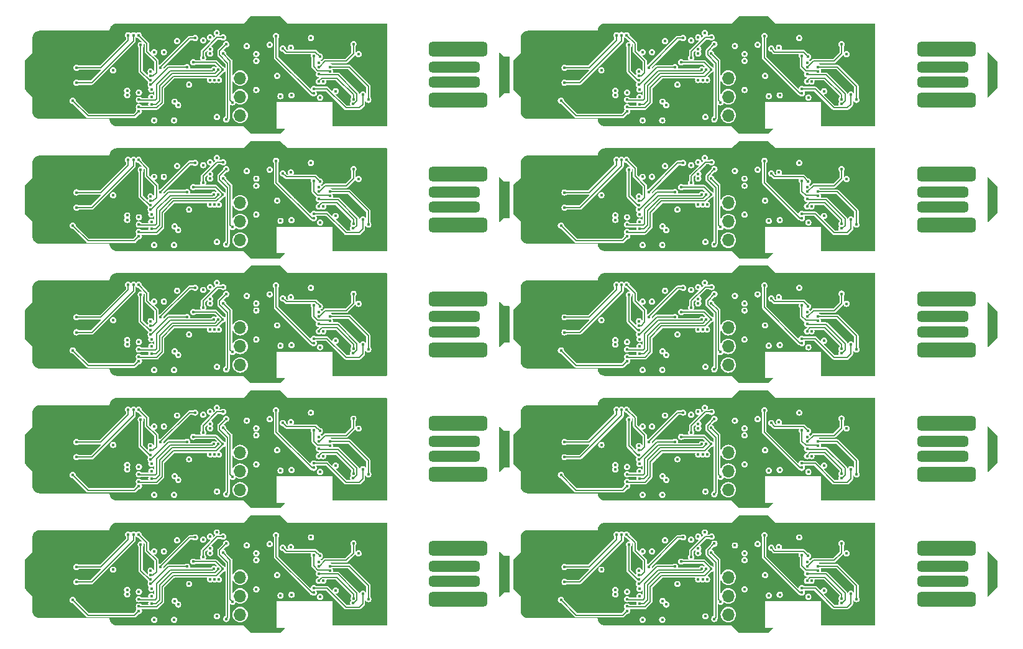
<source format=gbr>
%TF.GenerationSoftware,KiCad,Pcbnew,8.0.4*%
%TF.CreationDate,2024-10-06T23:42:51+02:00*%
%TF.ProjectId,elrs-sim-panel,656c7273-2d73-4696-9d2d-70616e656c2e,rev?*%
%TF.SameCoordinates,Original*%
%TF.FileFunction,Copper,L2,Inr*%
%TF.FilePolarity,Positive*%
%FSLAX46Y46*%
G04 Gerber Fmt 4.6, Leading zero omitted, Abs format (unit mm)*
G04 Created by KiCad (PCBNEW 8.0.4) date 2024-10-06 23:42:51*
%MOMM*%
%LPD*%
G01*
G04 APERTURE LIST*
G04 Aperture macros list*
%AMRoundRect*
0 Rectangle with rounded corners*
0 $1 Rounding radius*
0 $2 $3 $4 $5 $6 $7 $8 $9 X,Y pos of 4 corners*
0 Add a 4 corners polygon primitive as box body*
4,1,4,$2,$3,$4,$5,$6,$7,$8,$9,$2,$3,0*
0 Add four circle primitives for the rounded corners*
1,1,$1+$1,$2,$3*
1,1,$1+$1,$4,$5*
1,1,$1+$1,$6,$7*
1,1,$1+$1,$8,$9*
0 Add four rect primitives between the rounded corners*
20,1,$1+$1,$2,$3,$4,$5,0*
20,1,$1+$1,$4,$5,$6,$7,0*
20,1,$1+$1,$6,$7,$8,$9,0*
20,1,$1+$1,$8,$9,$2,$3,0*%
G04 Aperture macros list end*
%TA.AperFunction,ComponentPad*%
%ADD10RoundRect,0.500000X-3.500000X0.500000X-3.500000X-0.500000X3.500000X-0.500000X3.500000X0.500000X0*%
%TD*%
%TA.AperFunction,ComponentPad*%
%ADD11RoundRect,0.500000X-3.000000X0.250000X-3.000000X-0.250000X3.000000X-0.250000X3.000000X0.250000X0*%
%TD*%
%TA.AperFunction,ComponentPad*%
%ADD12R,1.700000X1.700000*%
%TD*%
%TA.AperFunction,ComponentPad*%
%ADD13O,1.700000X1.700000*%
%TD*%
%TA.AperFunction,ViaPad*%
%ADD14C,0.450000*%
%TD*%
%TA.AperFunction,Conductor*%
%ADD15C,0.200000*%
%TD*%
G04 APERTURE END LIST*
D10*
%TO.N,Board_8-unconnected-(J3-Pin_1-Pad1)*%
%TO.C,J3*%
X66000000Y-79500000D03*
D11*
%TO.N,Board_8-unconnected-(J3-Pin_2-Pad2)*%
X65500000Y-81950000D03*
%TO.N,Board_8-unconnected-(J3-Pin_3-Pad3)*%
X65500000Y-84000000D03*
D10*
%TO.N,Board_8-unconnected-(J3-Pin_4-Pad4)*%
X66000000Y-86450000D03*
%TD*%
%TO.N,Board_0-unconnected-(J3-Pin_1-Pad1)*%
%TO.C,J3*%
X66000000Y-11500000D03*
D11*
%TO.N,Board_0-unconnected-(J3-Pin_2-Pad2)*%
X65500000Y-13950000D03*
%TO.N,Board_0-unconnected-(J3-Pin_3-Pad3)*%
X65500000Y-16000000D03*
D10*
%TO.N,Board_0-unconnected-(J3-Pin_4-Pad4)*%
X66000000Y-18450000D03*
%TD*%
D12*
%TO.N,Board_3-GND*%
%TO.C,J2*%
X102800000Y-29900000D03*
D13*
%TO.N,Board_3-USB_VBUS*%
X102800000Y-32440000D03*
%TO.N,Board_3-Net-(J2-Pin_3)*%
X102800000Y-34980000D03*
%TO.N,Board_3-Net-(J2-Pin_4)*%
X102800000Y-37520000D03*
%TD*%
D12*
%TO.N,Board_5-GND*%
%TO.C,J2*%
X102800000Y-46900000D03*
D13*
%TO.N,Board_5-USB_VBUS*%
X102800000Y-49440000D03*
%TO.N,Board_5-Net-(J2-Pin_3)*%
X102800000Y-51980000D03*
%TO.N,Board_5-Net-(J2-Pin_4)*%
X102800000Y-54520000D03*
%TD*%
D12*
%TO.N,Board_0-GND*%
%TO.C,J2*%
X36300000Y-12900000D03*
D13*
%TO.N,Board_0-USB_VBUS*%
X36300000Y-15440000D03*
%TO.N,Board_0-Net-(J2-Pin_3)*%
X36300000Y-17980000D03*
%TO.N,Board_0-Net-(J2-Pin_4)*%
X36300000Y-20520000D03*
%TD*%
D12*
%TO.N,Board_4-GND*%
%TO.C,J2*%
X36300000Y-46900000D03*
D13*
%TO.N,Board_4-USB_VBUS*%
X36300000Y-49440000D03*
%TO.N,Board_4-Net-(J2-Pin_3)*%
X36300000Y-51980000D03*
%TO.N,Board_4-Net-(J2-Pin_4)*%
X36300000Y-54520000D03*
%TD*%
D10*
%TO.N,Board_2-unconnected-(J3-Pin_1-Pad1)*%
%TO.C,J3*%
X66000000Y-28500000D03*
D11*
%TO.N,Board_2-unconnected-(J3-Pin_2-Pad2)*%
X65500000Y-30950000D03*
%TO.N,Board_2-unconnected-(J3-Pin_3-Pad3)*%
X65500000Y-33000000D03*
D10*
%TO.N,Board_2-unconnected-(J3-Pin_4-Pad4)*%
X66000000Y-35450000D03*
%TD*%
D12*
%TO.N,Board_1-GND*%
%TO.C,J2*%
X102800000Y-12900000D03*
D13*
%TO.N,Board_1-USB_VBUS*%
X102800000Y-15440000D03*
%TO.N,Board_1-Net-(J2-Pin_3)*%
X102800000Y-17980000D03*
%TO.N,Board_1-Net-(J2-Pin_4)*%
X102800000Y-20520000D03*
%TD*%
D10*
%TO.N,Board_9-unconnected-(J3-Pin_1-Pad1)*%
%TO.C,J3*%
X132500000Y-79500000D03*
D11*
%TO.N,Board_9-unconnected-(J3-Pin_2-Pad2)*%
X132000000Y-81950000D03*
%TO.N,Board_9-unconnected-(J3-Pin_3-Pad3)*%
X132000000Y-84000000D03*
D10*
%TO.N,Board_9-unconnected-(J3-Pin_4-Pad4)*%
X132500000Y-86450000D03*
%TD*%
%TO.N,Board_4-unconnected-(J3-Pin_1-Pad1)*%
%TO.C,J3*%
X66000000Y-45500000D03*
D11*
%TO.N,Board_4-unconnected-(J3-Pin_2-Pad2)*%
X65500000Y-47950000D03*
%TO.N,Board_4-unconnected-(J3-Pin_3-Pad3)*%
X65500000Y-50000000D03*
D10*
%TO.N,Board_4-unconnected-(J3-Pin_4-Pad4)*%
X66000000Y-52450000D03*
%TD*%
D12*
%TO.N,Board_9-GND*%
%TO.C,J2*%
X102800000Y-80900000D03*
D13*
%TO.N,Board_9-USB_VBUS*%
X102800000Y-83440000D03*
%TO.N,Board_9-Net-(J2-Pin_3)*%
X102800000Y-85980000D03*
%TO.N,Board_9-Net-(J2-Pin_4)*%
X102800000Y-88520000D03*
%TD*%
D12*
%TO.N,Board_2-GND*%
%TO.C,J2*%
X36300000Y-29900000D03*
D13*
%TO.N,Board_2-USB_VBUS*%
X36300000Y-32440000D03*
%TO.N,Board_2-Net-(J2-Pin_3)*%
X36300000Y-34980000D03*
%TO.N,Board_2-Net-(J2-Pin_4)*%
X36300000Y-37520000D03*
%TD*%
D10*
%TO.N,Board_3-unconnected-(J3-Pin_1-Pad1)*%
%TO.C,J3*%
X132500000Y-28500000D03*
D11*
%TO.N,Board_3-unconnected-(J3-Pin_2-Pad2)*%
X132000000Y-30950000D03*
%TO.N,Board_3-unconnected-(J3-Pin_3-Pad3)*%
X132000000Y-33000000D03*
D10*
%TO.N,Board_3-unconnected-(J3-Pin_4-Pad4)*%
X132500000Y-35450000D03*
%TD*%
%TO.N,Board_1-unconnected-(J3-Pin_1-Pad1)*%
%TO.C,J3*%
X132500000Y-11500000D03*
D11*
%TO.N,Board_1-unconnected-(J3-Pin_2-Pad2)*%
X132000000Y-13950000D03*
%TO.N,Board_1-unconnected-(J3-Pin_3-Pad3)*%
X132000000Y-16000000D03*
D10*
%TO.N,Board_1-unconnected-(J3-Pin_4-Pad4)*%
X132500000Y-18450000D03*
%TD*%
D12*
%TO.N,Board_6-GND*%
%TO.C,J2*%
X36300000Y-63900000D03*
D13*
%TO.N,Board_6-USB_VBUS*%
X36300000Y-66440000D03*
%TO.N,Board_6-Net-(J2-Pin_3)*%
X36300000Y-68980000D03*
%TO.N,Board_6-Net-(J2-Pin_4)*%
X36300000Y-71520000D03*
%TD*%
D12*
%TO.N,Board_8-GND*%
%TO.C,J2*%
X36300000Y-80900000D03*
D13*
%TO.N,Board_8-USB_VBUS*%
X36300000Y-83440000D03*
%TO.N,Board_8-Net-(J2-Pin_3)*%
X36300000Y-85980000D03*
%TO.N,Board_8-Net-(J2-Pin_4)*%
X36300000Y-88520000D03*
%TD*%
D12*
%TO.N,Board_7-GND*%
%TO.C,J2*%
X102800000Y-63900000D03*
D13*
%TO.N,Board_7-USB_VBUS*%
X102800000Y-66440000D03*
%TO.N,Board_7-Net-(J2-Pin_3)*%
X102800000Y-68980000D03*
%TO.N,Board_7-Net-(J2-Pin_4)*%
X102800000Y-71520000D03*
%TD*%
D10*
%TO.N,Board_7-unconnected-(J3-Pin_1-Pad1)*%
%TO.C,J3*%
X132500000Y-62500000D03*
D11*
%TO.N,Board_7-unconnected-(J3-Pin_2-Pad2)*%
X132000000Y-64950000D03*
%TO.N,Board_7-unconnected-(J3-Pin_3-Pad3)*%
X132000000Y-67000000D03*
D10*
%TO.N,Board_7-unconnected-(J3-Pin_4-Pad4)*%
X132500000Y-69450000D03*
%TD*%
%TO.N,Board_6-unconnected-(J3-Pin_1-Pad1)*%
%TO.C,J3*%
X66000000Y-62500000D03*
D11*
%TO.N,Board_6-unconnected-(J3-Pin_2-Pad2)*%
X65500000Y-64950000D03*
%TO.N,Board_6-unconnected-(J3-Pin_3-Pad3)*%
X65500000Y-67000000D03*
D10*
%TO.N,Board_6-unconnected-(J3-Pin_4-Pad4)*%
X66000000Y-69450000D03*
%TD*%
%TO.N,Board_5-unconnected-(J3-Pin_1-Pad1)*%
%TO.C,J3*%
X132500000Y-45500000D03*
D11*
%TO.N,Board_5-unconnected-(J3-Pin_2-Pad2)*%
X132000000Y-47950000D03*
%TO.N,Board_5-unconnected-(J3-Pin_3-Pad3)*%
X132000000Y-50000000D03*
D10*
%TO.N,Board_5-unconnected-(J3-Pin_4-Pad4)*%
X132500000Y-52450000D03*
%TD*%
D14*
%TO.N,Board_0-+3.3V*%
X33150000Y-20750000D03*
X27300000Y-21200000D03*
X20900000Y-17750000D03*
X29350000Y-16350000D03*
X24600000Y-11900000D03*
X24600000Y-21200000D03*
X25900000Y-11900000D03*
X27700000Y-10400000D03*
X37200000Y-11100000D03*
X31250000Y-10300000D03*
%TO.N,Board_0-+3.3V_SW*%
X43300000Y-17800000D03*
X40300000Y-10900000D03*
X41800000Y-17900000D03*
X41325000Y-15125000D03*
X31250000Y-12700000D03*
X34000000Y-9900000D03*
X47625003Y-15925000D03*
X47200000Y-18100000D03*
X45950000Y-10000000D03*
X38500000Y-17050000D03*
%TO.N,Board_0-BUSY*%
X47150000Y-12525000D03*
X42125000Y-11425000D03*
%TO.N,Board_0-DIO_1*%
X48525000Y-14525000D03*
X46325000Y-12425000D03*
%TO.N,Board_0-ESP_BOOT*%
X47025000Y-13325000D03*
X43200000Y-11300000D03*
%TO.N,Board_0-ESP_LED*%
X41200000Y-9700000D03*
X46325000Y-17525000D03*
%TO.N,Board_0-ESP_MISO*%
X47025000Y-15925000D03*
X51725000Y-18325000D03*
%TO.N,Board_0-ESP_MOSI*%
X51698938Y-18924436D03*
X47025000Y-14925000D03*
%TO.N,Board_0-ESP_SCK*%
X46325000Y-16925000D03*
X53000020Y-17695003D03*
%TO.N,Board_0-GND*%
X44605000Y-18225000D03*
X26700000Y-16500000D03*
X46905000Y-11025000D03*
X51325000Y-15325000D03*
X43825000Y-14625000D03*
X31900000Y-13950000D03*
X31450000Y-17750000D03*
%TO.N,Board_0-IRS*%
X52425000Y-12180000D03*
X49325000Y-17225000D03*
%TO.N,Board_0-NRST*%
X47025000Y-13925000D03*
X51725000Y-10825000D03*
%TO.N,Board_0-NSS*%
X48525000Y-13925000D03*
X53750000Y-18400000D03*
%TO.N,Board_0-Net-(U1-USB_DM)*%
X24100000Y-15150000D03*
X22450000Y-9600000D03*
%TO.N,Board_0-Net-(U1-USB_DP)*%
X24100000Y-15750000D03*
X22750000Y-10950000D03*
%TO.N,Board_0-Net-(U1-VREG_VOUT)*%
X20900000Y-17149997D03*
X29050000Y-13975000D03*
X24100000Y-14549997D03*
X19000000Y-14400000D03*
X24100000Y-16350003D03*
%TO.N,Board_0-QSPI_SCLK*%
X32800000Y-15700000D03*
X22499381Y-17400341D03*
%TO.N,Board_0-QSPI_SD0*%
X32200000Y-15700000D03*
X24200000Y-18000000D03*
%TO.N,Board_0-QSPI_SD1*%
X24200000Y-19000000D03*
X33300244Y-14300000D03*
%TO.N,Board_0-QSPI_SD2*%
X22500000Y-18400000D03*
X32700241Y-14300000D03*
%TO.N,Board_0-QSPI_SD3*%
X33400003Y-15700000D03*
X24200000Y-17000000D03*
%TO.N,Board_0-QSPI_SS*%
X33900247Y-14300000D03*
X29900000Y-13300000D03*
X22500000Y-19400000D03*
%TO.N,Board_0-RP2040_LED*%
X25450000Y-14000000D03*
X30150000Y-10000000D03*
%TO.N,Board_0-RP2040_RX*%
X32200000Y-12125003D03*
X27850000Y-19150000D03*
%TO.N,Board_0-RP2040_RX_NC*%
X35250000Y-18750000D03*
X33950000Y-12100000D03*
%TO.N,Board_0-RP2040_RX_NO*%
X38500000Y-13100000D03*
X32200000Y-11525000D03*
%TO.N,Board_0-RP2040_TX*%
X33100000Y-9325000D03*
X27350000Y-18650000D03*
%TO.N,Board_0-RP2040_TX_NC*%
X34400000Y-10850000D03*
X34400000Y-21100000D03*
%TO.N,Board_0-RP2040_TX_NO*%
X32200000Y-9900000D03*
X38500000Y-12150000D03*
%TO.N,Board_0-USB_DN*%
X21750000Y-9600000D03*
X14000000Y-16075000D03*
%TO.N,Board_0-USB_DP*%
X21050000Y-9600000D03*
X14000000Y-14025000D03*
%TO.N,Board_0-USB_VBUS*%
X22500000Y-20000000D03*
X13500000Y-18525000D03*
%TO.N,Board_1-+3.3V*%
X103700000Y-11100000D03*
X99650000Y-20750000D03*
X93800000Y-21200000D03*
X92400000Y-11900000D03*
X87400000Y-17750000D03*
X91100000Y-11900000D03*
X95850000Y-16350000D03*
X91100000Y-21200000D03*
X94200000Y-10400000D03*
X97750000Y-10300000D03*
%TO.N,Board_1-+3.3V_SW*%
X97750000Y-12700000D03*
X106800000Y-10900000D03*
X108300000Y-17900000D03*
X109800000Y-17800000D03*
X107825000Y-15125000D03*
X113700000Y-18100000D03*
X112450000Y-10000000D03*
X100500000Y-9900000D03*
X105000000Y-17050000D03*
X114125003Y-15925000D03*
%TO.N,Board_1-BUSY*%
X108625000Y-11425000D03*
X113650000Y-12525000D03*
%TO.N,Board_1-DIO_1*%
X115025000Y-14525000D03*
X112825000Y-12425000D03*
%TO.N,Board_1-ESP_BOOT*%
X109700000Y-11300000D03*
X113525000Y-13325000D03*
%TO.N,Board_1-ESP_LED*%
X112825000Y-17525000D03*
X107700000Y-9700000D03*
%TO.N,Board_1-ESP_MISO*%
X113525000Y-15925000D03*
X118225000Y-18325000D03*
%TO.N,Board_1-ESP_MOSI*%
X118198938Y-18924436D03*
X113525000Y-14925000D03*
%TO.N,Board_1-ESP_SCK*%
X112825000Y-16925000D03*
X119500020Y-17695003D03*
%TO.N,Board_1-GND*%
X113405000Y-11025000D03*
X110325000Y-14625000D03*
X111105000Y-18225000D03*
X97950000Y-17750000D03*
X93200000Y-16500000D03*
X117825000Y-15325000D03*
X98400000Y-13950000D03*
%TO.N,Board_1-IRS*%
X118925000Y-12180000D03*
X115825000Y-17225000D03*
%TO.N,Board_1-NRST*%
X113525000Y-13925000D03*
X118225000Y-10825000D03*
%TO.N,Board_1-NSS*%
X115025000Y-13925000D03*
X120250000Y-18400000D03*
%TO.N,Board_1-Net-(U1-USB_DM)*%
X88950000Y-9600000D03*
X90600000Y-15150000D03*
%TO.N,Board_1-Net-(U1-USB_DP)*%
X90600000Y-15750000D03*
X89250000Y-10950000D03*
%TO.N,Board_1-Net-(U1-VREG_VOUT)*%
X90600000Y-14549997D03*
X87400000Y-17149997D03*
X85500000Y-14400000D03*
X90600000Y-16350003D03*
X95550000Y-13975000D03*
%TO.N,Board_1-QSPI_SCLK*%
X88999381Y-17400341D03*
X99300000Y-15700000D03*
%TO.N,Board_1-QSPI_SD0*%
X98700000Y-15700000D03*
X90700000Y-18000000D03*
%TO.N,Board_1-QSPI_SD1*%
X90700000Y-19000000D03*
X99800244Y-14300000D03*
%TO.N,Board_1-QSPI_SD2*%
X89000000Y-18400000D03*
X99200241Y-14300000D03*
%TO.N,Board_1-QSPI_SD3*%
X99900003Y-15700000D03*
X90700000Y-17000000D03*
%TO.N,Board_1-QSPI_SS*%
X100400247Y-14300000D03*
X96400000Y-13300000D03*
X89000000Y-19400000D03*
%TO.N,Board_1-RP2040_LED*%
X96650000Y-10000000D03*
X91950000Y-14000000D03*
%TO.N,Board_1-RP2040_RX*%
X98700000Y-12125003D03*
X94350000Y-19150000D03*
%TO.N,Board_1-RP2040_RX_NC*%
X101750000Y-18750000D03*
X100450000Y-12100000D03*
%TO.N,Board_1-RP2040_RX_NO*%
X105000000Y-13100000D03*
X98700000Y-11525000D03*
%TO.N,Board_1-RP2040_TX*%
X93850000Y-18650000D03*
X99600000Y-9325000D03*
%TO.N,Board_1-RP2040_TX_NC*%
X100900000Y-10850000D03*
X100900000Y-21100000D03*
%TO.N,Board_1-RP2040_TX_NO*%
X105000000Y-12150000D03*
X98700000Y-9900000D03*
%TO.N,Board_1-USB_DN*%
X80500000Y-16075000D03*
X88250000Y-9600000D03*
%TO.N,Board_1-USB_DP*%
X80500000Y-14025000D03*
X87550000Y-9600000D03*
%TO.N,Board_1-USB_VBUS*%
X80000000Y-18525000D03*
X89000000Y-20000000D03*
%TO.N,Board_2-+3.3V*%
X27300000Y-38200000D03*
X37200000Y-28100000D03*
X24600000Y-28900000D03*
X27700000Y-27400000D03*
X20900000Y-34750000D03*
X33150000Y-37750000D03*
X25900000Y-28900000D03*
X24600000Y-38200000D03*
X31250000Y-27300000D03*
X29350000Y-33350000D03*
%TO.N,Board_2-+3.3V_SW*%
X43300000Y-34800000D03*
X38500000Y-34050000D03*
X47625003Y-32925000D03*
X34000000Y-26900000D03*
X47200000Y-35100000D03*
X41325000Y-32125000D03*
X31250000Y-29700000D03*
X41800000Y-34900000D03*
X40300000Y-27900000D03*
X45950000Y-27000000D03*
%TO.N,Board_2-BUSY*%
X42125000Y-28425000D03*
X47150000Y-29525000D03*
%TO.N,Board_2-DIO_1*%
X48525000Y-31525000D03*
X46325000Y-29425000D03*
%TO.N,Board_2-ESP_BOOT*%
X47025000Y-30325000D03*
X43200000Y-28300000D03*
%TO.N,Board_2-ESP_LED*%
X46325000Y-34525000D03*
X41200000Y-26700000D03*
%TO.N,Board_2-ESP_MISO*%
X47025000Y-32925000D03*
X51725000Y-35325000D03*
%TO.N,Board_2-ESP_MOSI*%
X47025000Y-31925000D03*
X51698938Y-35924436D03*
%TO.N,Board_2-ESP_SCK*%
X53000020Y-34695003D03*
X46325000Y-33925000D03*
%TO.N,Board_2-GND*%
X31900000Y-30950000D03*
X46905000Y-28025000D03*
X44605000Y-35225000D03*
X26700000Y-33500000D03*
X51325000Y-32325000D03*
X43825000Y-31625000D03*
X31450000Y-34750000D03*
%TO.N,Board_2-IRS*%
X49325000Y-34225000D03*
X52425000Y-29180000D03*
%TO.N,Board_2-NRST*%
X51725000Y-27825000D03*
X47025000Y-30925000D03*
%TO.N,Board_2-NSS*%
X48525000Y-30925000D03*
X53750000Y-35400000D03*
%TO.N,Board_2-Net-(U1-USB_DM)*%
X24100000Y-32150000D03*
X22450000Y-26600000D03*
%TO.N,Board_2-Net-(U1-USB_DP)*%
X24100000Y-32750000D03*
X22750000Y-27950000D03*
%TO.N,Board_2-Net-(U1-VREG_VOUT)*%
X19000000Y-31400000D03*
X20900000Y-34149997D03*
X24100000Y-31549997D03*
X24100000Y-33350003D03*
X29050000Y-30975000D03*
%TO.N,Board_2-QSPI_SCLK*%
X22499381Y-34400341D03*
X32800000Y-32700000D03*
%TO.N,Board_2-QSPI_SD0*%
X24200000Y-35000000D03*
X32200000Y-32700000D03*
%TO.N,Board_2-QSPI_SD1*%
X33300244Y-31300000D03*
X24200000Y-36000000D03*
%TO.N,Board_2-QSPI_SD2*%
X22500000Y-35400000D03*
X32700241Y-31300000D03*
%TO.N,Board_2-QSPI_SD3*%
X24200000Y-34000000D03*
X33400003Y-32700000D03*
%TO.N,Board_2-QSPI_SS*%
X33900247Y-31300000D03*
X29900000Y-30300000D03*
X22500000Y-36400000D03*
%TO.N,Board_2-RP2040_LED*%
X25450000Y-31000000D03*
X30150000Y-27000000D03*
%TO.N,Board_2-RP2040_RX*%
X27850000Y-36150000D03*
X32200000Y-29125003D03*
%TO.N,Board_2-RP2040_RX_NC*%
X35250000Y-35750000D03*
X33950000Y-29100000D03*
%TO.N,Board_2-RP2040_RX_NO*%
X32200000Y-28525000D03*
X38500000Y-30100000D03*
%TO.N,Board_2-RP2040_TX*%
X27350000Y-35650000D03*
X33100000Y-26325000D03*
%TO.N,Board_2-RP2040_TX_NC*%
X34400000Y-38100000D03*
X34400000Y-27850000D03*
%TO.N,Board_2-RP2040_TX_NO*%
X38500000Y-29150000D03*
X32200000Y-26900000D03*
%TO.N,Board_2-USB_DN*%
X14000000Y-33075000D03*
X21750000Y-26600000D03*
%TO.N,Board_2-USB_DP*%
X14000000Y-31025000D03*
X21050000Y-26600000D03*
%TO.N,Board_2-USB_VBUS*%
X13500000Y-35525000D03*
X22500000Y-37000000D03*
%TO.N,Board_3-+3.3V*%
X92400000Y-28900000D03*
X93800000Y-38200000D03*
X91100000Y-38200000D03*
X91100000Y-28900000D03*
X87400000Y-34750000D03*
X94200000Y-27400000D03*
X97750000Y-27300000D03*
X95850000Y-33350000D03*
X103700000Y-28100000D03*
X99650000Y-37750000D03*
%TO.N,Board_3-+3.3V_SW*%
X113700000Y-35100000D03*
X107825000Y-32125000D03*
X108300000Y-34900000D03*
X105000000Y-34050000D03*
X106800000Y-27900000D03*
X114125003Y-32925000D03*
X100500000Y-26900000D03*
X97750000Y-29700000D03*
X109800000Y-34800000D03*
X112450000Y-27000000D03*
%TO.N,Board_3-BUSY*%
X108625000Y-28425000D03*
X113650000Y-29525000D03*
%TO.N,Board_3-DIO_1*%
X115025000Y-31525000D03*
X112825000Y-29425000D03*
%TO.N,Board_3-ESP_BOOT*%
X113525000Y-30325000D03*
X109700000Y-28300000D03*
%TO.N,Board_3-ESP_LED*%
X112825000Y-34525000D03*
X107700000Y-26700000D03*
%TO.N,Board_3-ESP_MISO*%
X118225000Y-35325000D03*
X113525000Y-32925000D03*
%TO.N,Board_3-ESP_MOSI*%
X113525000Y-31925000D03*
X118198938Y-35924436D03*
%TO.N,Board_3-ESP_SCK*%
X112825000Y-33925000D03*
X119500020Y-34695003D03*
%TO.N,Board_3-GND*%
X117825000Y-32325000D03*
X97950000Y-34750000D03*
X113405000Y-28025000D03*
X98400000Y-30950000D03*
X111105000Y-35225000D03*
X110325000Y-31625000D03*
X93200000Y-33500000D03*
%TO.N,Board_3-IRS*%
X115825000Y-34225000D03*
X118925000Y-29180000D03*
%TO.N,Board_3-NRST*%
X113525000Y-30925000D03*
X118225000Y-27825000D03*
%TO.N,Board_3-NSS*%
X115025000Y-30925000D03*
X120250000Y-35400000D03*
%TO.N,Board_3-Net-(U1-USB_DM)*%
X90600000Y-32150000D03*
X88950000Y-26600000D03*
%TO.N,Board_3-Net-(U1-USB_DP)*%
X90600000Y-32750000D03*
X89250000Y-27950000D03*
%TO.N,Board_3-Net-(U1-VREG_VOUT)*%
X95550000Y-30975000D03*
X85500000Y-31400000D03*
X87400000Y-34149997D03*
X90600000Y-33350003D03*
X90600000Y-31549997D03*
%TO.N,Board_3-QSPI_SCLK*%
X99300000Y-32700000D03*
X88999381Y-34400341D03*
%TO.N,Board_3-QSPI_SD0*%
X98700000Y-32700000D03*
X90700000Y-35000000D03*
%TO.N,Board_3-QSPI_SD1*%
X99800244Y-31300000D03*
X90700000Y-36000000D03*
%TO.N,Board_3-QSPI_SD2*%
X89000000Y-35400000D03*
X99200241Y-31300000D03*
%TO.N,Board_3-QSPI_SD3*%
X90700000Y-34000000D03*
X99900003Y-32700000D03*
%TO.N,Board_3-QSPI_SS*%
X96400000Y-30300000D03*
X89000000Y-36400000D03*
X100400247Y-31300000D03*
%TO.N,Board_3-RP2040_LED*%
X96650000Y-27000000D03*
X91950000Y-31000000D03*
%TO.N,Board_3-RP2040_RX*%
X94350000Y-36150000D03*
X98700000Y-29125003D03*
%TO.N,Board_3-RP2040_RX_NC*%
X100450000Y-29100000D03*
X101750000Y-35750000D03*
%TO.N,Board_3-RP2040_RX_NO*%
X105000000Y-30100000D03*
X98700000Y-28525000D03*
%TO.N,Board_3-RP2040_TX*%
X99600000Y-26325000D03*
X93850000Y-35650000D03*
%TO.N,Board_3-RP2040_TX_NC*%
X100900000Y-27850000D03*
X100900000Y-38100000D03*
%TO.N,Board_3-RP2040_TX_NO*%
X105000000Y-29150000D03*
X98700000Y-26900000D03*
%TO.N,Board_3-USB_DN*%
X80500000Y-33075000D03*
X88250000Y-26600000D03*
%TO.N,Board_3-USB_DP*%
X80500000Y-31025000D03*
X87550000Y-26600000D03*
%TO.N,Board_3-USB_VBUS*%
X80000000Y-35525000D03*
X89000000Y-37000000D03*
%TO.N,Board_4-+3.3V*%
X33150000Y-54750000D03*
X27700000Y-44400000D03*
X24600000Y-55200000D03*
X25900000Y-45900000D03*
X27300000Y-55200000D03*
X20900000Y-51750000D03*
X29350000Y-50350000D03*
X24600000Y-45900000D03*
X37200000Y-45100000D03*
X31250000Y-44300000D03*
%TO.N,Board_4-+3.3V_SW*%
X40300000Y-44900000D03*
X41325000Y-49125000D03*
X47625003Y-49925000D03*
X34000000Y-43900000D03*
X41800000Y-51900000D03*
X45950000Y-44000000D03*
X38500000Y-51050000D03*
X31250000Y-46700000D03*
X47200000Y-52100000D03*
X43300000Y-51800000D03*
%TO.N,Board_4-BUSY*%
X47150000Y-46525000D03*
X42125000Y-45425000D03*
%TO.N,Board_4-DIO_1*%
X48525000Y-48525000D03*
X46325000Y-46425000D03*
%TO.N,Board_4-ESP_BOOT*%
X43200000Y-45300000D03*
X47025000Y-47325000D03*
%TO.N,Board_4-ESP_LED*%
X41200000Y-43700000D03*
X46325000Y-51525000D03*
%TO.N,Board_4-ESP_MISO*%
X51725000Y-52325000D03*
X47025000Y-49925000D03*
%TO.N,Board_4-ESP_MOSI*%
X51698938Y-52924436D03*
X47025000Y-48925000D03*
%TO.N,Board_4-ESP_SCK*%
X53000020Y-51695003D03*
X46325000Y-50925000D03*
%TO.N,Board_4-GND*%
X43825000Y-48625000D03*
X31900000Y-47950000D03*
X26700000Y-50500000D03*
X51325000Y-49325000D03*
X44605000Y-52225000D03*
X46905000Y-45025000D03*
X31450000Y-51750000D03*
%TO.N,Board_4-IRS*%
X52425000Y-46180000D03*
X49325000Y-51225000D03*
%TO.N,Board_4-NRST*%
X51725000Y-44825000D03*
X47025000Y-47925000D03*
%TO.N,Board_4-NSS*%
X48525000Y-47925000D03*
X53750000Y-52400000D03*
%TO.N,Board_4-Net-(U1-USB_DM)*%
X24100000Y-49150000D03*
X22450000Y-43600000D03*
%TO.N,Board_4-Net-(U1-USB_DP)*%
X24100000Y-49750000D03*
X22750000Y-44950000D03*
%TO.N,Board_4-Net-(U1-VREG_VOUT)*%
X29050000Y-47975000D03*
X20900000Y-51149997D03*
X24100000Y-48549997D03*
X24100000Y-50350003D03*
X19000000Y-48400000D03*
%TO.N,Board_4-QSPI_SCLK*%
X22499381Y-51400341D03*
X32800000Y-49700000D03*
%TO.N,Board_4-QSPI_SD0*%
X24200000Y-52000000D03*
X32200000Y-49700000D03*
%TO.N,Board_4-QSPI_SD1*%
X33300244Y-48300000D03*
X24200000Y-53000000D03*
%TO.N,Board_4-QSPI_SD2*%
X32700241Y-48300000D03*
X22500000Y-52400000D03*
%TO.N,Board_4-QSPI_SD3*%
X24200000Y-51000000D03*
X33400003Y-49700000D03*
%TO.N,Board_4-QSPI_SS*%
X22500000Y-53400000D03*
X29900000Y-47300000D03*
X33900247Y-48300000D03*
%TO.N,Board_4-RP2040_LED*%
X25450000Y-48000000D03*
X30150000Y-44000000D03*
%TO.N,Board_4-RP2040_RX*%
X27850000Y-53150000D03*
X32200000Y-46125003D03*
%TO.N,Board_4-RP2040_RX_NC*%
X35250000Y-52750000D03*
X33950000Y-46100000D03*
%TO.N,Board_4-RP2040_RX_NO*%
X32200000Y-45525000D03*
X38500000Y-47100000D03*
%TO.N,Board_4-RP2040_TX*%
X33100000Y-43325000D03*
X27350000Y-52650000D03*
%TO.N,Board_4-RP2040_TX_NC*%
X34400000Y-55100000D03*
X34400000Y-44850000D03*
%TO.N,Board_4-RP2040_TX_NO*%
X32200000Y-43900000D03*
X38500000Y-46150000D03*
%TO.N,Board_4-USB_DN*%
X14000000Y-50075000D03*
X21750000Y-43600000D03*
%TO.N,Board_4-USB_DP*%
X14000000Y-48025000D03*
X21050000Y-43600000D03*
%TO.N,Board_4-USB_VBUS*%
X13500000Y-52525000D03*
X22500000Y-54000000D03*
%TO.N,Board_5-+3.3V*%
X95850000Y-50350000D03*
X87400000Y-51750000D03*
X92400000Y-45900000D03*
X99650000Y-54750000D03*
X93800000Y-55200000D03*
X94200000Y-44400000D03*
X91100000Y-45900000D03*
X91100000Y-55200000D03*
X97750000Y-44300000D03*
X103700000Y-45100000D03*
%TO.N,Board_5-+3.3V_SW*%
X105000000Y-51050000D03*
X108300000Y-51900000D03*
X112450000Y-44000000D03*
X97750000Y-46700000D03*
X114125003Y-49925000D03*
X107825000Y-49125000D03*
X106800000Y-44900000D03*
X113700000Y-52100000D03*
X100500000Y-43900000D03*
X109800000Y-51800000D03*
%TO.N,Board_5-BUSY*%
X113650000Y-46525000D03*
X108625000Y-45425000D03*
%TO.N,Board_5-DIO_1*%
X115025000Y-48525000D03*
X112825000Y-46425000D03*
%TO.N,Board_5-ESP_BOOT*%
X109700000Y-45300000D03*
X113525000Y-47325000D03*
%TO.N,Board_5-ESP_LED*%
X112825000Y-51525000D03*
X107700000Y-43700000D03*
%TO.N,Board_5-ESP_MISO*%
X113525000Y-49925000D03*
X118225000Y-52325000D03*
%TO.N,Board_5-ESP_MOSI*%
X113525000Y-48925000D03*
X118198938Y-52924436D03*
%TO.N,Board_5-ESP_SCK*%
X119500020Y-51695003D03*
X112825000Y-50925000D03*
%TO.N,Board_5-GND*%
X113405000Y-45025000D03*
X117825000Y-49325000D03*
X110325000Y-48625000D03*
X111105000Y-52225000D03*
X97950000Y-51750000D03*
X93200000Y-50500000D03*
X98400000Y-47950000D03*
%TO.N,Board_5-IRS*%
X115825000Y-51225000D03*
X118925000Y-46180000D03*
%TO.N,Board_5-NRST*%
X113525000Y-47925000D03*
X118225000Y-44825000D03*
%TO.N,Board_5-NSS*%
X115025000Y-47925000D03*
X120250000Y-52400000D03*
%TO.N,Board_5-Net-(U1-USB_DM)*%
X90600000Y-49150000D03*
X88950000Y-43600000D03*
%TO.N,Board_5-Net-(U1-USB_DP)*%
X90600000Y-49750000D03*
X89250000Y-44950000D03*
%TO.N,Board_5-Net-(U1-VREG_VOUT)*%
X85500000Y-48400000D03*
X95550000Y-47975000D03*
X90600000Y-48549997D03*
X90600000Y-50350003D03*
X87400000Y-51149997D03*
%TO.N,Board_5-QSPI_SCLK*%
X88999381Y-51400341D03*
X99300000Y-49700000D03*
%TO.N,Board_5-QSPI_SD0*%
X98700000Y-49700000D03*
X90700000Y-52000000D03*
%TO.N,Board_5-QSPI_SD1*%
X99800244Y-48300000D03*
X90700000Y-53000000D03*
%TO.N,Board_5-QSPI_SD2*%
X89000000Y-52400000D03*
X99200241Y-48300000D03*
%TO.N,Board_5-QSPI_SD3*%
X99900003Y-49700000D03*
X90700000Y-51000000D03*
%TO.N,Board_5-QSPI_SS*%
X96400000Y-47300000D03*
X89000000Y-53400000D03*
X100400247Y-48300000D03*
%TO.N,Board_5-RP2040_LED*%
X91950000Y-48000000D03*
X96650000Y-44000000D03*
%TO.N,Board_5-RP2040_RX*%
X94350000Y-53150000D03*
X98700000Y-46125003D03*
%TO.N,Board_5-RP2040_RX_NC*%
X101750000Y-52750000D03*
X100450000Y-46100000D03*
%TO.N,Board_5-RP2040_RX_NO*%
X98700000Y-45525000D03*
X105000000Y-47100000D03*
%TO.N,Board_5-RP2040_TX*%
X93850000Y-52650000D03*
X99600000Y-43325000D03*
%TO.N,Board_5-RP2040_TX_NC*%
X100900000Y-44850000D03*
X100900000Y-55100000D03*
%TO.N,Board_5-RP2040_TX_NO*%
X98700000Y-43900000D03*
X105000000Y-46150000D03*
%TO.N,Board_5-USB_DN*%
X80500000Y-50075000D03*
X88250000Y-43600000D03*
%TO.N,Board_5-USB_DP*%
X87550000Y-43600000D03*
X80500000Y-48025000D03*
%TO.N,Board_5-USB_VBUS*%
X80000000Y-52525000D03*
X89000000Y-54000000D03*
%TO.N,Board_6-+3.3V*%
X24600000Y-62900000D03*
X25900000Y-62900000D03*
X33150000Y-71750000D03*
X27300000Y-72200000D03*
X37200000Y-62100000D03*
X24600000Y-72200000D03*
X27700000Y-61400000D03*
X29350000Y-67350000D03*
X31250000Y-61300000D03*
X20900000Y-68750000D03*
%TO.N,Board_6-+3.3V_SW*%
X40300000Y-61900000D03*
X45950000Y-61000000D03*
X31250000Y-63700000D03*
X43300000Y-68800000D03*
X47625003Y-66925000D03*
X34000000Y-60900000D03*
X38500000Y-68050000D03*
X41800000Y-68900000D03*
X41325000Y-66125000D03*
X47200000Y-69100000D03*
%TO.N,Board_6-BUSY*%
X47150000Y-63525000D03*
X42125000Y-62425000D03*
%TO.N,Board_6-DIO_1*%
X48525000Y-65525000D03*
X46325000Y-63425000D03*
%TO.N,Board_6-ESP_BOOT*%
X47025000Y-64325000D03*
X43200000Y-62300000D03*
%TO.N,Board_6-ESP_LED*%
X46325000Y-68525000D03*
X41200000Y-60700000D03*
%TO.N,Board_6-ESP_MISO*%
X51725000Y-69325000D03*
X47025000Y-66925000D03*
%TO.N,Board_6-ESP_MOSI*%
X51698938Y-69924436D03*
X47025000Y-65925000D03*
%TO.N,Board_6-ESP_SCK*%
X46325000Y-67925000D03*
X53000020Y-68695003D03*
%TO.N,Board_6-GND*%
X46905000Y-62025000D03*
X51325000Y-66325000D03*
X43825000Y-65625000D03*
X44605000Y-69225000D03*
X31450000Y-68750000D03*
X31900000Y-64950000D03*
X26700000Y-67500000D03*
%TO.N,Board_6-IRS*%
X49325000Y-68225000D03*
X52425000Y-63180000D03*
%TO.N,Board_6-NRST*%
X47025000Y-64925000D03*
X51725000Y-61825000D03*
%TO.N,Board_6-NSS*%
X48525000Y-64925000D03*
X53750000Y-69400000D03*
%TO.N,Board_6-Net-(U1-USB_DM)*%
X24100000Y-66150000D03*
X22450000Y-60600000D03*
%TO.N,Board_6-Net-(U1-USB_DP)*%
X22750000Y-61950000D03*
X24100000Y-66750000D03*
%TO.N,Board_6-Net-(U1-VREG_VOUT)*%
X24100000Y-67350003D03*
X29050000Y-64975000D03*
X24100000Y-65549997D03*
X19000000Y-65400000D03*
X20900000Y-68149997D03*
%TO.N,Board_6-QSPI_SCLK*%
X22499381Y-68400341D03*
X32800000Y-66700000D03*
%TO.N,Board_6-QSPI_SD0*%
X32200000Y-66700000D03*
X24200000Y-69000000D03*
%TO.N,Board_6-QSPI_SD1*%
X33300244Y-65300000D03*
X24200000Y-70000000D03*
%TO.N,Board_6-QSPI_SD2*%
X22500000Y-69400000D03*
X32700241Y-65300000D03*
%TO.N,Board_6-QSPI_SD3*%
X24200000Y-68000000D03*
X33400003Y-66700000D03*
%TO.N,Board_6-QSPI_SS*%
X22500000Y-70400000D03*
X29900000Y-64300000D03*
X33900247Y-65300000D03*
%TO.N,Board_6-RP2040_LED*%
X30150000Y-61000000D03*
X25450000Y-65000000D03*
%TO.N,Board_6-RP2040_RX*%
X27850000Y-70150000D03*
X32200000Y-63125003D03*
%TO.N,Board_6-RP2040_RX_NC*%
X33950000Y-63100000D03*
X35250000Y-69750000D03*
%TO.N,Board_6-RP2040_RX_NO*%
X32200000Y-62525000D03*
X38500000Y-64100000D03*
%TO.N,Board_6-RP2040_TX*%
X27350000Y-69650000D03*
X33100000Y-60325000D03*
%TO.N,Board_6-RP2040_TX_NC*%
X34400000Y-61850000D03*
X34400000Y-72100000D03*
%TO.N,Board_6-RP2040_TX_NO*%
X38500000Y-63150000D03*
X32200000Y-60900000D03*
%TO.N,Board_6-USB_DN*%
X21750000Y-60600000D03*
X14000000Y-67075000D03*
%TO.N,Board_6-USB_DP*%
X21050000Y-60600000D03*
X14000000Y-65025000D03*
%TO.N,Board_6-USB_VBUS*%
X22500000Y-71000000D03*
X13500000Y-69525000D03*
%TO.N,Board_7-+3.3V*%
X92400000Y-62900000D03*
X91100000Y-72200000D03*
X94200000Y-61400000D03*
X91100000Y-62900000D03*
X95850000Y-67350000D03*
X99650000Y-71750000D03*
X93800000Y-72200000D03*
X103700000Y-62100000D03*
X97750000Y-61300000D03*
X87400000Y-68750000D03*
%TO.N,Board_7-+3.3V_SW*%
X105000000Y-68050000D03*
X114125003Y-66925000D03*
X97750000Y-63700000D03*
X109800000Y-68800000D03*
X108300000Y-68900000D03*
X106800000Y-61900000D03*
X100500000Y-60900000D03*
X112450000Y-61000000D03*
X107825000Y-66125000D03*
X113700000Y-69100000D03*
%TO.N,Board_7-BUSY*%
X113650000Y-63525000D03*
X108625000Y-62425000D03*
%TO.N,Board_7-DIO_1*%
X112825000Y-63425000D03*
X115025000Y-65525000D03*
%TO.N,Board_7-ESP_BOOT*%
X113525000Y-64325000D03*
X109700000Y-62300000D03*
%TO.N,Board_7-ESP_LED*%
X107700000Y-60700000D03*
X112825000Y-68525000D03*
%TO.N,Board_7-ESP_MISO*%
X118225000Y-69325000D03*
X113525000Y-66925000D03*
%TO.N,Board_7-ESP_MOSI*%
X113525000Y-65925000D03*
X118198938Y-69924436D03*
%TO.N,Board_7-ESP_SCK*%
X112825000Y-67925000D03*
X119500020Y-68695003D03*
%TO.N,Board_7-GND*%
X113405000Y-62025000D03*
X111105000Y-69225000D03*
X98400000Y-64950000D03*
X97950000Y-68750000D03*
X117825000Y-66325000D03*
X93200000Y-67500000D03*
X110325000Y-65625000D03*
%TO.N,Board_7-IRS*%
X118925000Y-63180000D03*
X115825000Y-68225000D03*
%TO.N,Board_7-NRST*%
X113525000Y-64925000D03*
X118225000Y-61825000D03*
%TO.N,Board_7-NSS*%
X115025000Y-64925000D03*
X120250000Y-69400000D03*
%TO.N,Board_7-Net-(U1-USB_DM)*%
X88950000Y-60600000D03*
X90600000Y-66150000D03*
%TO.N,Board_7-Net-(U1-USB_DP)*%
X89250000Y-61950000D03*
X90600000Y-66750000D03*
%TO.N,Board_7-Net-(U1-VREG_VOUT)*%
X90600000Y-65549997D03*
X90600000Y-67350003D03*
X85500000Y-65400000D03*
X87400000Y-68149997D03*
X95550000Y-64975000D03*
%TO.N,Board_7-QSPI_SCLK*%
X99300000Y-66700000D03*
X88999381Y-68400341D03*
%TO.N,Board_7-QSPI_SD0*%
X98700000Y-66700000D03*
X90700000Y-69000000D03*
%TO.N,Board_7-QSPI_SD1*%
X90700000Y-70000000D03*
X99800244Y-65300000D03*
%TO.N,Board_7-QSPI_SD2*%
X99200241Y-65300000D03*
X89000000Y-69400000D03*
%TO.N,Board_7-QSPI_SD3*%
X99900003Y-66700000D03*
X90700000Y-68000000D03*
%TO.N,Board_7-QSPI_SS*%
X100400247Y-65300000D03*
X96400000Y-64300000D03*
X89000000Y-70400000D03*
%TO.N,Board_7-RP2040_LED*%
X91950000Y-65000000D03*
X96650000Y-61000000D03*
%TO.N,Board_7-RP2040_RX*%
X98700000Y-63125003D03*
X94350000Y-70150000D03*
%TO.N,Board_7-RP2040_RX_NC*%
X100450000Y-63100000D03*
X101750000Y-69750000D03*
%TO.N,Board_7-RP2040_RX_NO*%
X98700000Y-62525000D03*
X105000000Y-64100000D03*
%TO.N,Board_7-RP2040_TX*%
X99600000Y-60325000D03*
X93850000Y-69650000D03*
%TO.N,Board_7-RP2040_TX_NC*%
X100900000Y-61850000D03*
X100900000Y-72100000D03*
%TO.N,Board_7-RP2040_TX_NO*%
X98700000Y-60900000D03*
X105000000Y-63150000D03*
%TO.N,Board_7-USB_DN*%
X80500000Y-67075000D03*
X88250000Y-60600000D03*
%TO.N,Board_7-USB_DP*%
X80500000Y-65025000D03*
X87550000Y-60600000D03*
%TO.N,Board_7-USB_VBUS*%
X89000000Y-71000000D03*
X80000000Y-69525000D03*
%TO.N,Board_8-+3.3V*%
X37200000Y-79100000D03*
X31250000Y-78300000D03*
X25900000Y-79900000D03*
X29350000Y-84350000D03*
X20900000Y-85750000D03*
X27300000Y-89200000D03*
X27700000Y-78400000D03*
X33150000Y-88750000D03*
X24600000Y-89200000D03*
X24600000Y-79900000D03*
%TO.N,Board_8-+3.3V_SW*%
X38500000Y-85050000D03*
X41800000Y-85900000D03*
X47625003Y-83925000D03*
X41325000Y-83125000D03*
X43300000Y-85800000D03*
X31250000Y-80700000D03*
X47200000Y-86100000D03*
X34000000Y-77900000D03*
X45950000Y-78000000D03*
X40300000Y-78900000D03*
%TO.N,Board_8-BUSY*%
X42125000Y-79425000D03*
X47150000Y-80525000D03*
%TO.N,Board_8-DIO_1*%
X48525000Y-82525000D03*
X46325000Y-80425000D03*
%TO.N,Board_8-ESP_BOOT*%
X47025000Y-81325000D03*
X43200000Y-79300000D03*
%TO.N,Board_8-ESP_LED*%
X46325000Y-85525000D03*
X41200000Y-77700000D03*
%TO.N,Board_8-ESP_MISO*%
X51725000Y-86325000D03*
X47025000Y-83925000D03*
%TO.N,Board_8-ESP_MOSI*%
X47025000Y-82925000D03*
X51698938Y-86924436D03*
%TO.N,Board_8-ESP_SCK*%
X53000020Y-85695003D03*
X46325000Y-84925000D03*
%TO.N,Board_8-GND*%
X26700000Y-84500000D03*
X31450000Y-85750000D03*
X31900000Y-81950000D03*
X43825000Y-82625000D03*
X44605000Y-86225000D03*
X51325000Y-83325000D03*
X46905000Y-79025000D03*
%TO.N,Board_8-IRS*%
X52425000Y-80180000D03*
X49325000Y-85225000D03*
%TO.N,Board_8-NRST*%
X51725000Y-78825000D03*
X47025000Y-81925000D03*
%TO.N,Board_8-NSS*%
X53750000Y-86400000D03*
X48525000Y-81925000D03*
%TO.N,Board_8-Net-(U1-USB_DM)*%
X24100000Y-83150000D03*
X22450000Y-77600000D03*
%TO.N,Board_8-Net-(U1-USB_DP)*%
X24100000Y-83750000D03*
X22750000Y-78950000D03*
%TO.N,Board_8-Net-(U1-VREG_VOUT)*%
X29050000Y-81975000D03*
X20900000Y-85149997D03*
X19000000Y-82400000D03*
X24100000Y-82549997D03*
X24100000Y-84350003D03*
%TO.N,Board_8-QSPI_SCLK*%
X32800000Y-83700000D03*
X22499381Y-85400341D03*
%TO.N,Board_8-QSPI_SD0*%
X32200000Y-83700000D03*
X24200000Y-86000000D03*
%TO.N,Board_8-QSPI_SD1*%
X24200000Y-87000000D03*
X33300244Y-82300000D03*
%TO.N,Board_8-QSPI_SD2*%
X22500000Y-86400000D03*
X32700241Y-82300000D03*
%TO.N,Board_8-QSPI_SD3*%
X24200000Y-85000000D03*
X33400003Y-83700000D03*
%TO.N,Board_8-QSPI_SS*%
X33900247Y-82300000D03*
X29900000Y-81300000D03*
X22500000Y-87400000D03*
%TO.N,Board_8-RP2040_LED*%
X30150000Y-78000000D03*
X25450000Y-82000000D03*
%TO.N,Board_8-RP2040_RX*%
X32200000Y-80125003D03*
X27850000Y-87150000D03*
%TO.N,Board_8-RP2040_RX_NC*%
X33950000Y-80100000D03*
X35250000Y-86750000D03*
%TO.N,Board_8-RP2040_RX_NO*%
X32200000Y-79525000D03*
X38500000Y-81100000D03*
%TO.N,Board_8-RP2040_TX*%
X33100000Y-77325000D03*
X27350000Y-86650000D03*
%TO.N,Board_8-RP2040_TX_NC*%
X34400000Y-89100000D03*
X34400000Y-78850000D03*
%TO.N,Board_8-RP2040_TX_NO*%
X32200000Y-77900000D03*
X38500000Y-80150000D03*
%TO.N,Board_8-USB_DN*%
X21750000Y-77600000D03*
X14000000Y-84075000D03*
%TO.N,Board_8-USB_DP*%
X21050000Y-77600000D03*
X14000000Y-82025000D03*
%TO.N,Board_8-USB_VBUS*%
X13500000Y-86525000D03*
X22500000Y-88000000D03*
%TO.N,Board_9-+3.3V*%
X91100000Y-79900000D03*
X95850000Y-84350000D03*
X94200000Y-78400000D03*
X99650000Y-88750000D03*
X87400000Y-85750000D03*
X93800000Y-89200000D03*
X97750000Y-78300000D03*
X91100000Y-89200000D03*
X103700000Y-79100000D03*
X92400000Y-79900000D03*
%TO.N,Board_9-+3.3V_SW*%
X108300000Y-85900000D03*
X113700000Y-86100000D03*
X100500000Y-77900000D03*
X114125003Y-83925000D03*
X109800000Y-85800000D03*
X106800000Y-78900000D03*
X105000000Y-85050000D03*
X112450000Y-78000000D03*
X107825000Y-83125000D03*
X97750000Y-80700000D03*
%TO.N,Board_9-BUSY*%
X113650000Y-80525000D03*
X108625000Y-79425000D03*
%TO.N,Board_9-DIO_1*%
X115025000Y-82525000D03*
X112825000Y-80425000D03*
%TO.N,Board_9-ESP_BOOT*%
X109700000Y-79300000D03*
X113525000Y-81325000D03*
%TO.N,Board_9-ESP_LED*%
X107700000Y-77700000D03*
X112825000Y-85525000D03*
%TO.N,Board_9-ESP_MISO*%
X118225000Y-86325000D03*
X113525000Y-83925000D03*
%TO.N,Board_9-ESP_MOSI*%
X118198938Y-86924436D03*
X113525000Y-82925000D03*
%TO.N,Board_9-ESP_SCK*%
X112825000Y-84925000D03*
X119500020Y-85695003D03*
%TO.N,Board_9-GND*%
X113405000Y-79025000D03*
X110325000Y-82625000D03*
X97950000Y-85750000D03*
X93200000Y-84500000D03*
X111105000Y-86225000D03*
X98400000Y-81950000D03*
X117825000Y-83325000D03*
%TO.N,Board_9-IRS*%
X115825000Y-85225000D03*
X118925000Y-80180000D03*
%TO.N,Board_9-NRST*%
X113525000Y-81925000D03*
X118225000Y-78825000D03*
%TO.N,Board_9-NSS*%
X115025000Y-81925000D03*
X120250000Y-86400000D03*
%TO.N,Board_9-Net-(U1-USB_DM)*%
X88950000Y-77600000D03*
X90600000Y-83150000D03*
%TO.N,Board_9-Net-(U1-USB_DP)*%
X89250000Y-78950000D03*
X90600000Y-83750000D03*
%TO.N,Board_9-Net-(U1-VREG_VOUT)*%
X90600000Y-84350003D03*
X90600000Y-82549997D03*
X85500000Y-82400000D03*
X95550000Y-81975000D03*
X87400000Y-85149997D03*
%TO.N,Board_9-QSPI_SCLK*%
X99300000Y-83700000D03*
X88999381Y-85400341D03*
%TO.N,Board_9-QSPI_SD0*%
X90700000Y-86000000D03*
X98700000Y-83700000D03*
%TO.N,Board_9-QSPI_SD1*%
X90700000Y-87000000D03*
X99800244Y-82300000D03*
%TO.N,Board_9-QSPI_SD2*%
X99200241Y-82300000D03*
X89000000Y-86400000D03*
%TO.N,Board_9-QSPI_SD3*%
X99900003Y-83700000D03*
X90700000Y-85000000D03*
%TO.N,Board_9-QSPI_SS*%
X89000000Y-87400000D03*
X96400000Y-81300000D03*
X100400247Y-82300000D03*
%TO.N,Board_9-RP2040_LED*%
X96650000Y-78000000D03*
X91950000Y-82000000D03*
%TO.N,Board_9-RP2040_RX*%
X98700000Y-80125003D03*
X94350000Y-87150000D03*
%TO.N,Board_9-RP2040_RX_NC*%
X100450000Y-80100000D03*
X101750000Y-86750000D03*
%TO.N,Board_9-RP2040_RX_NO*%
X98700000Y-79525000D03*
X105000000Y-81100000D03*
%TO.N,Board_9-RP2040_TX*%
X93850000Y-86650000D03*
X99600000Y-77325000D03*
%TO.N,Board_9-RP2040_TX_NC*%
X100900000Y-78850000D03*
X100900000Y-89100000D03*
%TO.N,Board_9-RP2040_TX_NO*%
X98700000Y-77900000D03*
X105000000Y-80150000D03*
%TO.N,Board_9-USB_DN*%
X88250000Y-77600000D03*
X80500000Y-84075000D03*
%TO.N,Board_9-USB_DP*%
X87550000Y-77600000D03*
X80500000Y-82025000D03*
%TO.N,Board_9-USB_VBUS*%
X80000000Y-86525000D03*
X89000000Y-88000000D03*
%TD*%
D15*
%TO.N,Board_0-+3.3V_SW*%
X33153248Y-9900000D02*
X34000000Y-9900000D01*
X31250000Y-11803248D02*
X33153248Y-9900000D01*
X31250000Y-12700000D02*
X31250000Y-11803248D01*
%TO.N,Board_0-BUSY*%
X42600000Y-11900000D02*
X42125000Y-11425000D01*
X47150000Y-12525000D02*
X47150000Y-12507537D01*
X46542463Y-11900000D02*
X42600000Y-11900000D01*
X47150000Y-12507537D02*
X46542463Y-11900000D01*
%TO.N,Board_0-DIO_1*%
X46325000Y-13896752D02*
X46853248Y-14425000D01*
X46853248Y-14425000D02*
X48425000Y-14425000D01*
X46325000Y-12425000D02*
X46325000Y-13896752D01*
X48425000Y-14425000D02*
X48525000Y-14525000D01*
%TO.N,Board_0-ESP_LED*%
X41200000Y-12671752D02*
X41200000Y-9700000D01*
X46053248Y-17525000D02*
X41200000Y-12671752D01*
X46325000Y-17525000D02*
X46053248Y-17525000D01*
%TO.N,Board_0-ESP_MISO*%
X51725000Y-18325000D02*
X51725000Y-17725000D01*
X47428251Y-15450000D02*
X47025000Y-15853251D01*
X47025000Y-15853251D02*
X47025000Y-15925000D01*
X49450000Y-15450000D02*
X47428251Y-15450000D01*
X51725000Y-17725000D02*
X49450000Y-15450000D01*
%TO.N,Board_0-ESP_MOSI*%
X51797316Y-18924436D02*
X52200000Y-18521752D01*
X52200000Y-18521752D02*
X52200000Y-17600000D01*
X49600000Y-15000000D02*
X47100000Y-15000000D01*
X47100000Y-15000000D02*
X47025000Y-14925000D01*
X51698938Y-18924436D02*
X51797316Y-18924436D01*
X52200000Y-17600000D02*
X49600000Y-15000000D01*
%TO.N,Board_0-ESP_SCK*%
X50700000Y-19500000D02*
X48125000Y-16925000D01*
X48125000Y-16925000D02*
X46325000Y-16925000D01*
X53000020Y-17695003D02*
X53000020Y-18999980D01*
X52500000Y-19500000D02*
X50700000Y-19500000D01*
X53000020Y-18999980D02*
X52500000Y-19500000D01*
%TO.N,Board_0-NRST*%
X51725000Y-10825000D02*
X51725000Y-12125000D01*
X51725000Y-12125000D02*
X50725000Y-13125000D01*
X50725000Y-13125000D02*
X47896752Y-13125000D01*
X47896752Y-13125000D02*
X47096752Y-13925000D01*
X47096752Y-13925000D02*
X47025000Y-13925000D01*
%TO.N,Board_0-NSS*%
X53750000Y-18400000D02*
X53750000Y-16550000D01*
X51125000Y-13925000D02*
X48525000Y-13925000D01*
X53750000Y-16550000D02*
X51125000Y-13925000D01*
%TO.N,Board_0-Net-(U1-USB_DM)*%
X24900000Y-14700000D02*
X24450000Y-15150000D01*
X23600000Y-10750000D02*
X23600000Y-11800000D01*
X23600000Y-11800000D02*
X24900000Y-13100000D01*
X24450000Y-15150000D02*
X24100000Y-15150000D01*
X24900000Y-13100000D02*
X24900000Y-14700000D01*
X22450000Y-9600000D02*
X23600000Y-10750000D01*
%TO.N,Board_0-Net-(U1-USB_DP)*%
X23950000Y-15750000D02*
X24100000Y-15750000D01*
X22750000Y-10950000D02*
X22750000Y-14550000D01*
X22750000Y-14550000D02*
X23950000Y-15750000D01*
%TO.N,Board_0-Net-(U1-VREG_VOUT)*%
X29050000Y-13975000D02*
X26546752Y-13975000D01*
X24171749Y-16350003D02*
X24100000Y-16350003D01*
X26546752Y-13975000D02*
X24171749Y-16350003D01*
%TO.N,Board_0-QSPI_SD1*%
X24800000Y-19000000D02*
X24200000Y-19000000D01*
X32871993Y-14800000D02*
X27000000Y-14800000D01*
X27000000Y-14800000D02*
X25300000Y-16500000D01*
X33300244Y-14371749D02*
X32871993Y-14800000D01*
X25300000Y-18500000D02*
X24800000Y-19000000D01*
X33300244Y-14300000D02*
X33300244Y-14371749D01*
X25300000Y-16500000D02*
X25300000Y-18500000D01*
%TO.N,Board_0-QSPI_SD2*%
X24725000Y-18475000D02*
X24900000Y-18300000D01*
X32550241Y-14450000D02*
X32700241Y-14300000D01*
X22675000Y-18475000D02*
X24725000Y-18475000D01*
X22600000Y-18400000D02*
X22675000Y-18475000D01*
X24900000Y-18300000D02*
X24900000Y-16300000D01*
X26750000Y-14450000D02*
X32550241Y-14450000D01*
X24900000Y-16300000D02*
X26750000Y-14450000D01*
X22500000Y-18400000D02*
X22600000Y-18400000D01*
%TO.N,Board_0-QSPI_SS*%
X22575000Y-19475000D02*
X22500000Y-19400000D01*
X25650000Y-16750000D02*
X25650000Y-18750000D01*
X24925000Y-19475000D02*
X22575000Y-19475000D01*
X32971996Y-13300000D02*
X33900247Y-14228251D01*
X33900247Y-14228251D02*
X33900247Y-14300000D01*
X33071996Y-15200000D02*
X27200000Y-15200000D01*
X33900247Y-14300000D02*
X33900247Y-14371749D01*
X33900247Y-14371749D02*
X33071996Y-15200000D01*
X25650000Y-18750000D02*
X24925000Y-19475000D01*
X29900000Y-13300000D02*
X32971996Y-13300000D01*
X27200000Y-15200000D02*
X25650000Y-16750000D01*
%TO.N,Board_0-RP2040_LED*%
X30150000Y-10000000D02*
X29400000Y-10000000D01*
X29400000Y-10000000D02*
X25450000Y-13950000D01*
X25450000Y-13950000D02*
X25450000Y-14000000D01*
%TO.N,Board_0-RP2040_RX_NC*%
X35250000Y-18750000D02*
X34950000Y-18450000D01*
X34950000Y-13100000D02*
X33950000Y-12100000D01*
X34950000Y-18450000D02*
X34950000Y-13100000D01*
%TO.N,Board_0-RP2040_TX_NC*%
X33475000Y-12296752D02*
X33475000Y-11775000D01*
X34600000Y-20900000D02*
X34600000Y-13421752D01*
X34600000Y-13421752D02*
X33475000Y-12296752D01*
X33475000Y-11775000D02*
X34400000Y-10850000D01*
X34400000Y-21100000D02*
X34600000Y-20900000D01*
%TO.N,Board_0-USB_DN*%
X21750000Y-10400000D02*
X16075000Y-16075000D01*
X16075000Y-16075000D02*
X14000000Y-16075000D01*
X21750000Y-9600000D02*
X21750000Y-10400000D01*
%TO.N,Board_0-USB_DP*%
X21050000Y-9600000D02*
X21050000Y-10300000D01*
X17325000Y-14025000D02*
X14000000Y-14025000D01*
X21050000Y-10300000D02*
X17325000Y-14025000D01*
%TO.N,Board_0-USB_VBUS*%
X15575000Y-20600000D02*
X13500000Y-18525000D01*
X21900000Y-20600000D02*
X15575000Y-20600000D01*
X22500000Y-20000000D02*
X21900000Y-20600000D01*
%TO.N,Board_1-+3.3V_SW*%
X99653248Y-9900000D02*
X100500000Y-9900000D01*
X97750000Y-11803248D02*
X99653248Y-9900000D01*
X97750000Y-12700000D02*
X97750000Y-11803248D01*
%TO.N,Board_1-BUSY*%
X113650000Y-12525000D02*
X113650000Y-12507537D01*
X109100000Y-11900000D02*
X108625000Y-11425000D01*
X113042463Y-11900000D02*
X109100000Y-11900000D01*
X113650000Y-12507537D02*
X113042463Y-11900000D01*
%TO.N,Board_1-DIO_1*%
X113353248Y-14425000D02*
X114925000Y-14425000D01*
X112825000Y-13896752D02*
X113353248Y-14425000D01*
X114925000Y-14425000D02*
X115025000Y-14525000D01*
X112825000Y-12425000D02*
X112825000Y-13896752D01*
%TO.N,Board_1-ESP_LED*%
X112553248Y-17525000D02*
X107700000Y-12671752D01*
X107700000Y-12671752D02*
X107700000Y-9700000D01*
X112825000Y-17525000D02*
X112553248Y-17525000D01*
%TO.N,Board_1-ESP_MISO*%
X113525000Y-15853251D02*
X113525000Y-15925000D01*
X118225000Y-17725000D02*
X115950000Y-15450000D01*
X118225000Y-18325000D02*
X118225000Y-17725000D01*
X115950000Y-15450000D02*
X113928251Y-15450000D01*
X113928251Y-15450000D02*
X113525000Y-15853251D01*
%TO.N,Board_1-ESP_MOSI*%
X118198938Y-18924436D02*
X118297316Y-18924436D01*
X118700000Y-17600000D02*
X116100000Y-15000000D01*
X113600000Y-15000000D02*
X113525000Y-14925000D01*
X118297316Y-18924436D02*
X118700000Y-18521752D01*
X116100000Y-15000000D02*
X113600000Y-15000000D01*
X118700000Y-18521752D02*
X118700000Y-17600000D01*
%TO.N,Board_1-ESP_SCK*%
X119500020Y-18999980D02*
X119000000Y-19500000D01*
X119000000Y-19500000D02*
X117200000Y-19500000D01*
X117200000Y-19500000D02*
X114625000Y-16925000D01*
X119500020Y-17695003D02*
X119500020Y-18999980D01*
X114625000Y-16925000D02*
X112825000Y-16925000D01*
%TO.N,Board_1-NRST*%
X117225000Y-13125000D02*
X114396752Y-13125000D01*
X118225000Y-10825000D02*
X118225000Y-12125000D01*
X114396752Y-13125000D02*
X113596752Y-13925000D01*
X118225000Y-12125000D02*
X117225000Y-13125000D01*
X113596752Y-13925000D02*
X113525000Y-13925000D01*
%TO.N,Board_1-NSS*%
X120250000Y-18400000D02*
X120250000Y-16550000D01*
X117625000Y-13925000D02*
X115025000Y-13925000D01*
X120250000Y-16550000D02*
X117625000Y-13925000D01*
%TO.N,Board_1-Net-(U1-USB_DM)*%
X91400000Y-14700000D02*
X90950000Y-15150000D01*
X90100000Y-10750000D02*
X90100000Y-11800000D01*
X90100000Y-11800000D02*
X91400000Y-13100000D01*
X91400000Y-13100000D02*
X91400000Y-14700000D01*
X90950000Y-15150000D02*
X90600000Y-15150000D01*
X88950000Y-9600000D02*
X90100000Y-10750000D01*
%TO.N,Board_1-Net-(U1-USB_DP)*%
X89250000Y-14550000D02*
X90450000Y-15750000D01*
X90450000Y-15750000D02*
X90600000Y-15750000D01*
X89250000Y-10950000D02*
X89250000Y-14550000D01*
%TO.N,Board_1-Net-(U1-VREG_VOUT)*%
X90671749Y-16350003D02*
X90600000Y-16350003D01*
X95550000Y-13975000D02*
X93046752Y-13975000D01*
X93046752Y-13975000D02*
X90671749Y-16350003D01*
%TO.N,Board_1-QSPI_SD1*%
X99800244Y-14300000D02*
X99800244Y-14371749D01*
X99371993Y-14800000D02*
X93500000Y-14800000D01*
X91800000Y-16500000D02*
X91800000Y-18500000D01*
X91800000Y-18500000D02*
X91300000Y-19000000D01*
X93500000Y-14800000D02*
X91800000Y-16500000D01*
X99800244Y-14371749D02*
X99371993Y-14800000D01*
X91300000Y-19000000D02*
X90700000Y-19000000D01*
%TO.N,Board_1-QSPI_SD2*%
X91400000Y-16300000D02*
X93250000Y-14450000D01*
X93250000Y-14450000D02*
X99050241Y-14450000D01*
X99050241Y-14450000D02*
X99200241Y-14300000D01*
X89000000Y-18400000D02*
X89100000Y-18400000D01*
X91400000Y-18300000D02*
X91400000Y-16300000D01*
X89100000Y-18400000D02*
X89175000Y-18475000D01*
X91225000Y-18475000D02*
X91400000Y-18300000D01*
X89175000Y-18475000D02*
X91225000Y-18475000D01*
%TO.N,Board_1-QSPI_SS*%
X99571996Y-15200000D02*
X93700000Y-15200000D01*
X91425000Y-19475000D02*
X89075000Y-19475000D01*
X100400247Y-14228251D02*
X100400247Y-14300000D01*
X92150000Y-18750000D02*
X91425000Y-19475000D01*
X92150000Y-16750000D02*
X92150000Y-18750000D01*
X100400247Y-14371749D02*
X99571996Y-15200000D01*
X89075000Y-19475000D02*
X89000000Y-19400000D01*
X93700000Y-15200000D02*
X92150000Y-16750000D01*
X100400247Y-14300000D02*
X100400247Y-14371749D01*
X96400000Y-13300000D02*
X99471996Y-13300000D01*
X99471996Y-13300000D02*
X100400247Y-14228251D01*
%TO.N,Board_1-RP2040_LED*%
X96650000Y-10000000D02*
X95900000Y-10000000D01*
X91950000Y-13950000D02*
X91950000Y-14000000D01*
X95900000Y-10000000D02*
X91950000Y-13950000D01*
%TO.N,Board_1-RP2040_RX_NC*%
X101750000Y-18750000D02*
X101450000Y-18450000D01*
X101450000Y-13100000D02*
X100450000Y-12100000D01*
X101450000Y-18450000D02*
X101450000Y-13100000D01*
%TO.N,Board_1-RP2040_TX_NC*%
X99975000Y-12296752D02*
X99975000Y-11775000D01*
X101100000Y-20900000D02*
X101100000Y-13421752D01*
X101100000Y-13421752D02*
X99975000Y-12296752D01*
X100900000Y-21100000D02*
X101100000Y-20900000D01*
X99975000Y-11775000D02*
X100900000Y-10850000D01*
%TO.N,Board_1-USB_DN*%
X82575000Y-16075000D02*
X80500000Y-16075000D01*
X88250000Y-9600000D02*
X88250000Y-10400000D01*
X88250000Y-10400000D02*
X82575000Y-16075000D01*
%TO.N,Board_1-USB_DP*%
X83825000Y-14025000D02*
X80500000Y-14025000D01*
X87550000Y-9600000D02*
X87550000Y-10300000D01*
X87550000Y-10300000D02*
X83825000Y-14025000D01*
%TO.N,Board_1-USB_VBUS*%
X82075000Y-20600000D02*
X80000000Y-18525000D01*
X89000000Y-20000000D02*
X88400000Y-20600000D01*
X88400000Y-20600000D02*
X82075000Y-20600000D01*
%TO.N,Board_2-+3.3V_SW*%
X31250000Y-28803248D02*
X33153248Y-26900000D01*
X33153248Y-26900000D02*
X34000000Y-26900000D01*
X31250000Y-29700000D02*
X31250000Y-28803248D01*
%TO.N,Board_2-BUSY*%
X47150000Y-29525000D02*
X47150000Y-29507537D01*
X47150000Y-29507537D02*
X46542463Y-28900000D01*
X42600000Y-28900000D02*
X42125000Y-28425000D01*
X46542463Y-28900000D02*
X42600000Y-28900000D01*
%TO.N,Board_2-DIO_1*%
X46325000Y-30896752D02*
X46853248Y-31425000D01*
X46853248Y-31425000D02*
X48425000Y-31425000D01*
X48425000Y-31425000D02*
X48525000Y-31525000D01*
X46325000Y-29425000D02*
X46325000Y-30896752D01*
%TO.N,Board_2-ESP_LED*%
X46053248Y-34525000D02*
X41200000Y-29671752D01*
X46325000Y-34525000D02*
X46053248Y-34525000D01*
X41200000Y-29671752D02*
X41200000Y-26700000D01*
%TO.N,Board_2-ESP_MISO*%
X47428251Y-32450000D02*
X47025000Y-32853251D01*
X51725000Y-34725000D02*
X49450000Y-32450000D01*
X47025000Y-32853251D02*
X47025000Y-32925000D01*
X49450000Y-32450000D02*
X47428251Y-32450000D01*
X51725000Y-35325000D02*
X51725000Y-34725000D01*
%TO.N,Board_2-ESP_MOSI*%
X51797316Y-35924436D02*
X52200000Y-35521752D01*
X52200000Y-34600000D02*
X49600000Y-32000000D01*
X47100000Y-32000000D02*
X47025000Y-31925000D01*
X51698938Y-35924436D02*
X51797316Y-35924436D01*
X49600000Y-32000000D02*
X47100000Y-32000000D01*
X52200000Y-35521752D02*
X52200000Y-34600000D01*
%TO.N,Board_2-ESP_SCK*%
X50700000Y-36500000D02*
X48125000Y-33925000D01*
X53000020Y-34695003D02*
X53000020Y-35999980D01*
X48125000Y-33925000D02*
X46325000Y-33925000D01*
X52500000Y-36500000D02*
X50700000Y-36500000D01*
X53000020Y-35999980D02*
X52500000Y-36500000D01*
%TO.N,Board_2-NRST*%
X47096752Y-30925000D02*
X47025000Y-30925000D01*
X47896752Y-30125000D02*
X47096752Y-30925000D01*
X50725000Y-30125000D02*
X47896752Y-30125000D01*
X51725000Y-27825000D02*
X51725000Y-29125000D01*
X51725000Y-29125000D02*
X50725000Y-30125000D01*
%TO.N,Board_2-NSS*%
X51125000Y-30925000D02*
X48525000Y-30925000D01*
X53750000Y-33550000D02*
X51125000Y-30925000D01*
X53750000Y-35400000D02*
X53750000Y-33550000D01*
%TO.N,Board_2-Net-(U1-USB_DM)*%
X24900000Y-31700000D02*
X24450000Y-32150000D01*
X24900000Y-30100000D02*
X24900000Y-31700000D01*
X23600000Y-27750000D02*
X23600000Y-28800000D01*
X22450000Y-26600000D02*
X23600000Y-27750000D01*
X24450000Y-32150000D02*
X24100000Y-32150000D01*
X23600000Y-28800000D02*
X24900000Y-30100000D01*
%TO.N,Board_2-Net-(U1-USB_DP)*%
X22750000Y-27950000D02*
X22750000Y-31550000D01*
X22750000Y-31550000D02*
X23950000Y-32750000D01*
X23950000Y-32750000D02*
X24100000Y-32750000D01*
%TO.N,Board_2-Net-(U1-VREG_VOUT)*%
X26546752Y-30975000D02*
X24171749Y-33350003D01*
X24171749Y-33350003D02*
X24100000Y-33350003D01*
X29050000Y-30975000D02*
X26546752Y-30975000D01*
%TO.N,Board_2-QSPI_SD1*%
X24800000Y-36000000D02*
X24200000Y-36000000D01*
X27000000Y-31800000D02*
X25300000Y-33500000D01*
X33300244Y-31300000D02*
X33300244Y-31371749D01*
X32871993Y-31800000D02*
X27000000Y-31800000D01*
X33300244Y-31371749D02*
X32871993Y-31800000D01*
X25300000Y-35500000D02*
X24800000Y-36000000D01*
X25300000Y-33500000D02*
X25300000Y-35500000D01*
%TO.N,Board_2-QSPI_SD2*%
X22675000Y-35475000D02*
X24725000Y-35475000D01*
X26750000Y-31450000D02*
X32550241Y-31450000D01*
X24900000Y-33300000D02*
X26750000Y-31450000D01*
X32550241Y-31450000D02*
X32700241Y-31300000D01*
X24725000Y-35475000D02*
X24900000Y-35300000D01*
X22600000Y-35400000D02*
X22675000Y-35475000D01*
X22500000Y-35400000D02*
X22600000Y-35400000D01*
X24900000Y-35300000D02*
X24900000Y-33300000D01*
%TO.N,Board_2-QSPI_SS*%
X25650000Y-33750000D02*
X25650000Y-35750000D01*
X22575000Y-36475000D02*
X22500000Y-36400000D01*
X33071996Y-32200000D02*
X27200000Y-32200000D01*
X29900000Y-30300000D02*
X32971996Y-30300000D01*
X24925000Y-36475000D02*
X22575000Y-36475000D01*
X27200000Y-32200000D02*
X25650000Y-33750000D01*
X33900247Y-31300000D02*
X33900247Y-31371749D01*
X33900247Y-31228251D02*
X33900247Y-31300000D01*
X32971996Y-30300000D02*
X33900247Y-31228251D01*
X25650000Y-35750000D02*
X24925000Y-36475000D01*
X33900247Y-31371749D02*
X33071996Y-32200000D01*
%TO.N,Board_2-RP2040_LED*%
X25450000Y-30950000D02*
X25450000Y-31000000D01*
X30150000Y-27000000D02*
X29400000Y-27000000D01*
X29400000Y-27000000D02*
X25450000Y-30950000D01*
%TO.N,Board_2-RP2040_RX_NC*%
X34950000Y-30100000D02*
X33950000Y-29100000D01*
X35250000Y-35750000D02*
X34950000Y-35450000D01*
X34950000Y-35450000D02*
X34950000Y-30100000D01*
%TO.N,Board_2-RP2040_TX_NC*%
X33475000Y-28775000D02*
X34400000Y-27850000D01*
X34600000Y-37900000D02*
X34600000Y-30421752D01*
X34400000Y-38100000D02*
X34600000Y-37900000D01*
X34600000Y-30421752D02*
X33475000Y-29296752D01*
X33475000Y-29296752D02*
X33475000Y-28775000D01*
%TO.N,Board_2-USB_DN*%
X16075000Y-33075000D02*
X14000000Y-33075000D01*
X21750000Y-26600000D02*
X21750000Y-27400000D01*
X21750000Y-27400000D02*
X16075000Y-33075000D01*
%TO.N,Board_2-USB_DP*%
X21050000Y-26600000D02*
X21050000Y-27300000D01*
X17325000Y-31025000D02*
X14000000Y-31025000D01*
X21050000Y-27300000D02*
X17325000Y-31025000D01*
%TO.N,Board_2-USB_VBUS*%
X15575000Y-37600000D02*
X13500000Y-35525000D01*
X21900000Y-37600000D02*
X15575000Y-37600000D01*
X22500000Y-37000000D02*
X21900000Y-37600000D01*
%TO.N,Board_3-+3.3V_SW*%
X99653248Y-26900000D02*
X100500000Y-26900000D01*
X97750000Y-28803248D02*
X99653248Y-26900000D01*
X97750000Y-29700000D02*
X97750000Y-28803248D01*
%TO.N,Board_3-BUSY*%
X113650000Y-29525000D02*
X113650000Y-29507537D01*
X113650000Y-29507537D02*
X113042463Y-28900000D01*
X109100000Y-28900000D02*
X108625000Y-28425000D01*
X113042463Y-28900000D02*
X109100000Y-28900000D01*
%TO.N,Board_3-DIO_1*%
X114925000Y-31425000D02*
X115025000Y-31525000D01*
X112825000Y-30896752D02*
X113353248Y-31425000D01*
X113353248Y-31425000D02*
X114925000Y-31425000D01*
X112825000Y-29425000D02*
X112825000Y-30896752D01*
%TO.N,Board_3-ESP_LED*%
X112825000Y-34525000D02*
X112553248Y-34525000D01*
X107700000Y-29671752D02*
X107700000Y-26700000D01*
X112553248Y-34525000D02*
X107700000Y-29671752D01*
%TO.N,Board_3-ESP_MISO*%
X115950000Y-32450000D02*
X113928251Y-32450000D01*
X113928251Y-32450000D02*
X113525000Y-32853251D01*
X118225000Y-34725000D02*
X115950000Y-32450000D01*
X118225000Y-35325000D02*
X118225000Y-34725000D01*
X113525000Y-32853251D02*
X113525000Y-32925000D01*
%TO.N,Board_3-ESP_MOSI*%
X118700000Y-35521752D02*
X118700000Y-34600000D01*
X113600000Y-32000000D02*
X113525000Y-31925000D01*
X118700000Y-34600000D02*
X116100000Y-32000000D01*
X118198938Y-35924436D02*
X118297316Y-35924436D01*
X116100000Y-32000000D02*
X113600000Y-32000000D01*
X118297316Y-35924436D02*
X118700000Y-35521752D01*
%TO.N,Board_3-ESP_SCK*%
X114625000Y-33925000D02*
X112825000Y-33925000D01*
X117200000Y-36500000D02*
X114625000Y-33925000D01*
X119000000Y-36500000D02*
X117200000Y-36500000D01*
X119500020Y-35999980D02*
X119000000Y-36500000D01*
X119500020Y-34695003D02*
X119500020Y-35999980D01*
%TO.N,Board_3-NRST*%
X113596752Y-30925000D02*
X113525000Y-30925000D01*
X118225000Y-29125000D02*
X117225000Y-30125000D01*
X118225000Y-27825000D02*
X118225000Y-29125000D01*
X114396752Y-30125000D02*
X113596752Y-30925000D01*
X117225000Y-30125000D02*
X114396752Y-30125000D01*
%TO.N,Board_3-NSS*%
X120250000Y-35400000D02*
X120250000Y-33550000D01*
X117625000Y-30925000D02*
X115025000Y-30925000D01*
X120250000Y-33550000D02*
X117625000Y-30925000D01*
%TO.N,Board_3-Net-(U1-USB_DM)*%
X88950000Y-26600000D02*
X90100000Y-27750000D01*
X90100000Y-27750000D02*
X90100000Y-28800000D01*
X90950000Y-32150000D02*
X90600000Y-32150000D01*
X90100000Y-28800000D02*
X91400000Y-30100000D01*
X91400000Y-31700000D02*
X90950000Y-32150000D01*
X91400000Y-30100000D02*
X91400000Y-31700000D01*
%TO.N,Board_3-Net-(U1-USB_DP)*%
X90450000Y-32750000D02*
X90600000Y-32750000D01*
X89250000Y-27950000D02*
X89250000Y-31550000D01*
X89250000Y-31550000D02*
X90450000Y-32750000D01*
%TO.N,Board_3-Net-(U1-VREG_VOUT)*%
X90671749Y-33350003D02*
X90600000Y-33350003D01*
X95550000Y-30975000D02*
X93046752Y-30975000D01*
X93046752Y-30975000D02*
X90671749Y-33350003D01*
%TO.N,Board_3-QSPI_SD1*%
X99800244Y-31300000D02*
X99800244Y-31371749D01*
X99371993Y-31800000D02*
X93500000Y-31800000D01*
X93500000Y-31800000D02*
X91800000Y-33500000D01*
X99800244Y-31371749D02*
X99371993Y-31800000D01*
X91300000Y-36000000D02*
X90700000Y-36000000D01*
X91800000Y-33500000D02*
X91800000Y-35500000D01*
X91800000Y-35500000D02*
X91300000Y-36000000D01*
%TO.N,Board_3-QSPI_SD2*%
X89100000Y-35400000D02*
X89175000Y-35475000D01*
X93250000Y-31450000D02*
X99050241Y-31450000D01*
X91400000Y-35300000D02*
X91400000Y-33300000D01*
X91225000Y-35475000D02*
X91400000Y-35300000D01*
X89175000Y-35475000D02*
X91225000Y-35475000D01*
X99050241Y-31450000D02*
X99200241Y-31300000D01*
X91400000Y-33300000D02*
X93250000Y-31450000D01*
X89000000Y-35400000D02*
X89100000Y-35400000D01*
%TO.N,Board_3-QSPI_SS*%
X92150000Y-33750000D02*
X92150000Y-35750000D01*
X100400247Y-31228251D02*
X100400247Y-31300000D01*
X91425000Y-36475000D02*
X89075000Y-36475000D01*
X89075000Y-36475000D02*
X89000000Y-36400000D01*
X99471996Y-30300000D02*
X100400247Y-31228251D01*
X100400247Y-31371749D02*
X99571996Y-32200000D01*
X99571996Y-32200000D02*
X93700000Y-32200000D01*
X93700000Y-32200000D02*
X92150000Y-33750000D01*
X96400000Y-30300000D02*
X99471996Y-30300000D01*
X92150000Y-35750000D02*
X91425000Y-36475000D01*
X100400247Y-31300000D02*
X100400247Y-31371749D01*
%TO.N,Board_3-RP2040_LED*%
X95900000Y-27000000D02*
X91950000Y-30950000D01*
X96650000Y-27000000D02*
X95900000Y-27000000D01*
X91950000Y-30950000D02*
X91950000Y-31000000D01*
%TO.N,Board_3-RP2040_RX_NC*%
X101750000Y-35750000D02*
X101450000Y-35450000D01*
X101450000Y-35450000D02*
X101450000Y-30100000D01*
X101450000Y-30100000D02*
X100450000Y-29100000D01*
%TO.N,Board_3-RP2040_TX_NC*%
X100900000Y-38100000D02*
X101100000Y-37900000D01*
X101100000Y-30421752D02*
X99975000Y-29296752D01*
X101100000Y-37900000D02*
X101100000Y-30421752D01*
X99975000Y-28775000D02*
X100900000Y-27850000D01*
X99975000Y-29296752D02*
X99975000Y-28775000D01*
%TO.N,Board_3-USB_DN*%
X88250000Y-26600000D02*
X88250000Y-27400000D01*
X88250000Y-27400000D02*
X82575000Y-33075000D01*
X82575000Y-33075000D02*
X80500000Y-33075000D01*
%TO.N,Board_3-USB_DP*%
X83825000Y-31025000D02*
X80500000Y-31025000D01*
X87550000Y-27300000D02*
X83825000Y-31025000D01*
X87550000Y-26600000D02*
X87550000Y-27300000D01*
%TO.N,Board_3-USB_VBUS*%
X88400000Y-37600000D02*
X82075000Y-37600000D01*
X82075000Y-37600000D02*
X80000000Y-35525000D01*
X89000000Y-37000000D02*
X88400000Y-37600000D01*
%TO.N,Board_4-+3.3V_SW*%
X33153248Y-43900000D02*
X34000000Y-43900000D01*
X31250000Y-46700000D02*
X31250000Y-45803248D01*
X31250000Y-45803248D02*
X33153248Y-43900000D01*
%TO.N,Board_4-BUSY*%
X47150000Y-46507537D02*
X46542463Y-45900000D01*
X47150000Y-46525000D02*
X47150000Y-46507537D01*
X46542463Y-45900000D02*
X42600000Y-45900000D01*
X42600000Y-45900000D02*
X42125000Y-45425000D01*
%TO.N,Board_4-DIO_1*%
X46853248Y-48425000D02*
X48425000Y-48425000D01*
X46325000Y-46425000D02*
X46325000Y-47896752D01*
X46325000Y-47896752D02*
X46853248Y-48425000D01*
X48425000Y-48425000D02*
X48525000Y-48525000D01*
%TO.N,Board_4-ESP_LED*%
X46053248Y-51525000D02*
X41200000Y-46671752D01*
X41200000Y-46671752D02*
X41200000Y-43700000D01*
X46325000Y-51525000D02*
X46053248Y-51525000D01*
%TO.N,Board_4-ESP_MISO*%
X49450000Y-49450000D02*
X47428251Y-49450000D01*
X51725000Y-51725000D02*
X49450000Y-49450000D01*
X51725000Y-52325000D02*
X51725000Y-51725000D01*
X47428251Y-49450000D02*
X47025000Y-49853251D01*
X47025000Y-49853251D02*
X47025000Y-49925000D01*
%TO.N,Board_4-ESP_MOSI*%
X49600000Y-49000000D02*
X47100000Y-49000000D01*
X52200000Y-52521752D02*
X52200000Y-51600000D01*
X51797316Y-52924436D02*
X52200000Y-52521752D01*
X47100000Y-49000000D02*
X47025000Y-48925000D01*
X51698938Y-52924436D02*
X51797316Y-52924436D01*
X52200000Y-51600000D02*
X49600000Y-49000000D01*
%TO.N,Board_4-ESP_SCK*%
X52500000Y-53500000D02*
X50700000Y-53500000D01*
X53000020Y-52999980D02*
X52500000Y-53500000D01*
X53000020Y-51695003D02*
X53000020Y-52999980D01*
X48125000Y-50925000D02*
X46325000Y-50925000D01*
X50700000Y-53500000D02*
X48125000Y-50925000D01*
%TO.N,Board_4-NRST*%
X50725000Y-47125000D02*
X47896752Y-47125000D01*
X47896752Y-47125000D02*
X47096752Y-47925000D01*
X51725000Y-46125000D02*
X50725000Y-47125000D01*
X47096752Y-47925000D02*
X47025000Y-47925000D01*
X51725000Y-44825000D02*
X51725000Y-46125000D01*
%TO.N,Board_4-NSS*%
X53750000Y-52400000D02*
X53750000Y-50550000D01*
X51125000Y-47925000D02*
X48525000Y-47925000D01*
X53750000Y-50550000D02*
X51125000Y-47925000D01*
%TO.N,Board_4-Net-(U1-USB_DM)*%
X22450000Y-43600000D02*
X23600000Y-44750000D01*
X24900000Y-47100000D02*
X24900000Y-48700000D01*
X24900000Y-48700000D02*
X24450000Y-49150000D01*
X23600000Y-44750000D02*
X23600000Y-45800000D01*
X23600000Y-45800000D02*
X24900000Y-47100000D01*
X24450000Y-49150000D02*
X24100000Y-49150000D01*
%TO.N,Board_4-Net-(U1-USB_DP)*%
X22750000Y-44950000D02*
X22750000Y-48550000D01*
X23950000Y-49750000D02*
X24100000Y-49750000D01*
X22750000Y-48550000D02*
X23950000Y-49750000D01*
%TO.N,Board_4-Net-(U1-VREG_VOUT)*%
X24171749Y-50350003D02*
X24100000Y-50350003D01*
X26546752Y-47975000D02*
X24171749Y-50350003D01*
X29050000Y-47975000D02*
X26546752Y-47975000D01*
%TO.N,Board_4-QSPI_SD1*%
X32871993Y-48800000D02*
X27000000Y-48800000D01*
X33300244Y-48371749D02*
X32871993Y-48800000D01*
X25300000Y-50500000D02*
X25300000Y-52500000D01*
X24800000Y-53000000D02*
X24200000Y-53000000D01*
X25300000Y-52500000D02*
X24800000Y-53000000D01*
X27000000Y-48800000D02*
X25300000Y-50500000D01*
X33300244Y-48300000D02*
X33300244Y-48371749D01*
%TO.N,Board_4-QSPI_SD2*%
X24900000Y-50300000D02*
X26750000Y-48450000D01*
X24900000Y-52300000D02*
X24900000Y-50300000D01*
X26750000Y-48450000D02*
X32550241Y-48450000D01*
X22600000Y-52400000D02*
X22675000Y-52475000D01*
X22500000Y-52400000D02*
X22600000Y-52400000D01*
X22675000Y-52475000D02*
X24725000Y-52475000D01*
X24725000Y-52475000D02*
X24900000Y-52300000D01*
X32550241Y-48450000D02*
X32700241Y-48300000D01*
%TO.N,Board_4-QSPI_SS*%
X33900247Y-48228251D02*
X33900247Y-48300000D01*
X25650000Y-50750000D02*
X25650000Y-52750000D01*
X33071996Y-49200000D02*
X27200000Y-49200000D01*
X33900247Y-48371749D02*
X33071996Y-49200000D01*
X22575000Y-53475000D02*
X22500000Y-53400000D01*
X33900247Y-48300000D02*
X33900247Y-48371749D01*
X29900000Y-47300000D02*
X32971996Y-47300000D01*
X25650000Y-52750000D02*
X24925000Y-53475000D01*
X24925000Y-53475000D02*
X22575000Y-53475000D01*
X27200000Y-49200000D02*
X25650000Y-50750000D01*
X32971996Y-47300000D02*
X33900247Y-48228251D01*
%TO.N,Board_4-RP2040_LED*%
X29400000Y-44000000D02*
X25450000Y-47950000D01*
X25450000Y-47950000D02*
X25450000Y-48000000D01*
X30150000Y-44000000D02*
X29400000Y-44000000D01*
%TO.N,Board_4-RP2040_RX_NC*%
X34950000Y-52450000D02*
X34950000Y-47100000D01*
X34950000Y-47100000D02*
X33950000Y-46100000D01*
X35250000Y-52750000D02*
X34950000Y-52450000D01*
%TO.N,Board_4-RP2040_TX_NC*%
X33475000Y-45775000D02*
X34400000Y-44850000D01*
X34400000Y-55100000D02*
X34600000Y-54900000D01*
X34600000Y-54900000D02*
X34600000Y-47421752D01*
X33475000Y-46296752D02*
X33475000Y-45775000D01*
X34600000Y-47421752D02*
X33475000Y-46296752D01*
%TO.N,Board_4-USB_DN*%
X21750000Y-44400000D02*
X16075000Y-50075000D01*
X21750000Y-43600000D02*
X21750000Y-44400000D01*
X16075000Y-50075000D02*
X14000000Y-50075000D01*
%TO.N,Board_4-USB_DP*%
X21050000Y-44300000D02*
X17325000Y-48025000D01*
X17325000Y-48025000D02*
X14000000Y-48025000D01*
X21050000Y-43600000D02*
X21050000Y-44300000D01*
%TO.N,Board_4-USB_VBUS*%
X22500000Y-54000000D02*
X21900000Y-54600000D01*
X21900000Y-54600000D02*
X15575000Y-54600000D01*
X15575000Y-54600000D02*
X13500000Y-52525000D01*
%TO.N,Board_5-+3.3V_SW*%
X99653248Y-43900000D02*
X100500000Y-43900000D01*
X97750000Y-45803248D02*
X99653248Y-43900000D01*
X97750000Y-46700000D02*
X97750000Y-45803248D01*
%TO.N,Board_5-BUSY*%
X113650000Y-46525000D02*
X113650000Y-46507537D01*
X113650000Y-46507537D02*
X113042463Y-45900000D01*
X109100000Y-45900000D02*
X108625000Y-45425000D01*
X113042463Y-45900000D02*
X109100000Y-45900000D01*
%TO.N,Board_5-DIO_1*%
X112825000Y-47896752D02*
X113353248Y-48425000D01*
X114925000Y-48425000D02*
X115025000Y-48525000D01*
X113353248Y-48425000D02*
X114925000Y-48425000D01*
X112825000Y-46425000D02*
X112825000Y-47896752D01*
%TO.N,Board_5-ESP_LED*%
X107700000Y-46671752D02*
X107700000Y-43700000D01*
X112825000Y-51525000D02*
X112553248Y-51525000D01*
X112553248Y-51525000D02*
X107700000Y-46671752D01*
%TO.N,Board_5-ESP_MISO*%
X113525000Y-49853251D02*
X113525000Y-49925000D01*
X115950000Y-49450000D02*
X113928251Y-49450000D01*
X118225000Y-51725000D02*
X115950000Y-49450000D01*
X118225000Y-52325000D02*
X118225000Y-51725000D01*
X113928251Y-49450000D02*
X113525000Y-49853251D01*
%TO.N,Board_5-ESP_MOSI*%
X116100000Y-49000000D02*
X113600000Y-49000000D01*
X118198938Y-52924436D02*
X118297316Y-52924436D01*
X118700000Y-52521752D02*
X118700000Y-51600000D01*
X113600000Y-49000000D02*
X113525000Y-48925000D01*
X118700000Y-51600000D02*
X116100000Y-49000000D01*
X118297316Y-52924436D02*
X118700000Y-52521752D01*
%TO.N,Board_5-ESP_SCK*%
X114625000Y-50925000D02*
X112825000Y-50925000D01*
X119000000Y-53500000D02*
X117200000Y-53500000D01*
X117200000Y-53500000D02*
X114625000Y-50925000D01*
X119500020Y-51695003D02*
X119500020Y-52999980D01*
X119500020Y-52999980D02*
X119000000Y-53500000D01*
%TO.N,Board_5-NRST*%
X114396752Y-47125000D02*
X113596752Y-47925000D01*
X118225000Y-46125000D02*
X117225000Y-47125000D01*
X113596752Y-47925000D02*
X113525000Y-47925000D01*
X118225000Y-44825000D02*
X118225000Y-46125000D01*
X117225000Y-47125000D02*
X114396752Y-47125000D01*
%TO.N,Board_5-NSS*%
X120250000Y-50550000D02*
X117625000Y-47925000D01*
X120250000Y-52400000D02*
X120250000Y-50550000D01*
X117625000Y-47925000D02*
X115025000Y-47925000D01*
%TO.N,Board_5-Net-(U1-USB_DM)*%
X90100000Y-44750000D02*
X90100000Y-45800000D01*
X90950000Y-49150000D02*
X90600000Y-49150000D01*
X91400000Y-48700000D02*
X90950000Y-49150000D01*
X90100000Y-45800000D02*
X91400000Y-47100000D01*
X91400000Y-47100000D02*
X91400000Y-48700000D01*
X88950000Y-43600000D02*
X90100000Y-44750000D01*
%TO.N,Board_5-Net-(U1-USB_DP)*%
X90450000Y-49750000D02*
X90600000Y-49750000D01*
X89250000Y-48550000D02*
X90450000Y-49750000D01*
X89250000Y-44950000D02*
X89250000Y-48550000D01*
%TO.N,Board_5-Net-(U1-VREG_VOUT)*%
X95550000Y-47975000D02*
X93046752Y-47975000D01*
X93046752Y-47975000D02*
X90671749Y-50350003D01*
X90671749Y-50350003D02*
X90600000Y-50350003D01*
%TO.N,Board_5-QSPI_SD1*%
X91800000Y-50500000D02*
X91800000Y-52500000D01*
X99371993Y-48800000D02*
X93500000Y-48800000D01*
X99800244Y-48300000D02*
X99800244Y-48371749D01*
X99800244Y-48371749D02*
X99371993Y-48800000D01*
X91300000Y-53000000D02*
X90700000Y-53000000D01*
X93500000Y-48800000D02*
X91800000Y-50500000D01*
X91800000Y-52500000D02*
X91300000Y-53000000D01*
%TO.N,Board_5-QSPI_SD2*%
X91225000Y-52475000D02*
X91400000Y-52300000D01*
X99050241Y-48450000D02*
X99200241Y-48300000D01*
X93250000Y-48450000D02*
X99050241Y-48450000D01*
X89100000Y-52400000D02*
X89175000Y-52475000D01*
X89000000Y-52400000D02*
X89100000Y-52400000D01*
X91400000Y-52300000D02*
X91400000Y-50300000D01*
X89175000Y-52475000D02*
X91225000Y-52475000D01*
X91400000Y-50300000D02*
X93250000Y-48450000D01*
%TO.N,Board_5-QSPI_SS*%
X100400247Y-48371749D02*
X99571996Y-49200000D01*
X100400247Y-48228251D02*
X100400247Y-48300000D01*
X91425000Y-53475000D02*
X89075000Y-53475000D01*
X92150000Y-50750000D02*
X92150000Y-52750000D01*
X99571996Y-49200000D02*
X93700000Y-49200000D01*
X96400000Y-47300000D02*
X99471996Y-47300000D01*
X99471996Y-47300000D02*
X100400247Y-48228251D01*
X100400247Y-48300000D02*
X100400247Y-48371749D01*
X89075000Y-53475000D02*
X89000000Y-53400000D01*
X93700000Y-49200000D02*
X92150000Y-50750000D01*
X92150000Y-52750000D02*
X91425000Y-53475000D01*
%TO.N,Board_5-RP2040_LED*%
X95900000Y-44000000D02*
X91950000Y-47950000D01*
X91950000Y-47950000D02*
X91950000Y-48000000D01*
X96650000Y-44000000D02*
X95900000Y-44000000D01*
%TO.N,Board_5-RP2040_RX_NC*%
X101450000Y-52450000D02*
X101450000Y-47100000D01*
X101750000Y-52750000D02*
X101450000Y-52450000D01*
X101450000Y-47100000D02*
X100450000Y-46100000D01*
%TO.N,Board_5-RP2040_TX_NC*%
X99975000Y-46296752D02*
X99975000Y-45775000D01*
X101100000Y-54900000D02*
X101100000Y-47421752D01*
X101100000Y-47421752D02*
X99975000Y-46296752D01*
X100900000Y-55100000D02*
X101100000Y-54900000D01*
X99975000Y-45775000D02*
X100900000Y-44850000D01*
%TO.N,Board_5-USB_DN*%
X88250000Y-44400000D02*
X82575000Y-50075000D01*
X82575000Y-50075000D02*
X80500000Y-50075000D01*
X88250000Y-43600000D02*
X88250000Y-44400000D01*
%TO.N,Board_5-USB_DP*%
X87550000Y-44300000D02*
X83825000Y-48025000D01*
X83825000Y-48025000D02*
X80500000Y-48025000D01*
X87550000Y-43600000D02*
X87550000Y-44300000D01*
%TO.N,Board_5-USB_VBUS*%
X88400000Y-54600000D02*
X82075000Y-54600000D01*
X82075000Y-54600000D02*
X80000000Y-52525000D01*
X89000000Y-54000000D02*
X88400000Y-54600000D01*
%TO.N,Board_6-+3.3V_SW*%
X31250000Y-63700000D02*
X31250000Y-62803248D01*
X31250000Y-62803248D02*
X33153248Y-60900000D01*
X33153248Y-60900000D02*
X34000000Y-60900000D01*
%TO.N,Board_6-BUSY*%
X42600000Y-62900000D02*
X42125000Y-62425000D01*
X47150000Y-63525000D02*
X47150000Y-63507537D01*
X46542463Y-62900000D02*
X42600000Y-62900000D01*
X47150000Y-63507537D02*
X46542463Y-62900000D01*
%TO.N,Board_6-DIO_1*%
X46325000Y-64896752D02*
X46853248Y-65425000D01*
X46853248Y-65425000D02*
X48425000Y-65425000D01*
X48425000Y-65425000D02*
X48525000Y-65525000D01*
X46325000Y-63425000D02*
X46325000Y-64896752D01*
%TO.N,Board_6-ESP_LED*%
X46053248Y-68525000D02*
X41200000Y-63671752D01*
X41200000Y-63671752D02*
X41200000Y-60700000D01*
X46325000Y-68525000D02*
X46053248Y-68525000D01*
%TO.N,Board_6-ESP_MISO*%
X47428251Y-66450000D02*
X47025000Y-66853251D01*
X51725000Y-68725000D02*
X49450000Y-66450000D01*
X51725000Y-69325000D02*
X51725000Y-68725000D01*
X49450000Y-66450000D02*
X47428251Y-66450000D01*
X47025000Y-66853251D02*
X47025000Y-66925000D01*
%TO.N,Board_6-ESP_MOSI*%
X51797316Y-69924436D02*
X52200000Y-69521752D01*
X52200000Y-68600000D02*
X49600000Y-66000000D01*
X49600000Y-66000000D02*
X47100000Y-66000000D01*
X51698938Y-69924436D02*
X51797316Y-69924436D01*
X52200000Y-69521752D02*
X52200000Y-68600000D01*
X47100000Y-66000000D02*
X47025000Y-65925000D01*
%TO.N,Board_6-ESP_SCK*%
X52500000Y-70500000D02*
X50700000Y-70500000D01*
X50700000Y-70500000D02*
X48125000Y-67925000D01*
X53000020Y-68695003D02*
X53000020Y-69999980D01*
X53000020Y-69999980D02*
X52500000Y-70500000D01*
X48125000Y-67925000D02*
X46325000Y-67925000D01*
%TO.N,Board_6-NRST*%
X47896752Y-64125000D02*
X47096752Y-64925000D01*
X51725000Y-63125000D02*
X50725000Y-64125000D01*
X51725000Y-61825000D02*
X51725000Y-63125000D01*
X50725000Y-64125000D02*
X47896752Y-64125000D01*
X47096752Y-64925000D02*
X47025000Y-64925000D01*
%TO.N,Board_6-NSS*%
X51125000Y-64925000D02*
X48525000Y-64925000D01*
X53750000Y-67550000D02*
X51125000Y-64925000D01*
X53750000Y-69400000D02*
X53750000Y-67550000D01*
%TO.N,Board_6-Net-(U1-USB_DM)*%
X23600000Y-62800000D02*
X24900000Y-64100000D01*
X23600000Y-61750000D02*
X23600000Y-62800000D01*
X22450000Y-60600000D02*
X23600000Y-61750000D01*
X24900000Y-65700000D02*
X24450000Y-66150000D01*
X24450000Y-66150000D02*
X24100000Y-66150000D01*
X24900000Y-64100000D02*
X24900000Y-65700000D01*
%TO.N,Board_6-Net-(U1-USB_DP)*%
X22750000Y-65550000D02*
X23950000Y-66750000D01*
X22750000Y-61950000D02*
X22750000Y-65550000D01*
X23950000Y-66750000D02*
X24100000Y-66750000D01*
%TO.N,Board_6-Net-(U1-VREG_VOUT)*%
X26546752Y-64975000D02*
X24171749Y-67350003D01*
X24171749Y-67350003D02*
X24100000Y-67350003D01*
X29050000Y-64975000D02*
X26546752Y-64975000D01*
%TO.N,Board_6-QSPI_SD1*%
X25300000Y-69500000D02*
X24800000Y-70000000D01*
X27000000Y-65800000D02*
X25300000Y-67500000D01*
X25300000Y-67500000D02*
X25300000Y-69500000D01*
X24800000Y-70000000D02*
X24200000Y-70000000D01*
X33300244Y-65371749D02*
X32871993Y-65800000D01*
X32871993Y-65800000D02*
X27000000Y-65800000D01*
X33300244Y-65300000D02*
X33300244Y-65371749D01*
%TO.N,Board_6-QSPI_SD2*%
X26750000Y-65450000D02*
X32550241Y-65450000D01*
X22500000Y-69400000D02*
X22600000Y-69400000D01*
X32550241Y-65450000D02*
X32700241Y-65300000D01*
X22675000Y-69475000D02*
X24725000Y-69475000D01*
X24725000Y-69475000D02*
X24900000Y-69300000D01*
X24900000Y-67300000D02*
X26750000Y-65450000D01*
X24900000Y-69300000D02*
X24900000Y-67300000D01*
X22600000Y-69400000D02*
X22675000Y-69475000D01*
%TO.N,Board_6-QSPI_SS*%
X33900247Y-65228251D02*
X33900247Y-65300000D01*
X24925000Y-70475000D02*
X22575000Y-70475000D01*
X32971996Y-64300000D02*
X33900247Y-65228251D01*
X33071996Y-66200000D02*
X27200000Y-66200000D01*
X27200000Y-66200000D02*
X25650000Y-67750000D01*
X22575000Y-70475000D02*
X22500000Y-70400000D01*
X25650000Y-69750000D02*
X24925000Y-70475000D01*
X29900000Y-64300000D02*
X32971996Y-64300000D01*
X33900247Y-65300000D02*
X33900247Y-65371749D01*
X33900247Y-65371749D02*
X33071996Y-66200000D01*
X25650000Y-67750000D02*
X25650000Y-69750000D01*
%TO.N,Board_6-RP2040_LED*%
X25450000Y-64950000D02*
X25450000Y-65000000D01*
X30150000Y-61000000D02*
X29400000Y-61000000D01*
X29400000Y-61000000D02*
X25450000Y-64950000D01*
%TO.N,Board_6-RP2040_RX_NC*%
X34950000Y-69450000D02*
X34950000Y-64100000D01*
X35250000Y-69750000D02*
X34950000Y-69450000D01*
X34950000Y-64100000D02*
X33950000Y-63100000D01*
%TO.N,Board_6-RP2040_TX_NC*%
X34600000Y-64421752D02*
X33475000Y-63296752D01*
X33475000Y-62775000D02*
X34400000Y-61850000D01*
X34600000Y-71900000D02*
X34600000Y-64421752D01*
X34400000Y-72100000D02*
X34600000Y-71900000D01*
X33475000Y-63296752D02*
X33475000Y-62775000D01*
%TO.N,Board_6-USB_DN*%
X21750000Y-60600000D02*
X21750000Y-61400000D01*
X16075000Y-67075000D02*
X14000000Y-67075000D01*
X21750000Y-61400000D02*
X16075000Y-67075000D01*
%TO.N,Board_6-USB_DP*%
X21050000Y-60600000D02*
X21050000Y-61300000D01*
X17325000Y-65025000D02*
X14000000Y-65025000D01*
X21050000Y-61300000D02*
X17325000Y-65025000D01*
%TO.N,Board_6-USB_VBUS*%
X22500000Y-71000000D02*
X21900000Y-71600000D01*
X15575000Y-71600000D02*
X13500000Y-69525000D01*
X21900000Y-71600000D02*
X15575000Y-71600000D01*
%TO.N,Board_7-+3.3V_SW*%
X97750000Y-63700000D02*
X97750000Y-62803248D01*
X99653248Y-60900000D02*
X100500000Y-60900000D01*
X97750000Y-62803248D02*
X99653248Y-60900000D01*
%TO.N,Board_7-BUSY*%
X109100000Y-62900000D02*
X108625000Y-62425000D01*
X113650000Y-63525000D02*
X113650000Y-63507537D01*
X113042463Y-62900000D02*
X109100000Y-62900000D01*
X113650000Y-63507537D02*
X113042463Y-62900000D01*
%TO.N,Board_7-DIO_1*%
X112825000Y-63425000D02*
X112825000Y-64896752D01*
X114925000Y-65425000D02*
X115025000Y-65525000D01*
X113353248Y-65425000D02*
X114925000Y-65425000D01*
X112825000Y-64896752D02*
X113353248Y-65425000D01*
%TO.N,Board_7-ESP_LED*%
X112553248Y-68525000D02*
X107700000Y-63671752D01*
X112825000Y-68525000D02*
X112553248Y-68525000D01*
X107700000Y-63671752D02*
X107700000Y-60700000D01*
%TO.N,Board_7-ESP_MISO*%
X118225000Y-69325000D02*
X118225000Y-68725000D01*
X118225000Y-68725000D02*
X115950000Y-66450000D01*
X113928251Y-66450000D02*
X113525000Y-66853251D01*
X115950000Y-66450000D02*
X113928251Y-66450000D01*
X113525000Y-66853251D02*
X113525000Y-66925000D01*
%TO.N,Board_7-ESP_MOSI*%
X113600000Y-66000000D02*
X113525000Y-65925000D01*
X118700000Y-69521752D02*
X118700000Y-68600000D01*
X118297316Y-69924436D02*
X118700000Y-69521752D01*
X118198938Y-69924436D02*
X118297316Y-69924436D01*
X118700000Y-68600000D02*
X116100000Y-66000000D01*
X116100000Y-66000000D02*
X113600000Y-66000000D01*
%TO.N,Board_7-ESP_SCK*%
X114625000Y-67925000D02*
X112825000Y-67925000D01*
X117200000Y-70500000D02*
X114625000Y-67925000D01*
X119500020Y-68695003D02*
X119500020Y-69999980D01*
X119000000Y-70500000D02*
X117200000Y-70500000D01*
X119500020Y-69999980D02*
X119000000Y-70500000D01*
%TO.N,Board_7-NRST*%
X113596752Y-64925000D02*
X113525000Y-64925000D01*
X117225000Y-64125000D02*
X114396752Y-64125000D01*
X118225000Y-61825000D02*
X118225000Y-63125000D01*
X114396752Y-64125000D02*
X113596752Y-64925000D01*
X118225000Y-63125000D02*
X117225000Y-64125000D01*
%TO.N,Board_7-NSS*%
X120250000Y-69400000D02*
X120250000Y-67550000D01*
X117625000Y-64925000D02*
X115025000Y-64925000D01*
X120250000Y-67550000D02*
X117625000Y-64925000D01*
%TO.N,Board_7-Net-(U1-USB_DM)*%
X91400000Y-65700000D02*
X90950000Y-66150000D01*
X88950000Y-60600000D02*
X90100000Y-61750000D01*
X91400000Y-64100000D02*
X91400000Y-65700000D01*
X90100000Y-61750000D02*
X90100000Y-62800000D01*
X90950000Y-66150000D02*
X90600000Y-66150000D01*
X90100000Y-62800000D02*
X91400000Y-64100000D01*
%TO.N,Board_7-Net-(U1-USB_DP)*%
X90450000Y-66750000D02*
X90600000Y-66750000D01*
X89250000Y-61950000D02*
X89250000Y-65550000D01*
X89250000Y-65550000D02*
X90450000Y-66750000D01*
%TO.N,Board_7-Net-(U1-VREG_VOUT)*%
X90671749Y-67350003D02*
X90600000Y-67350003D01*
X93046752Y-64975000D02*
X90671749Y-67350003D01*
X95550000Y-64975000D02*
X93046752Y-64975000D01*
%TO.N,Board_7-QSPI_SD1*%
X93500000Y-65800000D02*
X91800000Y-67500000D01*
X91800000Y-67500000D02*
X91800000Y-69500000D01*
X91300000Y-70000000D02*
X90700000Y-70000000D01*
X99371993Y-65800000D02*
X93500000Y-65800000D01*
X91800000Y-69500000D02*
X91300000Y-70000000D01*
X99800244Y-65300000D02*
X99800244Y-65371749D01*
X99800244Y-65371749D02*
X99371993Y-65800000D01*
%TO.N,Board_7-QSPI_SD2*%
X89175000Y-69475000D02*
X91225000Y-69475000D01*
X91225000Y-69475000D02*
X91400000Y-69300000D01*
X99050241Y-65450000D02*
X99200241Y-65300000D01*
X91400000Y-67300000D02*
X93250000Y-65450000D01*
X89000000Y-69400000D02*
X89100000Y-69400000D01*
X91400000Y-69300000D02*
X91400000Y-67300000D01*
X93250000Y-65450000D02*
X99050241Y-65450000D01*
X89100000Y-69400000D02*
X89175000Y-69475000D01*
%TO.N,Board_7-QSPI_SS*%
X100400247Y-65228251D02*
X100400247Y-65300000D01*
X92150000Y-69750000D02*
X91425000Y-70475000D01*
X91425000Y-70475000D02*
X89075000Y-70475000D01*
X100400247Y-65300000D02*
X100400247Y-65371749D01*
X99471996Y-64300000D02*
X100400247Y-65228251D01*
X99571996Y-66200000D02*
X93700000Y-66200000D01*
X93700000Y-66200000D02*
X92150000Y-67750000D01*
X100400247Y-65371749D02*
X99571996Y-66200000D01*
X92150000Y-67750000D02*
X92150000Y-69750000D01*
X89075000Y-70475000D02*
X89000000Y-70400000D01*
X96400000Y-64300000D02*
X99471996Y-64300000D01*
%TO.N,Board_7-RP2040_LED*%
X95900000Y-61000000D02*
X91950000Y-64950000D01*
X91950000Y-64950000D02*
X91950000Y-65000000D01*
X96650000Y-61000000D02*
X95900000Y-61000000D01*
%TO.N,Board_7-RP2040_RX_NC*%
X101450000Y-64100000D02*
X100450000Y-63100000D01*
X101450000Y-69450000D02*
X101450000Y-64100000D01*
X101750000Y-69750000D02*
X101450000Y-69450000D01*
%TO.N,Board_7-RP2040_TX_NC*%
X99975000Y-63296752D02*
X99975000Y-62775000D01*
X101100000Y-64421752D02*
X99975000Y-63296752D01*
X100900000Y-72100000D02*
X101100000Y-71900000D01*
X101100000Y-71900000D02*
X101100000Y-64421752D01*
X99975000Y-62775000D02*
X100900000Y-61850000D01*
%TO.N,Board_7-USB_DN*%
X88250000Y-61400000D02*
X82575000Y-67075000D01*
X88250000Y-60600000D02*
X88250000Y-61400000D01*
X82575000Y-67075000D02*
X80500000Y-67075000D01*
%TO.N,Board_7-USB_DP*%
X87550000Y-61300000D02*
X83825000Y-65025000D01*
X87550000Y-60600000D02*
X87550000Y-61300000D01*
X83825000Y-65025000D02*
X80500000Y-65025000D01*
%TO.N,Board_7-USB_VBUS*%
X82075000Y-71600000D02*
X80000000Y-69525000D01*
X89000000Y-71000000D02*
X88400000Y-71600000D01*
X88400000Y-71600000D02*
X82075000Y-71600000D01*
%TO.N,Board_8-+3.3V_SW*%
X33153248Y-77900000D02*
X34000000Y-77900000D01*
X31250000Y-79803248D02*
X33153248Y-77900000D01*
X31250000Y-80700000D02*
X31250000Y-79803248D01*
%TO.N,Board_8-BUSY*%
X47150000Y-80507537D02*
X46542463Y-79900000D01*
X47150000Y-80525000D02*
X47150000Y-80507537D01*
X42600000Y-79900000D02*
X42125000Y-79425000D01*
X46542463Y-79900000D02*
X42600000Y-79900000D01*
%TO.N,Board_8-DIO_1*%
X46853248Y-82425000D02*
X48425000Y-82425000D01*
X48425000Y-82425000D02*
X48525000Y-82525000D01*
X46325000Y-81896752D02*
X46853248Y-82425000D01*
X46325000Y-80425000D02*
X46325000Y-81896752D01*
%TO.N,Board_8-ESP_LED*%
X41200000Y-80671752D02*
X41200000Y-77700000D01*
X46325000Y-85525000D02*
X46053248Y-85525000D01*
X46053248Y-85525000D02*
X41200000Y-80671752D01*
%TO.N,Board_8-ESP_MISO*%
X51725000Y-86325000D02*
X51725000Y-85725000D01*
X47025000Y-83853251D02*
X47025000Y-83925000D01*
X51725000Y-85725000D02*
X49450000Y-83450000D01*
X49450000Y-83450000D02*
X47428251Y-83450000D01*
X47428251Y-83450000D02*
X47025000Y-83853251D01*
%TO.N,Board_8-ESP_MOSI*%
X52200000Y-85600000D02*
X49600000Y-83000000D01*
X51797316Y-86924436D02*
X52200000Y-86521752D01*
X49600000Y-83000000D02*
X47100000Y-83000000D01*
X52200000Y-86521752D02*
X52200000Y-85600000D01*
X51698938Y-86924436D02*
X51797316Y-86924436D01*
X47100000Y-83000000D02*
X47025000Y-82925000D01*
%TO.N,Board_8-ESP_SCK*%
X52500000Y-87500000D02*
X50700000Y-87500000D01*
X48125000Y-84925000D02*
X46325000Y-84925000D01*
X53000020Y-85695003D02*
X53000020Y-86999980D01*
X53000020Y-86999980D02*
X52500000Y-87500000D01*
X50700000Y-87500000D02*
X48125000Y-84925000D01*
%TO.N,Board_8-NRST*%
X47096752Y-81925000D02*
X47025000Y-81925000D01*
X51725000Y-78825000D02*
X51725000Y-80125000D01*
X50725000Y-81125000D02*
X47896752Y-81125000D01*
X51725000Y-80125000D02*
X50725000Y-81125000D01*
X47896752Y-81125000D02*
X47096752Y-81925000D01*
%TO.N,Board_8-NSS*%
X53750000Y-84550000D02*
X51125000Y-81925000D01*
X53750000Y-86400000D02*
X53750000Y-84550000D01*
X51125000Y-81925000D02*
X48525000Y-81925000D01*
%TO.N,Board_8-Net-(U1-USB_DM)*%
X22450000Y-77600000D02*
X23600000Y-78750000D01*
X23600000Y-78750000D02*
X23600000Y-79800000D01*
X23600000Y-79800000D02*
X24900000Y-81100000D01*
X24450000Y-83150000D02*
X24100000Y-83150000D01*
X24900000Y-82700000D02*
X24450000Y-83150000D01*
X24900000Y-81100000D02*
X24900000Y-82700000D01*
%TO.N,Board_8-Net-(U1-USB_DP)*%
X23950000Y-83750000D02*
X24100000Y-83750000D01*
X22750000Y-78950000D02*
X22750000Y-82550000D01*
X22750000Y-82550000D02*
X23950000Y-83750000D01*
%TO.N,Board_8-Net-(U1-VREG_VOUT)*%
X26546752Y-81975000D02*
X24171749Y-84350003D01*
X29050000Y-81975000D02*
X26546752Y-81975000D01*
X24171749Y-84350003D02*
X24100000Y-84350003D01*
%TO.N,Board_8-QSPI_SD1*%
X24800000Y-87000000D02*
X24200000Y-87000000D01*
X25300000Y-86500000D02*
X24800000Y-87000000D01*
X27000000Y-82800000D02*
X25300000Y-84500000D01*
X25300000Y-84500000D02*
X25300000Y-86500000D01*
X33300244Y-82371749D02*
X32871993Y-82800000D01*
X33300244Y-82300000D02*
X33300244Y-82371749D01*
X32871993Y-82800000D02*
X27000000Y-82800000D01*
%TO.N,Board_8-QSPI_SD2*%
X22675000Y-86475000D02*
X24725000Y-86475000D01*
X32550241Y-82450000D02*
X32700241Y-82300000D01*
X24725000Y-86475000D02*
X24900000Y-86300000D01*
X22600000Y-86400000D02*
X22675000Y-86475000D01*
X24900000Y-84300000D02*
X26750000Y-82450000D01*
X24900000Y-86300000D02*
X24900000Y-84300000D01*
X26750000Y-82450000D02*
X32550241Y-82450000D01*
X22500000Y-86400000D02*
X22600000Y-86400000D01*
%TO.N,Board_8-QSPI_SS*%
X33071996Y-83200000D02*
X27200000Y-83200000D01*
X33900247Y-82371749D02*
X33071996Y-83200000D01*
X32971996Y-81300000D02*
X33900247Y-82228251D01*
X33900247Y-82300000D02*
X33900247Y-82371749D01*
X29900000Y-81300000D02*
X32971996Y-81300000D01*
X33900247Y-82228251D02*
X33900247Y-82300000D01*
X25650000Y-86750000D02*
X24925000Y-87475000D01*
X27200000Y-83200000D02*
X25650000Y-84750000D01*
X24925000Y-87475000D02*
X22575000Y-87475000D01*
X22575000Y-87475000D02*
X22500000Y-87400000D01*
X25650000Y-84750000D02*
X25650000Y-86750000D01*
%TO.N,Board_8-RP2040_LED*%
X25450000Y-81950000D02*
X25450000Y-82000000D01*
X29400000Y-78000000D02*
X25450000Y-81950000D01*
X30150000Y-78000000D02*
X29400000Y-78000000D01*
%TO.N,Board_8-RP2040_RX_NC*%
X34950000Y-86450000D02*
X34950000Y-81100000D01*
X35250000Y-86750000D02*
X34950000Y-86450000D01*
X34950000Y-81100000D02*
X33950000Y-80100000D01*
%TO.N,Board_8-RP2040_TX_NC*%
X33475000Y-80296752D02*
X33475000Y-79775000D01*
X34600000Y-81421752D02*
X33475000Y-80296752D01*
X34600000Y-88900000D02*
X34600000Y-81421752D01*
X34400000Y-89100000D02*
X34600000Y-88900000D01*
X33475000Y-79775000D02*
X34400000Y-78850000D01*
%TO.N,Board_8-USB_DN*%
X16075000Y-84075000D02*
X14000000Y-84075000D01*
X21750000Y-78400000D02*
X16075000Y-84075000D01*
X21750000Y-77600000D02*
X21750000Y-78400000D01*
%TO.N,Board_8-USB_DP*%
X17325000Y-82025000D02*
X14000000Y-82025000D01*
X21050000Y-78300000D02*
X17325000Y-82025000D01*
X21050000Y-77600000D02*
X21050000Y-78300000D01*
%TO.N,Board_8-USB_VBUS*%
X22500000Y-88000000D02*
X21900000Y-88600000D01*
X15575000Y-88600000D02*
X13500000Y-86525000D01*
X21900000Y-88600000D02*
X15575000Y-88600000D01*
%TO.N,Board_9-+3.3V_SW*%
X99653248Y-77900000D02*
X100500000Y-77900000D01*
X97750000Y-80700000D02*
X97750000Y-79803248D01*
X97750000Y-79803248D02*
X99653248Y-77900000D01*
%TO.N,Board_9-BUSY*%
X109100000Y-79900000D02*
X108625000Y-79425000D01*
X113042463Y-79900000D02*
X109100000Y-79900000D01*
X113650000Y-80507537D02*
X113042463Y-79900000D01*
X113650000Y-80525000D02*
X113650000Y-80507537D01*
%TO.N,Board_9-DIO_1*%
X113353248Y-82425000D02*
X114925000Y-82425000D01*
X114925000Y-82425000D02*
X115025000Y-82525000D01*
X112825000Y-81896752D02*
X113353248Y-82425000D01*
X112825000Y-80425000D02*
X112825000Y-81896752D01*
%TO.N,Board_9-ESP_LED*%
X112825000Y-85525000D02*
X112553248Y-85525000D01*
X112553248Y-85525000D02*
X107700000Y-80671752D01*
X107700000Y-80671752D02*
X107700000Y-77700000D01*
%TO.N,Board_9-ESP_MISO*%
X118225000Y-86325000D02*
X118225000Y-85725000D01*
X113525000Y-83853251D02*
X113525000Y-83925000D01*
X115950000Y-83450000D02*
X113928251Y-83450000D01*
X113928251Y-83450000D02*
X113525000Y-83853251D01*
X118225000Y-85725000D02*
X115950000Y-83450000D01*
%TO.N,Board_9-ESP_MOSI*%
X118700000Y-86521752D02*
X118700000Y-85600000D01*
X118297316Y-86924436D02*
X118700000Y-86521752D01*
X113600000Y-83000000D02*
X113525000Y-82925000D01*
X118700000Y-85600000D02*
X116100000Y-83000000D01*
X116100000Y-83000000D02*
X113600000Y-83000000D01*
X118198938Y-86924436D02*
X118297316Y-86924436D01*
%TO.N,Board_9-ESP_SCK*%
X117200000Y-87500000D02*
X114625000Y-84925000D01*
X119000000Y-87500000D02*
X117200000Y-87500000D01*
X114625000Y-84925000D02*
X112825000Y-84925000D01*
X119500020Y-86999980D02*
X119000000Y-87500000D01*
X119500020Y-85695003D02*
X119500020Y-86999980D01*
%TO.N,Board_9-NRST*%
X113596752Y-81925000D02*
X113525000Y-81925000D01*
X118225000Y-78825000D02*
X118225000Y-80125000D01*
X117225000Y-81125000D02*
X114396752Y-81125000D01*
X118225000Y-80125000D02*
X117225000Y-81125000D01*
X114396752Y-81125000D02*
X113596752Y-81925000D01*
%TO.N,Board_9-NSS*%
X120250000Y-86400000D02*
X120250000Y-84550000D01*
X120250000Y-84550000D02*
X117625000Y-81925000D01*
X117625000Y-81925000D02*
X115025000Y-81925000D01*
%TO.N,Board_9-Net-(U1-USB_DM)*%
X90100000Y-79800000D02*
X91400000Y-81100000D01*
X90950000Y-83150000D02*
X90600000Y-83150000D01*
X91400000Y-81100000D02*
X91400000Y-82700000D01*
X90100000Y-78750000D02*
X90100000Y-79800000D01*
X91400000Y-82700000D02*
X90950000Y-83150000D01*
X88950000Y-77600000D02*
X90100000Y-78750000D01*
%TO.N,Board_9-Net-(U1-USB_DP)*%
X89250000Y-78950000D02*
X89250000Y-82550000D01*
X90450000Y-83750000D02*
X90600000Y-83750000D01*
X89250000Y-82550000D02*
X90450000Y-83750000D01*
%TO.N,Board_9-Net-(U1-VREG_VOUT)*%
X95550000Y-81975000D02*
X93046752Y-81975000D01*
X90671749Y-84350003D02*
X90600000Y-84350003D01*
X93046752Y-81975000D02*
X90671749Y-84350003D01*
%TO.N,Board_9-QSPI_SD1*%
X99800244Y-82300000D02*
X99800244Y-82371749D01*
X91800000Y-84500000D02*
X91800000Y-86500000D01*
X91300000Y-87000000D02*
X90700000Y-87000000D01*
X91800000Y-86500000D02*
X91300000Y-87000000D01*
X99800244Y-82371749D02*
X99371993Y-82800000D01*
X99371993Y-82800000D02*
X93500000Y-82800000D01*
X93500000Y-82800000D02*
X91800000Y-84500000D01*
%TO.N,Board_9-QSPI_SD2*%
X91400000Y-84300000D02*
X93250000Y-82450000D01*
X89175000Y-86475000D02*
X91225000Y-86475000D01*
X93250000Y-82450000D02*
X99050241Y-82450000D01*
X89000000Y-86400000D02*
X89100000Y-86400000D01*
X99050241Y-82450000D02*
X99200241Y-82300000D01*
X91225000Y-86475000D02*
X91400000Y-86300000D01*
X89100000Y-86400000D02*
X89175000Y-86475000D01*
X91400000Y-86300000D02*
X91400000Y-84300000D01*
%TO.N,Board_9-QSPI_SS*%
X91425000Y-87475000D02*
X89075000Y-87475000D01*
X92150000Y-84750000D02*
X92150000Y-86750000D01*
X99571996Y-83200000D02*
X93700000Y-83200000D01*
X100400247Y-82300000D02*
X100400247Y-82371749D01*
X92150000Y-86750000D02*
X91425000Y-87475000D01*
X100400247Y-82371749D02*
X99571996Y-83200000D01*
X93700000Y-83200000D02*
X92150000Y-84750000D01*
X99471996Y-81300000D02*
X100400247Y-82228251D01*
X96400000Y-81300000D02*
X99471996Y-81300000D01*
X100400247Y-82228251D02*
X100400247Y-82300000D01*
X89075000Y-87475000D02*
X89000000Y-87400000D01*
%TO.N,Board_9-RP2040_LED*%
X95900000Y-78000000D02*
X91950000Y-81950000D01*
X96650000Y-78000000D02*
X95900000Y-78000000D01*
X91950000Y-81950000D02*
X91950000Y-82000000D01*
%TO.N,Board_9-RP2040_RX_NC*%
X101450000Y-86450000D02*
X101450000Y-81100000D01*
X101450000Y-81100000D02*
X100450000Y-80100000D01*
X101750000Y-86750000D02*
X101450000Y-86450000D01*
%TO.N,Board_9-RP2040_TX_NC*%
X99975000Y-79775000D02*
X100900000Y-78850000D01*
X99975000Y-80296752D02*
X99975000Y-79775000D01*
X101100000Y-88900000D02*
X101100000Y-81421752D01*
X100900000Y-89100000D02*
X101100000Y-88900000D01*
X101100000Y-81421752D02*
X99975000Y-80296752D01*
%TO.N,Board_9-USB_DN*%
X88250000Y-78400000D02*
X82575000Y-84075000D01*
X88250000Y-77600000D02*
X88250000Y-78400000D01*
X82575000Y-84075000D02*
X80500000Y-84075000D01*
%TO.N,Board_9-USB_DP*%
X87550000Y-78300000D02*
X83825000Y-82025000D01*
X83825000Y-82025000D02*
X80500000Y-82025000D01*
X87550000Y-77600000D02*
X87550000Y-78300000D01*
%TO.N,Board_9-USB_VBUS*%
X88400000Y-88600000D02*
X82075000Y-88600000D01*
X82075000Y-88600000D02*
X80000000Y-86525000D01*
X89000000Y-88000000D02*
X88400000Y-88600000D01*
%TD*%
%TA.AperFunction,Conductor*%
%TO.N,Board_6-GND*%
G36*
X23245041Y-61820865D02*
G01*
X23250888Y-61825859D01*
X23285148Y-61860119D01*
X23299500Y-61894767D01*
X23299500Y-62839563D01*
X23317960Y-62908456D01*
X23319979Y-62915989D01*
X23349355Y-62966871D01*
X23349357Y-62966874D01*
X23359536Y-62984505D01*
X23359538Y-62984507D01*
X23359540Y-62984511D01*
X23359543Y-62984514D01*
X24585148Y-64210119D01*
X24599500Y-64244767D01*
X24599500Y-65388976D01*
X24585148Y-65423624D01*
X24550500Y-65437976D01*
X24515852Y-65423624D01*
X24506841Y-65411221D01*
X24448532Y-65296783D01*
X24448527Y-65296776D01*
X24353220Y-65201469D01*
X24353213Y-65201464D01*
X24233128Y-65140279D01*
X24233127Y-65140278D01*
X24233126Y-65140278D01*
X24100000Y-65119193D01*
X23966874Y-65140278D01*
X23966872Y-65140278D01*
X23966871Y-65140279D01*
X23846786Y-65201464D01*
X23846779Y-65201469D01*
X23751472Y-65296776D01*
X23751467Y-65296783D01*
X23690282Y-65416868D01*
X23690281Y-65416869D01*
X23690281Y-65416871D01*
X23669196Y-65549997D01*
X23690281Y-65683123D01*
X23690281Y-65683124D01*
X23690282Y-65683125D01*
X23751467Y-65803210D01*
X23751472Y-65803217D01*
X23763605Y-65815350D01*
X23777957Y-65849998D01*
X23763606Y-65884645D01*
X23751474Y-65896777D01*
X23751470Y-65896783D01*
X23704549Y-65988869D01*
X23676031Y-66013225D01*
X23638644Y-66010282D01*
X23626242Y-66001271D01*
X23064852Y-65439881D01*
X23050500Y-65405233D01*
X23050500Y-62271544D01*
X23064852Y-62236896D01*
X23068622Y-62233126D01*
X23098528Y-62203220D01*
X23100920Y-62198527D01*
X23127406Y-62146544D01*
X23159719Y-62083126D01*
X23180804Y-61950000D01*
X23167843Y-61868170D01*
X23176598Y-61831706D01*
X23208574Y-61812110D01*
X23245041Y-61820865D01*
G37*
%TD.AperFunction*%
%TA.AperFunction,Conductor*%
G36*
X41764352Y-58014352D02*
G01*
X42250000Y-58500000D01*
X42750000Y-59000000D01*
X56251000Y-59000000D01*
X56285648Y-59014352D01*
X56300000Y-59049000D01*
X56300000Y-72951000D01*
X56285648Y-72985648D01*
X56251000Y-73000000D01*
X48949000Y-73000000D01*
X48914352Y-72985648D01*
X48900000Y-72951000D01*
X48900000Y-69700000D01*
X41300000Y-69700000D01*
X41300000Y-73300000D01*
X42331704Y-73300000D01*
X42366352Y-73314352D01*
X42380704Y-73349000D01*
X42366352Y-73383648D01*
X41764352Y-73985648D01*
X41729704Y-74000000D01*
X37770296Y-74000000D01*
X37735648Y-73985648D01*
X36750000Y-73000000D01*
X19525638Y-73000000D01*
X19525018Y-72999996D01*
X19523873Y-72999981D01*
X19475601Y-72999369D01*
X19473741Y-72999310D01*
X19425339Y-72996855D01*
X19422864Y-72996667D01*
X19374914Y-72991791D01*
X19372451Y-72991477D01*
X19324878Y-72984189D01*
X19322435Y-72983751D01*
X19275246Y-72974054D01*
X19272827Y-72973493D01*
X19226189Y-72961418D01*
X19223814Y-72960738D01*
X19177842Y-72946314D01*
X19175499Y-72945513D01*
X19130325Y-72928782D01*
X19128020Y-72927861D01*
X19083777Y-72908875D01*
X19081521Y-72907838D01*
X19038269Y-72886622D01*
X19036068Y-72885473D01*
X18993938Y-72862089D01*
X18991798Y-72860829D01*
X18950944Y-72835364D01*
X18948872Y-72833999D01*
X18909331Y-72806478D01*
X18907330Y-72805008D01*
X18869240Y-72775525D01*
X18867316Y-72773956D01*
X18830784Y-72742594D01*
X18828942Y-72740930D01*
X18794020Y-72707734D01*
X18792264Y-72705978D01*
X18759068Y-72671056D01*
X18757404Y-72669214D01*
X18726042Y-72632682D01*
X18724473Y-72630758D01*
X18694990Y-72592668D01*
X18693520Y-72590667D01*
X18665999Y-72551126D01*
X18664634Y-72549054D01*
X18639169Y-72508200D01*
X18637909Y-72506060D01*
X18614525Y-72463930D01*
X18613376Y-72461729D01*
X18592160Y-72418477D01*
X18591123Y-72416221D01*
X18572137Y-72371978D01*
X18571216Y-72369673D01*
X18565122Y-72353220D01*
X18554479Y-72324482D01*
X18553691Y-72322179D01*
X18539252Y-72276158D01*
X18538588Y-72273839D01*
X18526499Y-72227146D01*
X18525949Y-72224777D01*
X18520857Y-72200000D01*
X24169196Y-72200000D01*
X24190281Y-72333126D01*
X24190281Y-72333127D01*
X24190282Y-72333128D01*
X24251467Y-72453213D01*
X24251472Y-72453220D01*
X24346779Y-72548527D01*
X24346786Y-72548532D01*
X24399878Y-72575583D01*
X24466874Y-72609719D01*
X24600000Y-72630804D01*
X24733126Y-72609719D01*
X24816420Y-72567278D01*
X24853213Y-72548532D01*
X24853215Y-72548530D01*
X24853220Y-72548528D01*
X24948528Y-72453220D01*
X24950920Y-72448527D01*
X24967380Y-72416221D01*
X25009719Y-72333126D01*
X25030804Y-72200000D01*
X26869196Y-72200000D01*
X26890281Y-72333126D01*
X26890281Y-72333127D01*
X26890282Y-72333128D01*
X26951467Y-72453213D01*
X26951472Y-72453220D01*
X27046779Y-72548527D01*
X27046786Y-72548532D01*
X27099878Y-72575583D01*
X27166874Y-72609719D01*
X27300000Y-72630804D01*
X27433126Y-72609719D01*
X27516420Y-72567278D01*
X27553213Y-72548532D01*
X27553215Y-72548530D01*
X27553220Y-72548528D01*
X27648528Y-72453220D01*
X27650920Y-72448527D01*
X27667380Y-72416221D01*
X27709719Y-72333126D01*
X27730804Y-72200000D01*
X27709719Y-72066874D01*
X27675643Y-71999996D01*
X27648532Y-71946786D01*
X27648527Y-71946779D01*
X27553220Y-71851472D01*
X27553213Y-71851467D01*
X27433128Y-71790282D01*
X27433127Y-71790281D01*
X27433126Y-71790281D01*
X27300000Y-71769196D01*
X27166874Y-71790281D01*
X27166872Y-71790281D01*
X27166871Y-71790282D01*
X27046786Y-71851467D01*
X27046779Y-71851472D01*
X26951472Y-71946779D01*
X26951467Y-71946786D01*
X26890282Y-72066871D01*
X26890281Y-72066872D01*
X26890281Y-72066874D01*
X26869196Y-72200000D01*
X25030804Y-72200000D01*
X25009719Y-72066874D01*
X24975643Y-71999996D01*
X24948532Y-71946786D01*
X24948527Y-71946779D01*
X24853220Y-71851472D01*
X24853213Y-71851467D01*
X24733128Y-71790282D01*
X24733127Y-71790281D01*
X24733126Y-71790281D01*
X24600000Y-71769196D01*
X24466874Y-71790281D01*
X24466872Y-71790281D01*
X24466871Y-71790282D01*
X24346786Y-71851467D01*
X24346779Y-71851472D01*
X24251472Y-71946779D01*
X24251467Y-71946786D01*
X24190282Y-72066871D01*
X24190281Y-72066872D01*
X24190281Y-72066874D01*
X24169196Y-72200000D01*
X18520857Y-72200000D01*
X18516242Y-72177540D01*
X18515813Y-72175147D01*
X18508517Y-72127523D01*
X18508210Y-72125114D01*
X18503325Y-72077079D01*
X18503142Y-72074655D01*
X18502747Y-72066871D01*
X18500641Y-72025324D01*
X18474667Y-72000000D01*
X9025638Y-72000000D01*
X9025018Y-71999996D01*
X9023873Y-71999981D01*
X8975601Y-71999369D01*
X8973741Y-71999310D01*
X8925339Y-71996855D01*
X8922864Y-71996667D01*
X8874914Y-71991791D01*
X8872451Y-71991477D01*
X8824878Y-71984189D01*
X8822435Y-71983751D01*
X8775246Y-71974054D01*
X8772827Y-71973493D01*
X8726189Y-71961418D01*
X8723814Y-71960738D01*
X8677842Y-71946314D01*
X8675499Y-71945513D01*
X8630325Y-71928782D01*
X8628020Y-71927861D01*
X8583777Y-71908875D01*
X8581521Y-71907838D01*
X8538269Y-71886622D01*
X8536068Y-71885473D01*
X8493938Y-71862089D01*
X8491798Y-71860829D01*
X8450944Y-71835364D01*
X8448872Y-71833999D01*
X8409331Y-71806478D01*
X8407330Y-71805008D01*
X8369240Y-71775525D01*
X8367316Y-71773956D01*
X8365028Y-71771992D01*
X8330783Y-71742593D01*
X8328942Y-71740930D01*
X8294020Y-71707734D01*
X8292264Y-71705978D01*
X8259068Y-71671056D01*
X8257404Y-71669214D01*
X8226042Y-71632682D01*
X8224473Y-71630758D01*
X8194990Y-71592668D01*
X8193520Y-71590667D01*
X8165999Y-71551126D01*
X8164634Y-71549054D01*
X8146524Y-71519999D01*
X8139167Y-71508197D01*
X8137909Y-71506060D01*
X8114525Y-71463930D01*
X8113376Y-71461729D01*
X8092160Y-71418477D01*
X8091123Y-71416221D01*
X8072137Y-71371978D01*
X8071216Y-71369673D01*
X8064394Y-71351254D01*
X8054479Y-71324482D01*
X8053691Y-71322179D01*
X8039252Y-71276158D01*
X8038588Y-71273839D01*
X8026499Y-71227146D01*
X8025949Y-71224777D01*
X8016242Y-71177540D01*
X8015813Y-71175147D01*
X8008517Y-71127523D01*
X8008210Y-71125114D01*
X8003326Y-71077081D01*
X8003142Y-71074655D01*
X8000687Y-71026244D01*
X8000630Y-71024454D01*
X8000004Y-70974981D01*
X8000000Y-70974361D01*
X8000000Y-69525000D01*
X13069196Y-69525000D01*
X13090281Y-69658126D01*
X13090281Y-69658127D01*
X13090282Y-69658128D01*
X13151467Y-69778213D01*
X13151472Y-69778220D01*
X13246779Y-69873527D01*
X13246786Y-69873532D01*
X13326842Y-69914322D01*
X13366874Y-69934719D01*
X13491207Y-69954411D01*
X13518188Y-69968159D01*
X15334540Y-71784511D01*
X15390489Y-71840460D01*
X15459011Y-71880021D01*
X15479358Y-71885473D01*
X15535436Y-71900500D01*
X15535438Y-71900500D01*
X21939564Y-71900500D01*
X21966230Y-71893354D01*
X22015989Y-71880021D01*
X22084511Y-71840460D01*
X22140460Y-71784511D01*
X22174971Y-71750000D01*
X32719196Y-71750000D01*
X32740281Y-71883126D01*
X32740281Y-71883127D01*
X32740282Y-71883128D01*
X32801467Y-72003213D01*
X32801472Y-72003220D01*
X32896779Y-72098527D01*
X32896786Y-72098532D01*
X32976842Y-72139322D01*
X33016874Y-72159719D01*
X33150000Y-72180804D01*
X33283126Y-72159719D01*
X33383392Y-72108631D01*
X33403213Y-72098532D01*
X33403215Y-72098530D01*
X33403220Y-72098528D01*
X33498528Y-72003220D01*
X33500179Y-71999981D01*
X33520174Y-71960738D01*
X33559719Y-71883126D01*
X33580804Y-71750000D01*
X33559719Y-71616874D01*
X33525163Y-71549054D01*
X33498532Y-71496786D01*
X33498527Y-71496779D01*
X33403220Y-71401472D01*
X33403213Y-71401467D01*
X33283128Y-71340282D01*
X33283127Y-71340281D01*
X33283126Y-71340281D01*
X33150000Y-71319196D01*
X33016874Y-71340281D01*
X33016872Y-71340281D01*
X33016871Y-71340282D01*
X32896786Y-71401467D01*
X32896779Y-71401472D01*
X32801472Y-71496779D01*
X32801467Y-71496786D01*
X32740282Y-71616871D01*
X32740281Y-71616872D01*
X32740281Y-71616874D01*
X32719196Y-71750000D01*
X22174971Y-71750000D01*
X22481812Y-71443157D01*
X22508789Y-71429411D01*
X22633126Y-71409719D01*
X22716420Y-71367278D01*
X22753213Y-71348532D01*
X22753215Y-71348530D01*
X22753220Y-71348528D01*
X22848528Y-71253220D01*
X22861814Y-71227146D01*
X22867278Y-71216420D01*
X22909719Y-71133126D01*
X22930804Y-71000000D01*
X22909719Y-70866874D01*
X22899462Y-70846745D01*
X22896520Y-70809358D01*
X22920876Y-70780841D01*
X22943122Y-70775500D01*
X24964564Y-70775500D01*
X24991230Y-70768354D01*
X25040989Y-70755021D01*
X25109511Y-70715460D01*
X25165460Y-70659511D01*
X25890460Y-69934511D01*
X25912244Y-69896780D01*
X25916239Y-69889861D01*
X25930020Y-69865991D01*
X25930020Y-69865990D01*
X25930021Y-69865989D01*
X25950032Y-69791310D01*
X25950500Y-69789563D01*
X25950500Y-69650000D01*
X26919196Y-69650000D01*
X26940281Y-69783126D01*
X26940281Y-69783127D01*
X26940282Y-69783128D01*
X27001467Y-69903213D01*
X27001472Y-69903220D01*
X27096779Y-69998527D01*
X27096786Y-69998532D01*
X27167177Y-70034397D01*
X27216874Y-70059719D01*
X27350000Y-70080804D01*
X27365605Y-70078332D01*
X27402071Y-70087087D01*
X27421667Y-70119063D01*
X27421667Y-70134392D01*
X27419706Y-70146779D01*
X27419196Y-70150000D01*
X27440281Y-70283126D01*
X27440281Y-70283127D01*
X27440282Y-70283128D01*
X27501467Y-70403213D01*
X27501472Y-70403220D01*
X27596779Y-70498527D01*
X27596786Y-70498532D01*
X27664682Y-70533126D01*
X27716874Y-70559719D01*
X27850000Y-70580804D01*
X27983126Y-70559719D01*
X28066420Y-70517278D01*
X28103213Y-70498532D01*
X28103215Y-70498530D01*
X28103220Y-70498528D01*
X28198528Y-70403220D01*
X28259719Y-70283126D01*
X28280804Y-70150000D01*
X28259719Y-70016874D01*
X28235426Y-69969196D01*
X28198532Y-69896786D01*
X28198527Y-69896779D01*
X28103220Y-69801472D01*
X28103213Y-69801467D01*
X27983128Y-69740282D01*
X27983127Y-69740281D01*
X27983126Y-69740281D01*
X27850000Y-69719196D01*
X27849999Y-69719196D01*
X27834392Y-69721667D01*
X27797925Y-69712910D01*
X27778332Y-69680933D01*
X27778332Y-69665607D01*
X27780804Y-69650000D01*
X27759719Y-69516874D01*
X27739322Y-69476842D01*
X27698532Y-69396786D01*
X27698527Y-69396779D01*
X27603220Y-69301472D01*
X27603213Y-69301467D01*
X27483128Y-69240282D01*
X27483127Y-69240281D01*
X27483126Y-69240281D01*
X27350000Y-69219196D01*
X27216874Y-69240281D01*
X27216872Y-69240281D01*
X27216871Y-69240282D01*
X27096786Y-69301467D01*
X27096779Y-69301472D01*
X27001472Y-69396779D01*
X27001467Y-69396786D01*
X26940282Y-69516871D01*
X26940281Y-69516872D01*
X26940281Y-69516874D01*
X26919196Y-69650000D01*
X25950500Y-69650000D01*
X25950500Y-67894767D01*
X25964852Y-67860119D01*
X26474971Y-67350000D01*
X28919196Y-67350000D01*
X28940281Y-67483126D01*
X28940281Y-67483127D01*
X28940282Y-67483128D01*
X29001467Y-67603213D01*
X29001472Y-67603220D01*
X29096779Y-67698527D01*
X29096786Y-67698532D01*
X29176842Y-67739322D01*
X29216874Y-67759719D01*
X29350000Y-67780804D01*
X29483126Y-67759719D01*
X29568144Y-67716400D01*
X29603213Y-67698532D01*
X29603215Y-67698530D01*
X29603220Y-67698528D01*
X29698528Y-67603220D01*
X29699987Y-67600358D01*
X29717278Y-67566420D01*
X29759719Y-67483126D01*
X29780804Y-67350000D01*
X29759719Y-67216874D01*
X29739322Y-67176842D01*
X29698532Y-67096786D01*
X29698527Y-67096779D01*
X29603220Y-67001472D01*
X29603213Y-67001467D01*
X29483128Y-66940282D01*
X29483127Y-66940281D01*
X29483126Y-66940281D01*
X29350000Y-66919196D01*
X29216874Y-66940281D01*
X29216872Y-66940281D01*
X29216871Y-66940282D01*
X29096786Y-67001467D01*
X29096779Y-67001472D01*
X29001472Y-67096779D01*
X29001467Y-67096786D01*
X28940282Y-67216871D01*
X28940281Y-67216872D01*
X28940281Y-67216874D01*
X28919196Y-67350000D01*
X26474971Y-67350000D01*
X27310119Y-66514852D01*
X27344767Y-66500500D01*
X31744405Y-66500500D01*
X31779053Y-66514852D01*
X31793405Y-66549500D01*
X31791007Y-66564642D01*
X31790281Y-66566874D01*
X31769196Y-66700000D01*
X31790281Y-66833126D01*
X31790281Y-66833127D01*
X31790282Y-66833128D01*
X31851467Y-66953213D01*
X31851472Y-66953220D01*
X31946779Y-67048527D01*
X31946786Y-67048532D01*
X31998734Y-67075000D01*
X32066874Y-67109719D01*
X32200000Y-67130804D01*
X32333126Y-67109719D01*
X32434383Y-67058126D01*
X32453213Y-67048532D01*
X32453215Y-67048530D01*
X32453220Y-67048528D01*
X32465352Y-67036396D01*
X32500000Y-67022044D01*
X32534648Y-67036396D01*
X32546779Y-67048527D01*
X32546786Y-67048532D01*
X32598734Y-67075000D01*
X32666874Y-67109719D01*
X32800000Y-67130804D01*
X32933126Y-67109719D01*
X33053220Y-67048528D01*
X33065352Y-67036394D01*
X33099998Y-67022042D01*
X33134645Y-67036390D01*
X33134649Y-67036394D01*
X33146782Y-67048527D01*
X33146789Y-67048532D01*
X33198737Y-67075000D01*
X33266877Y-67109719D01*
X33400003Y-67130804D01*
X33533129Y-67109719D01*
X33634386Y-67058126D01*
X33653216Y-67048532D01*
X33653218Y-67048530D01*
X33653223Y-67048528D01*
X33748531Y-66953220D01*
X33750873Y-66948625D01*
X33787098Y-66877528D01*
X33809722Y-66833126D01*
X33830807Y-66700000D01*
X33809722Y-66566874D01*
X33783434Y-66515280D01*
X33748535Y-66446786D01*
X33748530Y-66446779D01*
X33653223Y-66351472D01*
X33653216Y-66351467D01*
X33533134Y-66290282D01*
X33533127Y-66290280D01*
X33518954Y-66288035D01*
X33486978Y-66268438D01*
X33478226Y-66231971D01*
X33491972Y-66204993D01*
X33967310Y-65729655D01*
X33994290Y-65715908D01*
X34033373Y-65709719D01*
X34098269Y-65676652D01*
X34153460Y-65648532D01*
X34153462Y-65648530D01*
X34153467Y-65648528D01*
X34215852Y-65586143D01*
X34250500Y-65571791D01*
X34285148Y-65586143D01*
X34299500Y-65620791D01*
X34299500Y-71644079D01*
X34285148Y-71678727D01*
X34270034Y-71687990D01*
X34270309Y-71688530D01*
X34146786Y-71751467D01*
X34146779Y-71751472D01*
X34051472Y-71846779D01*
X34051467Y-71846786D01*
X33990282Y-71966871D01*
X33990281Y-71966872D01*
X33990281Y-71966874D01*
X33969196Y-72100000D01*
X33990281Y-72233126D01*
X33990281Y-72233127D01*
X33990282Y-72233128D01*
X34051467Y-72353213D01*
X34051472Y-72353220D01*
X34146779Y-72448527D01*
X34146786Y-72448532D01*
X34226842Y-72489322D01*
X34266874Y-72509719D01*
X34400000Y-72530804D01*
X34533126Y-72509719D01*
X34627312Y-72461729D01*
X34653213Y-72448532D01*
X34653215Y-72448530D01*
X34653220Y-72448528D01*
X34748528Y-72353220D01*
X34758766Y-72333128D01*
X34787793Y-72276158D01*
X34809719Y-72233126D01*
X34829437Y-72108627D01*
X34838962Y-72086463D01*
X34840456Y-72084514D01*
X34840460Y-72084511D01*
X34880022Y-72015988D01*
X34900499Y-71939565D01*
X34900500Y-71939565D01*
X34900500Y-71519999D01*
X35244417Y-71519999D01*
X35244417Y-71520000D01*
X35264700Y-71725934D01*
X35264700Y-71725935D01*
X35288687Y-71805008D01*
X35324768Y-71923954D01*
X35422315Y-72106450D01*
X35553590Y-72266410D01*
X35713550Y-72397685D01*
X35896046Y-72495232D01*
X36094066Y-72555300D01*
X36300000Y-72575583D01*
X36505934Y-72555300D01*
X36703954Y-72495232D01*
X36886450Y-72397685D01*
X37046410Y-72266410D01*
X37177685Y-72106450D01*
X37275232Y-71923954D01*
X37335300Y-71725934D01*
X37355583Y-71520000D01*
X37354420Y-71508197D01*
X37353296Y-71496779D01*
X37335300Y-71314066D01*
X37275232Y-71116046D01*
X37177685Y-70933550D01*
X37046410Y-70773590D01*
X36886450Y-70642315D01*
X36703954Y-70544768D01*
X36505934Y-70484700D01*
X36300000Y-70464417D01*
X36094065Y-70484700D01*
X36094064Y-70484700D01*
X35896043Y-70544769D01*
X35713548Y-70642316D01*
X35553590Y-70773590D01*
X35422316Y-70933548D01*
X35324769Y-71116043D01*
X35264700Y-71314064D01*
X35264700Y-71314065D01*
X35244417Y-71519999D01*
X34900500Y-71519999D01*
X34900500Y-70120544D01*
X34914852Y-70085896D01*
X34949500Y-70071544D01*
X34984148Y-70085896D01*
X34996779Y-70098527D01*
X34996786Y-70098532D01*
X35055122Y-70128255D01*
X35116874Y-70159719D01*
X35250000Y-70180804D01*
X35383126Y-70159719D01*
X35468994Y-70115967D01*
X35503213Y-70098532D01*
X35503215Y-70098530D01*
X35503220Y-70098528D01*
X35598528Y-70003220D01*
X35658744Y-69885039D01*
X35687260Y-69860684D01*
X35724647Y-69863626D01*
X35725419Y-69864029D01*
X35896046Y-69955232D01*
X36094066Y-70015300D01*
X36300000Y-70035583D01*
X36505934Y-70015300D01*
X36703954Y-69955232D01*
X36886450Y-69857685D01*
X37046410Y-69726410D01*
X37177685Y-69566450D01*
X37275232Y-69383954D01*
X37335300Y-69185934D01*
X37355583Y-68980000D01*
X37347704Y-68900000D01*
X41369196Y-68900000D01*
X41390281Y-69033126D01*
X41390281Y-69033127D01*
X41390282Y-69033128D01*
X41451467Y-69153213D01*
X41451472Y-69153220D01*
X41546779Y-69248527D01*
X41546786Y-69248532D01*
X41592426Y-69271786D01*
X41666874Y-69309719D01*
X41800000Y-69330804D01*
X41933126Y-69309719D01*
X42017220Y-69266871D01*
X42053213Y-69248532D01*
X42053215Y-69248530D01*
X42053220Y-69248528D01*
X42148528Y-69153220D01*
X42150920Y-69148527D01*
X42178602Y-69094196D01*
X42209719Y-69033126D01*
X42230804Y-68900000D01*
X42214966Y-68800000D01*
X42869196Y-68800000D01*
X42890281Y-68933126D01*
X42890281Y-68933127D01*
X42890282Y-68933128D01*
X42951467Y-69053213D01*
X42951472Y-69053220D01*
X43046779Y-69148527D01*
X43046786Y-69148532D01*
X43101613Y-69176467D01*
X43166874Y-69209719D01*
X43300000Y-69230804D01*
X43433126Y-69209719D01*
X43524711Y-69163054D01*
X43553213Y-69148532D01*
X43553215Y-69148530D01*
X43553220Y-69148528D01*
X43601748Y-69100000D01*
X46769196Y-69100000D01*
X46790281Y-69233126D01*
X46790281Y-69233127D01*
X46790282Y-69233128D01*
X46851467Y-69353213D01*
X46851472Y-69353220D01*
X46946779Y-69448527D01*
X46946786Y-69448532D01*
X47026842Y-69489322D01*
X47066874Y-69509719D01*
X47200000Y-69530804D01*
X47333126Y-69509719D01*
X47434383Y-69458126D01*
X47453213Y-69448532D01*
X47453215Y-69448530D01*
X47453220Y-69448528D01*
X47548528Y-69353220D01*
X47609719Y-69233126D01*
X47630804Y-69100000D01*
X47609719Y-68966874D01*
X47584938Y-68918239D01*
X47548532Y-68846786D01*
X47548527Y-68846779D01*
X47453220Y-68751472D01*
X47453213Y-68751467D01*
X47333128Y-68690282D01*
X47333127Y-68690281D01*
X47333126Y-68690281D01*
X47200000Y-68669196D01*
X47066874Y-68690281D01*
X47066872Y-68690281D01*
X47066871Y-68690282D01*
X46946786Y-68751467D01*
X46946779Y-68751472D01*
X46851472Y-68846779D01*
X46851467Y-68846786D01*
X46790282Y-68966871D01*
X46790281Y-68966872D01*
X46790281Y-68966874D01*
X46769196Y-69100000D01*
X43601748Y-69100000D01*
X43648528Y-69053220D01*
X43649422Y-69051467D01*
X43677555Y-68996251D01*
X43709719Y-68933126D01*
X43730804Y-68800000D01*
X43709719Y-68666874D01*
X43684241Y-68616871D01*
X43648532Y-68546786D01*
X43648527Y-68546779D01*
X43553220Y-68451472D01*
X43553213Y-68451467D01*
X43433128Y-68390282D01*
X43433127Y-68390281D01*
X43433126Y-68390281D01*
X43300000Y-68369196D01*
X43166874Y-68390281D01*
X43166872Y-68390281D01*
X43166871Y-68390282D01*
X43046786Y-68451467D01*
X43046779Y-68451472D01*
X42951472Y-68546779D01*
X42951467Y-68546786D01*
X42890282Y-68666871D01*
X42890281Y-68666872D01*
X42890281Y-68666874D01*
X42869196Y-68800000D01*
X42214966Y-68800000D01*
X42209719Y-68766874D01*
X42173099Y-68695003D01*
X42148532Y-68646786D01*
X42148527Y-68646779D01*
X42053220Y-68551472D01*
X42053213Y-68551467D01*
X41933128Y-68490282D01*
X41933127Y-68490281D01*
X41933126Y-68490281D01*
X41800000Y-68469196D01*
X41666874Y-68490281D01*
X41666872Y-68490281D01*
X41666871Y-68490282D01*
X41546786Y-68551467D01*
X41546779Y-68551472D01*
X41451472Y-68646779D01*
X41451467Y-68646786D01*
X41390282Y-68766871D01*
X41390281Y-68766872D01*
X41390281Y-68766874D01*
X41369196Y-68900000D01*
X37347704Y-68900000D01*
X37335300Y-68774066D01*
X37275232Y-68576046D01*
X37177685Y-68393550D01*
X37046410Y-68233590D01*
X36886450Y-68102315D01*
X36788576Y-68050000D01*
X38069196Y-68050000D01*
X38090281Y-68183126D01*
X38090281Y-68183127D01*
X38090282Y-68183128D01*
X38151467Y-68303213D01*
X38151472Y-68303220D01*
X38246779Y-68398527D01*
X38246786Y-68398532D01*
X38310123Y-68430803D01*
X38366874Y-68459719D01*
X38500000Y-68480804D01*
X38633126Y-68459719D01*
X38720211Y-68415347D01*
X38753213Y-68398532D01*
X38753215Y-68398530D01*
X38753220Y-68398528D01*
X38848528Y-68303220D01*
X38851828Y-68296745D01*
X38874008Y-68253213D01*
X38909719Y-68183126D01*
X38930804Y-68050000D01*
X38909719Y-67916874D01*
X38874024Y-67846818D01*
X38848532Y-67796786D01*
X38848527Y-67796779D01*
X38753220Y-67701472D01*
X38753213Y-67701467D01*
X38633128Y-67640282D01*
X38633127Y-67640281D01*
X38633126Y-67640281D01*
X38500000Y-67619196D01*
X38366874Y-67640281D01*
X38366872Y-67640281D01*
X38366871Y-67640282D01*
X38246786Y-67701467D01*
X38246779Y-67701472D01*
X38151472Y-67796779D01*
X38151467Y-67796786D01*
X38090282Y-67916871D01*
X38090281Y-67916872D01*
X38090281Y-67916874D01*
X38069196Y-68050000D01*
X36788576Y-68050000D01*
X36703954Y-68004768D01*
X36505934Y-67944700D01*
X36300000Y-67924417D01*
X36094065Y-67944700D01*
X36094064Y-67944700D01*
X35896043Y-68004769D01*
X35713548Y-68102316D01*
X35553590Y-68233590D01*
X35422316Y-68393548D01*
X35342714Y-68542471D01*
X35313724Y-68566262D01*
X35276401Y-68562586D01*
X35252610Y-68533596D01*
X35250500Y-68519372D01*
X35250500Y-66900627D01*
X35264852Y-66865979D01*
X35299500Y-66851627D01*
X35334148Y-66865979D01*
X35342713Y-66877527D01*
X35422315Y-67026450D01*
X35553590Y-67186410D01*
X35713550Y-67317685D01*
X35896046Y-67415232D01*
X36094066Y-67475300D01*
X36300000Y-67495583D01*
X36505934Y-67475300D01*
X36703954Y-67415232D01*
X36886450Y-67317685D01*
X37046410Y-67186410D01*
X37177685Y-67026450D01*
X37275232Y-66843954D01*
X37335300Y-66645934D01*
X37355583Y-66440000D01*
X37335300Y-66234066D01*
X37302216Y-66125000D01*
X40894196Y-66125000D01*
X40915281Y-66258126D01*
X40915281Y-66258127D01*
X40915282Y-66258128D01*
X40976467Y-66378213D01*
X40976472Y-66378220D01*
X41071779Y-66473527D01*
X41071786Y-66473532D01*
X41124715Y-66500500D01*
X41191874Y-66534719D01*
X41325000Y-66555804D01*
X41458126Y-66534719D01*
X41541420Y-66492278D01*
X41578213Y-66473532D01*
X41578215Y-66473530D01*
X41578220Y-66473528D01*
X41673528Y-66378220D01*
X41677582Y-66370265D01*
X41695799Y-66334511D01*
X41734719Y-66258126D01*
X41755804Y-66125000D01*
X41734719Y-65991874D01*
X41686268Y-65896783D01*
X41673532Y-65871786D01*
X41673527Y-65871779D01*
X41578220Y-65776472D01*
X41578213Y-65776467D01*
X41458128Y-65715282D01*
X41458127Y-65715281D01*
X41458126Y-65715281D01*
X41325000Y-65694196D01*
X41191874Y-65715281D01*
X41191872Y-65715281D01*
X41191871Y-65715282D01*
X41071786Y-65776467D01*
X41071779Y-65776472D01*
X40976472Y-65871779D01*
X40976467Y-65871786D01*
X40915282Y-65991871D01*
X40915281Y-65991872D01*
X40915281Y-65991874D01*
X40894196Y-66125000D01*
X37302216Y-66125000D01*
X37275232Y-66036046D01*
X37177685Y-65853550D01*
X37046410Y-65693590D01*
X36886450Y-65562315D01*
X36703954Y-65464768D01*
X36505934Y-65404700D01*
X36300000Y-65384417D01*
X36094065Y-65404700D01*
X36094064Y-65404700D01*
X35896043Y-65464769D01*
X35713548Y-65562316D01*
X35553590Y-65693590D01*
X35422316Y-65853548D01*
X35342714Y-66002471D01*
X35313724Y-66026262D01*
X35276401Y-66022586D01*
X35252610Y-65993596D01*
X35250500Y-65979372D01*
X35250500Y-64100000D01*
X38069196Y-64100000D01*
X38090281Y-64233126D01*
X38090281Y-64233127D01*
X38090282Y-64233128D01*
X38151467Y-64353213D01*
X38151472Y-64353220D01*
X38246779Y-64448527D01*
X38246786Y-64448532D01*
X38304977Y-64478181D01*
X38366874Y-64509719D01*
X38500000Y-64530804D01*
X38633126Y-64509719D01*
X38716420Y-64467278D01*
X38753213Y-64448532D01*
X38753215Y-64448530D01*
X38753220Y-64448528D01*
X38848528Y-64353220D01*
X38909719Y-64233126D01*
X38930804Y-64100000D01*
X38909719Y-63966874D01*
X38878084Y-63904787D01*
X38848532Y-63846786D01*
X38848527Y-63846779D01*
X38753220Y-63751472D01*
X38753213Y-63751467D01*
X38633128Y-63690282D01*
X38633127Y-63690281D01*
X38633126Y-63690281D01*
X38526519Y-63673396D01*
X38499424Y-63656791D01*
X38494614Y-63664642D01*
X38473479Y-63673396D01*
X38366874Y-63690281D01*
X38366872Y-63690281D01*
X38366871Y-63690282D01*
X38246786Y-63751467D01*
X38246779Y-63751472D01*
X38151472Y-63846779D01*
X38151467Y-63846786D01*
X38090282Y-63966871D01*
X38090281Y-63966872D01*
X38090281Y-63966874D01*
X38069196Y-64100000D01*
X35250500Y-64100000D01*
X35250500Y-64060436D01*
X35239659Y-64019980D01*
X35239659Y-64019979D01*
X35230022Y-63984012D01*
X35225666Y-63976468D01*
X35207621Y-63945212D01*
X35190460Y-63915489D01*
X34424971Y-63150000D01*
X38069196Y-63150000D01*
X38090281Y-63283126D01*
X38090281Y-63283127D01*
X38090282Y-63283128D01*
X38151467Y-63403213D01*
X38151472Y-63403220D01*
X38246779Y-63498527D01*
X38246786Y-63498532D01*
X38326842Y-63539322D01*
X38366874Y-63559719D01*
X38473478Y-63576603D01*
X38500574Y-63593208D01*
X38505385Y-63585358D01*
X38526519Y-63576603D01*
X38633126Y-63559719D01*
X38722164Y-63514352D01*
X38753213Y-63498532D01*
X38753215Y-63498530D01*
X38753220Y-63498528D01*
X38848528Y-63403220D01*
X38909719Y-63283126D01*
X38930804Y-63150000D01*
X38909719Y-63016874D01*
X38867568Y-62934148D01*
X38848532Y-62896786D01*
X38848527Y-62896779D01*
X38753220Y-62801472D01*
X38753213Y-62801467D01*
X38633128Y-62740282D01*
X38633127Y-62740281D01*
X38633126Y-62740281D01*
X38500000Y-62719196D01*
X38366874Y-62740281D01*
X38366872Y-62740281D01*
X38366871Y-62740282D01*
X38246786Y-62801467D01*
X38246779Y-62801472D01*
X38151472Y-62896779D01*
X38151467Y-62896786D01*
X38090282Y-63016871D01*
X38090281Y-63016872D01*
X38090281Y-63016874D01*
X38069196Y-63150000D01*
X34424971Y-63150000D01*
X34393159Y-63118188D01*
X34379411Y-63091207D01*
X34359719Y-62966874D01*
X34325645Y-62900000D01*
X34298532Y-62846786D01*
X34298527Y-62846779D01*
X34203220Y-62751472D01*
X34203213Y-62751467D01*
X34079690Y-62688530D01*
X34080439Y-62687059D01*
X34056360Y-62666498D01*
X34053414Y-62629110D01*
X34065367Y-62609602D01*
X34381812Y-62293157D01*
X34408789Y-62279411D01*
X34533126Y-62259719D01*
X34616420Y-62217278D01*
X34653213Y-62198532D01*
X34653215Y-62198530D01*
X34653220Y-62198528D01*
X34748528Y-62103220D01*
X34750169Y-62100000D01*
X36769196Y-62100000D01*
X36790281Y-62233126D01*
X36790281Y-62233127D01*
X36790282Y-62233128D01*
X36851467Y-62353213D01*
X36851472Y-62353220D01*
X36946779Y-62448527D01*
X36946786Y-62448532D01*
X37026842Y-62489322D01*
X37066874Y-62509719D01*
X37200000Y-62530804D01*
X37333126Y-62509719D01*
X37416420Y-62467278D01*
X37453213Y-62448532D01*
X37453215Y-62448530D01*
X37453220Y-62448528D01*
X37548528Y-62353220D01*
X37609719Y-62233126D01*
X37630804Y-62100000D01*
X37609719Y-61966874D01*
X37575645Y-61900000D01*
X39869196Y-61900000D01*
X39890281Y-62033126D01*
X39890281Y-62033127D01*
X39890282Y-62033128D01*
X39951467Y-62153213D01*
X39951472Y-62153220D01*
X40046779Y-62248527D01*
X40046786Y-62248532D01*
X40092426Y-62271786D01*
X40166874Y-62309719D01*
X40300000Y-62330804D01*
X40433126Y-62309719D01*
X40516420Y-62267278D01*
X40553213Y-62248532D01*
X40553215Y-62248530D01*
X40553220Y-62248528D01*
X40648528Y-62153220D01*
X40709719Y-62033126D01*
X40730804Y-61900000D01*
X40709719Y-61766874D01*
X40684241Y-61716870D01*
X40648532Y-61646786D01*
X40648526Y-61646778D01*
X40553220Y-61551472D01*
X40553213Y-61551467D01*
X40433128Y-61490282D01*
X40433127Y-61490281D01*
X40433126Y-61490281D01*
X40300000Y-61469196D01*
X40166874Y-61490281D01*
X40166872Y-61490281D01*
X40166871Y-61490282D01*
X40046786Y-61551467D01*
X40046779Y-61551472D01*
X39951474Y-61646778D01*
X39951467Y-61646786D01*
X39890282Y-61766871D01*
X39890281Y-61766872D01*
X39890281Y-61766874D01*
X39869196Y-61900000D01*
X37575645Y-61900000D01*
X37572979Y-61894767D01*
X37548532Y-61846786D01*
X37548527Y-61846779D01*
X37453220Y-61751472D01*
X37453213Y-61751467D01*
X37333128Y-61690282D01*
X37333127Y-61690281D01*
X37333126Y-61690281D01*
X37200000Y-61669196D01*
X37066874Y-61690281D01*
X37066872Y-61690281D01*
X37066871Y-61690282D01*
X36946786Y-61751467D01*
X36946779Y-61751472D01*
X36851472Y-61846779D01*
X36851467Y-61846786D01*
X36790282Y-61966871D01*
X36790281Y-61966872D01*
X36790281Y-61966874D01*
X36769196Y-62100000D01*
X34750169Y-62100000D01*
X34755236Y-62090056D01*
X34767278Y-62066420D01*
X34809719Y-61983126D01*
X34830804Y-61850000D01*
X34809719Y-61716874D01*
X34774895Y-61648528D01*
X34748532Y-61596786D01*
X34748527Y-61596779D01*
X34653220Y-61501472D01*
X34653213Y-61501467D01*
X34533128Y-61440282D01*
X34533127Y-61440281D01*
X34533126Y-61440281D01*
X34400000Y-61419196D01*
X34266874Y-61440281D01*
X34266872Y-61440281D01*
X34266871Y-61440282D01*
X34146786Y-61501467D01*
X34146779Y-61501472D01*
X34051472Y-61596779D01*
X34051467Y-61596786D01*
X33990282Y-61716870D01*
X33990281Y-61716872D01*
X33990281Y-61716874D01*
X33970589Y-61841205D01*
X33956840Y-61868187D01*
X33290489Y-62534540D01*
X33234541Y-62590488D01*
X33234540Y-62590488D01*
X33194979Y-62659008D01*
X33194979Y-62659010D01*
X33174500Y-62735436D01*
X33174500Y-63336315D01*
X33194979Y-63412741D01*
X33194979Y-63412743D01*
X33223709Y-63462503D01*
X33223710Y-63462504D01*
X33234537Y-63481259D01*
X33234542Y-63481265D01*
X34285148Y-64531871D01*
X34299500Y-64566519D01*
X34299500Y-64979209D01*
X34285148Y-65013857D01*
X34250500Y-65028209D01*
X34215852Y-65013857D01*
X34153467Y-64951472D01*
X34153460Y-64951467D01*
X34033375Y-64890281D01*
X34033373Y-64890280D01*
X33994289Y-64884089D01*
X33967308Y-64870341D01*
X33156508Y-64059540D01*
X33151280Y-64056522D01*
X33087987Y-64019979D01*
X33087985Y-64019979D01*
X33011560Y-63999500D01*
X33011558Y-63999500D01*
X31654908Y-63999500D01*
X31620260Y-63985148D01*
X31605908Y-63950500D01*
X31611249Y-63928255D01*
X31633552Y-63884482D01*
X31659719Y-63833126D01*
X31680804Y-63700000D01*
X31659719Y-63566874D01*
X31624895Y-63498528D01*
X31598532Y-63446786D01*
X31598527Y-63446779D01*
X31564852Y-63413104D01*
X31550500Y-63378456D01*
X31550500Y-62948014D01*
X31564851Y-62913367D01*
X31752656Y-62725562D01*
X31787302Y-62711211D01*
X31821950Y-62725563D01*
X31830960Y-62737964D01*
X31836683Y-62749196D01*
X31849080Y-62773527D01*
X31851472Y-62778220D01*
X31851475Y-62778223D01*
X31863605Y-62790353D01*
X31877957Y-62825001D01*
X31863606Y-62859648D01*
X31851474Y-62871780D01*
X31851468Y-62871788D01*
X31790282Y-62991874D01*
X31790281Y-62991875D01*
X31790281Y-62991877D01*
X31769196Y-63125003D01*
X31790281Y-63258129D01*
X31790281Y-63258130D01*
X31790282Y-63258131D01*
X31851467Y-63378216D01*
X31851472Y-63378223D01*
X31946779Y-63473530D01*
X31946786Y-63473535D01*
X31998728Y-63500000D01*
X32066874Y-63534722D01*
X32200000Y-63555807D01*
X32333126Y-63534722D01*
X32416420Y-63492281D01*
X32453213Y-63473535D01*
X32453215Y-63473533D01*
X32453220Y-63473531D01*
X32548528Y-63378223D01*
X32552615Y-63370203D01*
X32572690Y-63330803D01*
X32609719Y-63258129D01*
X32630804Y-63125003D01*
X32609719Y-62991877D01*
X32577029Y-62927719D01*
X32548532Y-62871789D01*
X32548527Y-62871782D01*
X32536394Y-62859649D01*
X32522042Y-62825001D01*
X32536393Y-62790354D01*
X32548528Y-62778220D01*
X32609719Y-62658126D01*
X32630804Y-62525000D01*
X32609719Y-62391874D01*
X32589322Y-62351842D01*
X32548532Y-62271786D01*
X32548527Y-62271779D01*
X32453223Y-62176475D01*
X32453220Y-62176472D01*
X32453218Y-62176471D01*
X32453217Y-62176470D01*
X32412965Y-62155961D01*
X32388609Y-62127444D01*
X32391552Y-62090056D01*
X32400560Y-62077657D01*
X33263367Y-61214852D01*
X33298015Y-61200500D01*
X33678456Y-61200500D01*
X33713104Y-61214852D01*
X33746779Y-61248527D01*
X33746786Y-61248532D01*
X33799772Y-61275529D01*
X33866874Y-61309719D01*
X34000000Y-61330804D01*
X34133126Y-61309719D01*
X34217220Y-61266871D01*
X34253213Y-61248532D01*
X34253215Y-61248530D01*
X34253220Y-61248528D01*
X34348528Y-61153220D01*
X34351807Y-61146786D01*
X34367278Y-61116420D01*
X34409719Y-61033126D01*
X34430804Y-60900000D01*
X34409719Y-60766874D01*
X34385824Y-60719977D01*
X34375645Y-60700000D01*
X40769196Y-60700000D01*
X40790281Y-60833126D01*
X40790281Y-60833127D01*
X40790282Y-60833128D01*
X40851467Y-60953213D01*
X40851472Y-60953220D01*
X40885148Y-60986896D01*
X40899500Y-61021544D01*
X40899500Y-63711315D01*
X40919978Y-63787739D01*
X40919979Y-63787743D01*
X40936288Y-63815989D01*
X40936289Y-63815990D01*
X40959537Y-63856259D01*
X40959539Y-63856261D01*
X40959540Y-63856263D01*
X45812788Y-68709511D01*
X45868737Y-68765460D01*
X45937259Y-68805021D01*
X45985072Y-68817832D01*
X46014756Y-68825787D01*
X46036721Y-68838469D01*
X46071779Y-68873527D01*
X46071786Y-68873532D01*
X46123734Y-68900000D01*
X46191874Y-68934719D01*
X46325000Y-68955804D01*
X46458126Y-68934719D01*
X46559383Y-68883126D01*
X46578213Y-68873532D01*
X46578215Y-68873530D01*
X46578220Y-68873528D01*
X46673528Y-68778220D01*
X46689548Y-68746780D01*
X46698884Y-68728456D01*
X46734719Y-68658126D01*
X46755804Y-68525000D01*
X46734719Y-68391874D01*
X46711587Y-68346475D01*
X46686249Y-68296745D01*
X46683306Y-68259358D01*
X46707663Y-68230841D01*
X46729908Y-68225500D01*
X47980233Y-68225500D01*
X48014881Y-68239852D01*
X50459540Y-70684511D01*
X50515489Y-70740460D01*
X50584011Y-70780021D01*
X50619478Y-70789524D01*
X50660436Y-70800500D01*
X50660438Y-70800500D01*
X52539564Y-70800500D01*
X52566230Y-70793354D01*
X52615989Y-70780021D01*
X52684511Y-70740460D01*
X52740460Y-70684511D01*
X53240480Y-70184491D01*
X53270135Y-70133126D01*
X53280041Y-70115969D01*
X53293693Y-70065017D01*
X53300520Y-70039543D01*
X53300520Y-69659191D01*
X53314872Y-69624543D01*
X53349520Y-69610191D01*
X53384168Y-69624543D01*
X53393180Y-69636946D01*
X53401470Y-69653217D01*
X53401472Y-69653220D01*
X53496779Y-69748527D01*
X53496786Y-69748532D01*
X53564682Y-69783126D01*
X53616874Y-69809719D01*
X53750000Y-69830804D01*
X53883126Y-69809719D01*
X53966420Y-69767278D01*
X54003213Y-69748532D01*
X54003215Y-69748530D01*
X54003220Y-69748528D01*
X54098528Y-69653220D01*
X54100170Y-69649999D01*
X54136746Y-69578213D01*
X54159719Y-69533126D01*
X54180804Y-69400000D01*
X54159719Y-69266874D01*
X54121503Y-69191871D01*
X54098532Y-69146786D01*
X54098526Y-69146778D01*
X54064852Y-69113104D01*
X54050500Y-69078456D01*
X54050500Y-67510437D01*
X54046599Y-67495880D01*
X54046148Y-67494196D01*
X54030022Y-67434012D01*
X54026737Y-67428323D01*
X53990459Y-67365488D01*
X51309511Y-64684540D01*
X51240990Y-64644979D01*
X51164564Y-64624500D01*
X51164562Y-64624500D01*
X48846544Y-64624500D01*
X48811896Y-64610148D01*
X48778220Y-64576472D01*
X48778213Y-64576467D01*
X48663775Y-64518159D01*
X48639418Y-64489642D01*
X48642361Y-64452255D01*
X48670878Y-64427898D01*
X48686020Y-64425500D01*
X50764564Y-64425500D01*
X50791230Y-64418354D01*
X50840989Y-64405021D01*
X50909511Y-64365460D01*
X50965460Y-64309511D01*
X51949555Y-63325415D01*
X51984202Y-63311064D01*
X52018850Y-63325416D01*
X52027861Y-63337818D01*
X52076468Y-63433215D01*
X52076472Y-63433220D01*
X52171779Y-63528527D01*
X52171786Y-63528532D01*
X52236752Y-63561633D01*
X52291874Y-63589719D01*
X52425000Y-63610804D01*
X52558126Y-63589719D01*
X52666068Y-63534720D01*
X52678213Y-63528532D01*
X52678215Y-63528530D01*
X52678220Y-63528528D01*
X52773528Y-63433220D01*
X52777717Y-63425000D01*
X52794596Y-63391871D01*
X52834719Y-63313126D01*
X52855804Y-63180000D01*
X52834719Y-63046874D01*
X52811105Y-63000529D01*
X52773532Y-62926786D01*
X52773527Y-62926779D01*
X52678220Y-62831472D01*
X52678213Y-62831467D01*
X52558128Y-62770282D01*
X52558127Y-62770281D01*
X52558126Y-62770281D01*
X52425000Y-62749196D01*
X52291874Y-62770281D01*
X52291872Y-62770281D01*
X52291871Y-62770282D01*
X52171786Y-62831467D01*
X52171779Y-62831472D01*
X52109148Y-62894104D01*
X52074500Y-62908456D01*
X52039852Y-62894104D01*
X52025500Y-62859456D01*
X52025500Y-62146544D01*
X52039852Y-62111896D01*
X52051748Y-62100000D01*
X52073528Y-62078220D01*
X52073817Y-62077654D01*
X52092278Y-62041420D01*
X52134719Y-61958126D01*
X52155804Y-61825000D01*
X52134719Y-61691874D01*
X52112633Y-61648527D01*
X52073532Y-61571786D01*
X52073527Y-61571779D01*
X51978220Y-61476472D01*
X51978213Y-61476467D01*
X51858128Y-61415282D01*
X51858127Y-61415281D01*
X51858126Y-61415281D01*
X51725000Y-61394196D01*
X51591874Y-61415281D01*
X51591872Y-61415281D01*
X51591871Y-61415282D01*
X51471786Y-61476467D01*
X51471779Y-61476472D01*
X51376472Y-61571779D01*
X51376467Y-61571786D01*
X51315282Y-61691871D01*
X51315281Y-61691872D01*
X51315281Y-61691874D01*
X51294196Y-61825000D01*
X51315281Y-61958126D01*
X51315281Y-61958127D01*
X51315282Y-61958128D01*
X51376467Y-62078213D01*
X51376472Y-62078220D01*
X51410148Y-62111896D01*
X51424500Y-62146544D01*
X51424500Y-62980233D01*
X51410148Y-63014881D01*
X50614881Y-63810148D01*
X50580233Y-63824500D01*
X47857188Y-63824500D01*
X47780762Y-63844979D01*
X47780760Y-63844979D01*
X47712339Y-63884482D01*
X47712291Y-63884511D01*
X47712244Y-63884538D01*
X47712236Y-63884544D01*
X47472345Y-64124434D01*
X47437697Y-64138786D01*
X47403049Y-64124434D01*
X47394038Y-64112031D01*
X47373532Y-64071786D01*
X47373527Y-64071779D01*
X47299905Y-63998157D01*
X47285553Y-63963509D01*
X47299905Y-63928861D01*
X47312303Y-63919852D01*
X47403220Y-63873528D01*
X47498528Y-63778220D01*
X47559719Y-63658126D01*
X47580804Y-63525000D01*
X47559719Y-63391874D01*
X47531023Y-63335555D01*
X47498532Y-63271786D01*
X47498527Y-63271779D01*
X47403220Y-63176472D01*
X47403213Y-63176467D01*
X47283130Y-63115282D01*
X47283127Y-63115281D01*
X47283126Y-63115281D01*
X47218437Y-63105035D01*
X47179541Y-63098874D01*
X47152559Y-63085125D01*
X46726977Y-62659543D01*
X46726974Y-62659540D01*
X46724525Y-62658126D01*
X46719514Y-62655233D01*
X46658453Y-62619979D01*
X46582027Y-62599500D01*
X46582025Y-62599500D01*
X43604908Y-62599500D01*
X43570260Y-62585148D01*
X43555908Y-62550500D01*
X43561249Y-62528255D01*
X43601871Y-62448528D01*
X43609719Y-62433126D01*
X43630804Y-62300000D01*
X43609719Y-62166874D01*
X43575645Y-62100000D01*
X43548532Y-62046786D01*
X43548527Y-62046779D01*
X43453220Y-61951472D01*
X43453213Y-61951467D01*
X43333128Y-61890282D01*
X43333127Y-61890281D01*
X43333126Y-61890281D01*
X43200000Y-61869196D01*
X43066874Y-61890281D01*
X43066872Y-61890281D01*
X43066871Y-61890282D01*
X42946786Y-61951467D01*
X42946779Y-61951472D01*
X42851472Y-62046779D01*
X42851467Y-62046786D01*
X42790282Y-62166871D01*
X42790281Y-62166872D01*
X42790281Y-62166874D01*
X42769196Y-62300000D01*
X42790281Y-62433126D01*
X42790281Y-62433127D01*
X42790282Y-62433128D01*
X42838751Y-62528255D01*
X42841694Y-62565642D01*
X42817337Y-62594159D01*
X42795092Y-62599500D01*
X42744767Y-62599500D01*
X42710119Y-62585148D01*
X42568159Y-62443188D01*
X42554411Y-62416207D01*
X42534719Y-62291874D01*
X42506706Y-62236896D01*
X42473532Y-62171786D01*
X42473527Y-62171779D01*
X42378220Y-62076472D01*
X42378213Y-62076467D01*
X42258128Y-62015282D01*
X42258127Y-62015281D01*
X42258126Y-62015281D01*
X42125000Y-61994196D01*
X41991874Y-62015281D01*
X41991872Y-62015281D01*
X41991871Y-62015282D01*
X41871786Y-62076467D01*
X41871779Y-62076472D01*
X41776472Y-62171779D01*
X41776467Y-62171786D01*
X41715282Y-62291871D01*
X41715281Y-62291872D01*
X41715281Y-62291874D01*
X41694196Y-62425000D01*
X41715281Y-62558126D01*
X41715281Y-62558127D01*
X41715282Y-62558128D01*
X41776467Y-62678213D01*
X41776472Y-62678220D01*
X41871779Y-62773527D01*
X41871786Y-62773532D01*
X41926613Y-62801467D01*
X41991874Y-62834719D01*
X42116207Y-62854411D01*
X42143188Y-62868159D01*
X42359540Y-63084511D01*
X42415489Y-63140460D01*
X42432013Y-63150000D01*
X42483974Y-63180000D01*
X42484011Y-63180021D01*
X42519478Y-63189524D01*
X42560436Y-63200500D01*
X42560438Y-63200500D01*
X45881878Y-63200500D01*
X45916526Y-63214852D01*
X45930878Y-63249500D01*
X45925537Y-63271744D01*
X45922886Y-63276947D01*
X45915281Y-63291872D01*
X45908242Y-63336314D01*
X45894196Y-63425000D01*
X45915281Y-63558126D01*
X45915281Y-63558127D01*
X45915282Y-63558128D01*
X45976467Y-63678213D01*
X45976472Y-63678220D01*
X46010148Y-63711896D01*
X46024500Y-63746544D01*
X46024500Y-64936315D01*
X46044979Y-65012741D01*
X46044979Y-65012743D01*
X46084540Y-65081263D01*
X46650820Y-65647543D01*
X46665172Y-65682191D01*
X46659832Y-65704436D01*
X46615281Y-65791873D01*
X46602625Y-65871779D01*
X46594196Y-65925000D01*
X46615281Y-66058126D01*
X46615281Y-66058127D01*
X46615282Y-66058128D01*
X46676467Y-66178213D01*
X46676472Y-66178220D01*
X46771779Y-66273527D01*
X46771786Y-66273532D01*
X46851842Y-66314322D01*
X46891874Y-66334719D01*
X46992581Y-66350669D01*
X47024558Y-66370265D01*
X47033313Y-66406731D01*
X47019564Y-66433714D01*
X46957937Y-66495341D01*
X46930956Y-66509089D01*
X46891873Y-66515280D01*
X46891871Y-66515281D01*
X46771786Y-66576467D01*
X46771779Y-66576472D01*
X46676472Y-66671779D01*
X46676467Y-66671786D01*
X46615282Y-66791871D01*
X46615281Y-66791872D01*
X46615281Y-66791874D01*
X46594196Y-66925000D01*
X46615281Y-67058126D01*
X46615281Y-67058127D01*
X46615282Y-67058128D01*
X46676467Y-67178213D01*
X46676472Y-67178220D01*
X46771779Y-67273527D01*
X46771786Y-67273532D01*
X46851842Y-67314322D01*
X46891874Y-67334719D01*
X47025000Y-67355804D01*
X47158126Y-67334719D01*
X47278220Y-67273528D01*
X47290352Y-67261394D01*
X47324998Y-67247042D01*
X47359645Y-67261390D01*
X47359649Y-67261394D01*
X47371782Y-67273527D01*
X47371789Y-67273532D01*
X47451845Y-67314322D01*
X47491877Y-67334719D01*
X47625003Y-67355804D01*
X47758129Y-67334719D01*
X47841423Y-67292278D01*
X47878216Y-67273532D01*
X47878218Y-67273530D01*
X47878223Y-67273528D01*
X47973531Y-67178220D01*
X48034722Y-67058126D01*
X48055807Y-66925000D01*
X48037143Y-66807162D01*
X48045898Y-66770699D01*
X48077875Y-66751103D01*
X48085540Y-66750500D01*
X49305233Y-66750500D01*
X49339881Y-66764852D01*
X51410148Y-68835119D01*
X51424500Y-68869767D01*
X51424500Y-69003456D01*
X51410148Y-69038104D01*
X51376472Y-69071779D01*
X51376467Y-69071786D01*
X51315282Y-69191871D01*
X51315281Y-69191872D01*
X51315281Y-69191874D01*
X51294196Y-69325000D01*
X51315281Y-69458126D01*
X51315281Y-69458127D01*
X51315282Y-69458128D01*
X51376467Y-69578213D01*
X51378736Y-69581335D01*
X51377455Y-69582265D01*
X51389643Y-69611687D01*
X51375291Y-69646335D01*
X51350410Y-69671215D01*
X51350405Y-69671222D01*
X51289220Y-69791307D01*
X51289219Y-69791308D01*
X51289219Y-69791310D01*
X51268134Y-69924436D01*
X51289219Y-70057562D01*
X51289219Y-70057563D01*
X51289220Y-70057564D01*
X51325238Y-70128255D01*
X51328181Y-70165642D01*
X51303824Y-70194159D01*
X51281579Y-70199500D01*
X50844767Y-70199500D01*
X50810119Y-70185148D01*
X49354822Y-68729851D01*
X49340470Y-68695203D01*
X49354822Y-68660555D01*
X49381802Y-68646807D01*
X49458126Y-68634719D01*
X49541420Y-68592278D01*
X49578213Y-68573532D01*
X49578215Y-68573530D01*
X49578220Y-68573528D01*
X49673528Y-68478220D01*
X49677483Y-68470459D01*
X49705491Y-68415489D01*
X49734719Y-68358126D01*
X49755804Y-68225000D01*
X49734719Y-68091874D01*
X49690337Y-68004769D01*
X49673532Y-67971786D01*
X49673527Y-67971779D01*
X49578220Y-67876472D01*
X49578213Y-67876467D01*
X49458128Y-67815282D01*
X49458127Y-67815281D01*
X49458126Y-67815281D01*
X49325000Y-67794196D01*
X49191874Y-67815281D01*
X49191872Y-67815281D01*
X49191871Y-67815282D01*
X49071786Y-67876467D01*
X49071779Y-67876472D01*
X48976472Y-67971779D01*
X48976467Y-67971786D01*
X48915282Y-68091870D01*
X48915281Y-68091872D01*
X48915281Y-68091874D01*
X48908747Y-68133128D01*
X48903193Y-68168195D01*
X48883597Y-68200171D01*
X48847130Y-68208926D01*
X48820148Y-68195177D01*
X48309511Y-67684540D01*
X48287410Y-67671780D01*
X48240990Y-67644979D01*
X48164564Y-67624500D01*
X48164562Y-67624500D01*
X46646544Y-67624500D01*
X46611896Y-67610148D01*
X46578220Y-67576472D01*
X46578213Y-67576467D01*
X46458128Y-67515282D01*
X46458127Y-67515281D01*
X46458126Y-67515281D01*
X46325000Y-67494196D01*
X46191874Y-67515281D01*
X46191872Y-67515281D01*
X46191871Y-67515282D01*
X46071786Y-67576467D01*
X46071779Y-67576472D01*
X45976472Y-67671779D01*
X45976467Y-67671786D01*
X45915282Y-67791870D01*
X45915281Y-67791872D01*
X45915281Y-67791874D01*
X45911574Y-67815281D01*
X45907055Y-67843809D01*
X45887459Y-67875785D01*
X45850992Y-67884540D01*
X45824010Y-67870791D01*
X41514852Y-63561633D01*
X41500500Y-63526985D01*
X41500500Y-61021544D01*
X41509424Y-61000000D01*
X45519196Y-61000000D01*
X45540281Y-61133126D01*
X45540281Y-61133127D01*
X45540282Y-61133128D01*
X45601467Y-61253213D01*
X45601472Y-61253220D01*
X45696779Y-61348527D01*
X45696786Y-61348532D01*
X45768651Y-61385148D01*
X45816874Y-61409719D01*
X45950000Y-61430804D01*
X46083126Y-61409719D01*
X46166420Y-61367278D01*
X46203213Y-61348532D01*
X46203215Y-61348530D01*
X46203220Y-61348528D01*
X46298528Y-61253220D01*
X46300920Y-61248527D01*
X46330801Y-61189881D01*
X46359719Y-61133126D01*
X46380804Y-61000000D01*
X46359719Y-60866874D01*
X46338304Y-60824844D01*
X46298532Y-60746786D01*
X46298527Y-60746779D01*
X46203220Y-60651472D01*
X46203213Y-60651467D01*
X46083128Y-60590282D01*
X46083127Y-60590281D01*
X46083126Y-60590281D01*
X45950000Y-60569196D01*
X45816874Y-60590281D01*
X45816872Y-60590281D01*
X45816871Y-60590282D01*
X45696786Y-60651467D01*
X45696779Y-60651472D01*
X45601472Y-60746779D01*
X45601467Y-60746786D01*
X45540282Y-60866871D01*
X45540281Y-60866872D01*
X45540281Y-60866874D01*
X45519196Y-61000000D01*
X41509424Y-61000000D01*
X41514852Y-60986896D01*
X41528005Y-60973743D01*
X41548528Y-60953220D01*
X41549422Y-60951467D01*
X41575645Y-60900000D01*
X41609719Y-60833126D01*
X41630804Y-60700000D01*
X41609719Y-60566874D01*
X41571476Y-60491818D01*
X41548532Y-60446786D01*
X41548527Y-60446779D01*
X41453220Y-60351472D01*
X41453213Y-60351467D01*
X41333128Y-60290282D01*
X41333127Y-60290281D01*
X41333126Y-60290281D01*
X41200000Y-60269196D01*
X41066874Y-60290281D01*
X41066872Y-60290281D01*
X41066871Y-60290282D01*
X40946786Y-60351467D01*
X40946779Y-60351472D01*
X40851472Y-60446779D01*
X40851467Y-60446786D01*
X40790282Y-60566871D01*
X40790281Y-60566872D01*
X40790281Y-60566874D01*
X40769196Y-60700000D01*
X34375645Y-60700000D01*
X34348532Y-60646786D01*
X34348527Y-60646779D01*
X34253220Y-60551472D01*
X34253213Y-60551467D01*
X34133128Y-60490282D01*
X34133127Y-60490281D01*
X34133126Y-60490281D01*
X34000000Y-60469196D01*
X33866874Y-60490281D01*
X33866872Y-60490281D01*
X33866871Y-60490282D01*
X33746786Y-60551467D01*
X33746779Y-60551472D01*
X33713104Y-60585148D01*
X33678456Y-60599500D01*
X33517646Y-60599500D01*
X33482998Y-60585148D01*
X33468646Y-60550500D01*
X33473987Y-60528255D01*
X33486670Y-60503361D01*
X33509719Y-60458126D01*
X33530804Y-60325000D01*
X33509719Y-60191874D01*
X33482227Y-60137918D01*
X33448532Y-60071786D01*
X33448527Y-60071779D01*
X33353220Y-59976472D01*
X33353213Y-59976467D01*
X33233128Y-59915282D01*
X33233127Y-59915281D01*
X33233126Y-59915281D01*
X33100000Y-59894196D01*
X32966874Y-59915281D01*
X32966872Y-59915281D01*
X32966871Y-59915282D01*
X32846786Y-59976467D01*
X32846779Y-59976472D01*
X32751472Y-60071779D01*
X32751467Y-60071786D01*
X32690282Y-60191871D01*
X32690281Y-60191872D01*
X32690281Y-60191874D01*
X32669196Y-60325000D01*
X32690281Y-60458126D01*
X32690281Y-60458127D01*
X32690282Y-60458128D01*
X32751467Y-60578213D01*
X32751472Y-60578220D01*
X32846780Y-60673528D01*
X32858211Y-60679352D01*
X32882568Y-60707869D01*
X32879627Y-60745256D01*
X32870615Y-60757660D01*
X32712131Y-60916144D01*
X32677483Y-60930496D01*
X32642835Y-60916144D01*
X32629087Y-60889164D01*
X32609719Y-60766874D01*
X32585824Y-60719977D01*
X32548532Y-60646786D01*
X32548527Y-60646779D01*
X32453220Y-60551472D01*
X32453213Y-60551467D01*
X32333128Y-60490282D01*
X32333127Y-60490281D01*
X32333126Y-60490281D01*
X32200000Y-60469196D01*
X32066874Y-60490281D01*
X32066872Y-60490281D01*
X32066871Y-60490282D01*
X31946786Y-60551467D01*
X31946779Y-60551472D01*
X31851472Y-60646779D01*
X31851467Y-60646786D01*
X31790282Y-60766871D01*
X31790281Y-60766872D01*
X31790281Y-60766874D01*
X31769196Y-60900000D01*
X31790281Y-61033126D01*
X31790281Y-61033127D01*
X31790282Y-61033128D01*
X31851467Y-61153213D01*
X31851472Y-61153220D01*
X31946779Y-61248527D01*
X31946786Y-61248532D01*
X31999772Y-61275529D01*
X32066874Y-61309719D01*
X32189163Y-61329087D01*
X32221138Y-61348681D01*
X32229893Y-61385148D01*
X32216144Y-61412131D01*
X31065489Y-62562788D01*
X31009541Y-62618736D01*
X31009540Y-62618736D01*
X30969979Y-62687256D01*
X30969979Y-62687258D01*
X30949500Y-62763684D01*
X30949500Y-63378456D01*
X30935148Y-63413104D01*
X30901472Y-63446779D01*
X30901467Y-63446786D01*
X30840282Y-63566871D01*
X30840281Y-63566872D01*
X30840281Y-63566874D01*
X30819196Y-63700000D01*
X30840281Y-63833126D01*
X30840281Y-63833127D01*
X30840282Y-63833128D01*
X30888751Y-63928255D01*
X30891694Y-63965642D01*
X30867337Y-63994159D01*
X30845092Y-63999500D01*
X30221544Y-63999500D01*
X30186896Y-63985148D01*
X30153220Y-63951472D01*
X30153213Y-63951467D01*
X30033128Y-63890282D01*
X30033127Y-63890281D01*
X30033126Y-63890281D01*
X29900000Y-63869196D01*
X29766874Y-63890281D01*
X29766872Y-63890281D01*
X29766871Y-63890282D01*
X29646786Y-63951467D01*
X29646779Y-63951472D01*
X29551472Y-64046779D01*
X29551467Y-64046786D01*
X29490282Y-64166871D01*
X29490281Y-64166872D01*
X29490281Y-64166874D01*
X29469196Y-64300000D01*
X29490281Y-64433126D01*
X29490281Y-64433127D01*
X29490282Y-64433128D01*
X29551467Y-64553213D01*
X29551472Y-64553220D01*
X29646779Y-64648527D01*
X29646786Y-64648532D01*
X29701613Y-64676467D01*
X29766874Y-64709719D01*
X29900000Y-64730804D01*
X30033126Y-64709719D01*
X30116420Y-64667278D01*
X30153213Y-64648532D01*
X30153215Y-64648530D01*
X30153220Y-64648528D01*
X30186896Y-64614852D01*
X30221544Y-64600500D01*
X32827229Y-64600500D01*
X32861877Y-64614852D01*
X33099679Y-64852654D01*
X33114031Y-64887302D01*
X33099679Y-64921950D01*
X33087278Y-64930961D01*
X33047024Y-64951472D01*
X33047020Y-64951475D01*
X33034889Y-64963606D01*
X33000240Y-64977957D01*
X32965594Y-64963605D01*
X32953461Y-64951472D01*
X32953454Y-64951467D01*
X32833369Y-64890282D01*
X32833368Y-64890281D01*
X32833367Y-64890281D01*
X32700241Y-64869196D01*
X32567115Y-64890281D01*
X32567113Y-64890281D01*
X32567112Y-64890282D01*
X32447027Y-64951467D01*
X32447020Y-64951472D01*
X32351712Y-65046780D01*
X32334143Y-65081263D01*
X32313006Y-65122746D01*
X32284490Y-65147102D01*
X32269348Y-65149500D01*
X29510537Y-65149500D01*
X29475889Y-65135148D01*
X29461537Y-65100500D01*
X29462139Y-65092845D01*
X29480804Y-64975000D01*
X29459719Y-64841874D01*
X29424024Y-64771818D01*
X29398532Y-64721786D01*
X29398527Y-64721779D01*
X29303220Y-64626472D01*
X29303213Y-64626467D01*
X29183128Y-64565282D01*
X29183127Y-64565281D01*
X29183126Y-64565281D01*
X29050000Y-64544196D01*
X28916874Y-64565281D01*
X28916872Y-64565281D01*
X28916871Y-64565282D01*
X28796786Y-64626467D01*
X28796779Y-64626472D01*
X28763104Y-64660148D01*
X28728456Y-64674500D01*
X26507188Y-64674500D01*
X26430762Y-64694979D01*
X26430760Y-64694979D01*
X26393638Y-64716413D01*
X26362240Y-64734540D01*
X25946794Y-65149986D01*
X25912146Y-65164338D01*
X25877498Y-65149986D01*
X25863146Y-65115338D01*
X25863747Y-65107690D01*
X25880804Y-65000000D01*
X25877075Y-64976457D01*
X25885830Y-64939992D01*
X25890818Y-64934151D01*
X29510119Y-61314852D01*
X29544767Y-61300500D01*
X29828456Y-61300500D01*
X29863104Y-61314852D01*
X29896779Y-61348527D01*
X29896786Y-61348532D01*
X29968651Y-61385148D01*
X30016874Y-61409719D01*
X30150000Y-61430804D01*
X30283126Y-61409719D01*
X30366420Y-61367278D01*
X30403213Y-61348532D01*
X30403215Y-61348530D01*
X30403220Y-61348528D01*
X30451748Y-61300000D01*
X30819196Y-61300000D01*
X30840281Y-61433126D01*
X30840281Y-61433127D01*
X30840282Y-61433128D01*
X30901467Y-61553213D01*
X30901472Y-61553220D01*
X30996779Y-61648527D01*
X30996786Y-61648532D01*
X31076842Y-61689322D01*
X31116874Y-61709719D01*
X31250000Y-61730804D01*
X31383126Y-61709719D01*
X31469932Y-61665489D01*
X31503213Y-61648532D01*
X31503215Y-61648530D01*
X31503220Y-61648528D01*
X31598528Y-61553220D01*
X31599422Y-61551467D01*
X31624897Y-61501467D01*
X31659719Y-61433126D01*
X31680804Y-61300000D01*
X31659719Y-61166874D01*
X31639322Y-61126842D01*
X31598532Y-61046786D01*
X31598527Y-61046779D01*
X31503220Y-60951472D01*
X31503213Y-60951467D01*
X31383128Y-60890282D01*
X31383127Y-60890281D01*
X31383126Y-60890281D01*
X31250000Y-60869196D01*
X31116874Y-60890281D01*
X31116872Y-60890281D01*
X31116871Y-60890282D01*
X30996786Y-60951467D01*
X30996779Y-60951472D01*
X30901472Y-61046779D01*
X30901467Y-61046786D01*
X30840282Y-61166871D01*
X30840281Y-61166872D01*
X30840281Y-61166874D01*
X30819196Y-61300000D01*
X30451748Y-61300000D01*
X30498528Y-61253220D01*
X30500920Y-61248527D01*
X30530801Y-61189881D01*
X30559719Y-61133126D01*
X30580804Y-61000000D01*
X30559719Y-60866874D01*
X30538304Y-60824844D01*
X30498532Y-60746786D01*
X30498527Y-60746779D01*
X30403220Y-60651472D01*
X30403213Y-60651467D01*
X30283128Y-60590282D01*
X30283127Y-60590281D01*
X30283126Y-60590281D01*
X30150000Y-60569196D01*
X30016874Y-60590281D01*
X30016872Y-60590281D01*
X30016871Y-60590282D01*
X29896786Y-60651467D01*
X29896779Y-60651472D01*
X29863104Y-60685148D01*
X29828456Y-60699500D01*
X29360435Y-60699500D01*
X29284013Y-60719977D01*
X29284010Y-60719978D01*
X29215488Y-60759540D01*
X29215487Y-60759541D01*
X25408779Y-64566248D01*
X25381798Y-64579997D01*
X25346791Y-64585542D01*
X25316874Y-64590281D01*
X25316872Y-64590281D01*
X25316870Y-64590282D01*
X25271745Y-64613275D01*
X25234358Y-64616218D01*
X25205841Y-64591861D01*
X25200500Y-64569616D01*
X25200500Y-64060436D01*
X25189659Y-64019980D01*
X25189659Y-64019979D01*
X25180022Y-63984012D01*
X25175666Y-63976468D01*
X25157621Y-63945212D01*
X25140460Y-63915489D01*
X24629822Y-63404851D01*
X24615470Y-63370203D01*
X24629822Y-63335555D01*
X24656802Y-63321807D01*
X24733126Y-63309719D01*
X24834377Y-63258129D01*
X24853213Y-63248532D01*
X24853215Y-63248530D01*
X24853220Y-63248528D01*
X24948528Y-63153220D01*
X25009719Y-63033126D01*
X25030804Y-62900000D01*
X25469196Y-62900000D01*
X25490281Y-63033126D01*
X25490281Y-63033127D01*
X25490282Y-63033128D01*
X25551467Y-63153213D01*
X25551472Y-63153220D01*
X25646779Y-63248527D01*
X25646786Y-63248532D01*
X25692426Y-63271786D01*
X25766874Y-63309719D01*
X25900000Y-63330804D01*
X26033126Y-63309719D01*
X26134377Y-63258129D01*
X26153213Y-63248532D01*
X26153215Y-63248530D01*
X26153220Y-63248528D01*
X26248528Y-63153220D01*
X26309719Y-63033126D01*
X26330804Y-62900000D01*
X26309719Y-62766874D01*
X26270693Y-62690281D01*
X26248532Y-62646786D01*
X26248527Y-62646779D01*
X26153220Y-62551472D01*
X26153213Y-62551467D01*
X26033128Y-62490282D01*
X26033127Y-62490281D01*
X26033126Y-62490281D01*
X25900000Y-62469196D01*
X25766874Y-62490281D01*
X25766872Y-62490281D01*
X25766871Y-62490282D01*
X25646786Y-62551467D01*
X25646779Y-62551472D01*
X25551472Y-62646779D01*
X25551467Y-62646786D01*
X25490282Y-62766871D01*
X25490281Y-62766872D01*
X25490281Y-62766874D01*
X25469196Y-62900000D01*
X25030804Y-62900000D01*
X25009719Y-62766874D01*
X24970693Y-62690281D01*
X24948532Y-62646786D01*
X24948527Y-62646779D01*
X24853220Y-62551472D01*
X24853213Y-62551467D01*
X24733128Y-62490282D01*
X24733127Y-62490281D01*
X24733126Y-62490281D01*
X24600000Y-62469196D01*
X24466874Y-62490281D01*
X24466872Y-62490281D01*
X24466871Y-62490282D01*
X24346786Y-62551467D01*
X24346779Y-62551472D01*
X24251472Y-62646779D01*
X24251467Y-62646786D01*
X24190282Y-62766870D01*
X24190281Y-62766872D01*
X24190281Y-62766874D01*
X24178768Y-62839562D01*
X24178193Y-62843195D01*
X24158597Y-62875171D01*
X24122130Y-62883926D01*
X24095148Y-62870177D01*
X23914852Y-62689881D01*
X23900500Y-62655233D01*
X23900500Y-61710436D01*
X23888456Y-61665490D01*
X23888456Y-61665489D01*
X23880022Y-61634012D01*
X23840460Y-61565489D01*
X23674971Y-61400000D01*
X27269196Y-61400000D01*
X27290281Y-61533126D01*
X27290281Y-61533127D01*
X27290282Y-61533128D01*
X27351467Y-61653213D01*
X27351472Y-61653220D01*
X27446779Y-61748527D01*
X27446786Y-61748532D01*
X27526842Y-61789322D01*
X27566874Y-61809719D01*
X27700000Y-61830804D01*
X27833126Y-61809719D01*
X27917220Y-61766871D01*
X27953213Y-61748532D01*
X27953215Y-61748530D01*
X27953220Y-61748528D01*
X28048528Y-61653220D01*
X28050920Y-61648527D01*
X28074897Y-61601467D01*
X28109719Y-61533126D01*
X28130804Y-61400000D01*
X28109719Y-61266874D01*
X28089322Y-61226842D01*
X28048532Y-61146786D01*
X28048527Y-61146779D01*
X27953220Y-61051472D01*
X27953213Y-61051467D01*
X27833128Y-60990282D01*
X27833127Y-60990281D01*
X27833126Y-60990281D01*
X27700000Y-60969196D01*
X27566874Y-60990281D01*
X27566872Y-60990281D01*
X27566871Y-60990282D01*
X27446786Y-61051467D01*
X27446779Y-61051472D01*
X27351472Y-61146779D01*
X27351467Y-61146786D01*
X27290282Y-61266871D01*
X27290281Y-61266872D01*
X27290281Y-61266874D01*
X27269196Y-61400000D01*
X23674971Y-61400000D01*
X22893159Y-60618188D01*
X22879411Y-60591207D01*
X22859719Y-60466874D01*
X22809957Y-60369210D01*
X22798532Y-60346786D01*
X22798527Y-60346779D01*
X22703220Y-60251472D01*
X22703213Y-60251467D01*
X22583128Y-60190282D01*
X22583127Y-60190281D01*
X22583126Y-60190281D01*
X22450000Y-60169196D01*
X22316874Y-60190281D01*
X22316872Y-60190281D01*
X22316871Y-60190282D01*
X22196786Y-60251467D01*
X22196778Y-60251473D01*
X22134648Y-60313603D01*
X22100000Y-60327955D01*
X22065352Y-60313603D01*
X22003221Y-60251473D01*
X22003213Y-60251467D01*
X21883128Y-60190282D01*
X21883127Y-60190281D01*
X21883126Y-60190281D01*
X21750000Y-60169196D01*
X21616874Y-60190281D01*
X21616872Y-60190281D01*
X21616871Y-60190282D01*
X21496786Y-60251467D01*
X21496778Y-60251473D01*
X21434648Y-60313603D01*
X21400000Y-60327955D01*
X21365352Y-60313603D01*
X21303221Y-60251473D01*
X21303213Y-60251467D01*
X21183128Y-60190282D01*
X21183127Y-60190281D01*
X21183126Y-60190281D01*
X21050000Y-60169196D01*
X20916874Y-60190281D01*
X20916872Y-60190281D01*
X20916871Y-60190282D01*
X20796786Y-60251467D01*
X20796779Y-60251472D01*
X20701472Y-60346779D01*
X20701467Y-60346786D01*
X20640282Y-60466871D01*
X20640281Y-60466872D01*
X20640281Y-60466874D01*
X20619196Y-60600000D01*
X20640281Y-60733126D01*
X20640281Y-60733127D01*
X20640282Y-60733128D01*
X20701467Y-60853213D01*
X20701472Y-60853220D01*
X20735148Y-60886896D01*
X20749500Y-60921544D01*
X20749500Y-61155233D01*
X20735148Y-61189881D01*
X17214881Y-64710148D01*
X17180233Y-64724500D01*
X14321544Y-64724500D01*
X14286896Y-64710148D01*
X14253220Y-64676472D01*
X14253213Y-64676467D01*
X14133128Y-64615282D01*
X14133127Y-64615281D01*
X14133126Y-64615281D01*
X14000000Y-64594196D01*
X13866874Y-64615281D01*
X13866872Y-64615281D01*
X13866871Y-64615282D01*
X13746786Y-64676467D01*
X13746779Y-64676472D01*
X13651472Y-64771779D01*
X13651467Y-64771786D01*
X13590282Y-64891871D01*
X13590281Y-64891872D01*
X13590281Y-64891874D01*
X13569196Y-65025000D01*
X13590281Y-65158126D01*
X13590281Y-65158127D01*
X13590282Y-65158128D01*
X13651467Y-65278213D01*
X13651472Y-65278220D01*
X13746779Y-65373527D01*
X13746786Y-65373532D01*
X13825718Y-65413749D01*
X13866874Y-65434719D01*
X14000000Y-65455804D01*
X14133126Y-65434719D01*
X14222902Y-65388976D01*
X14253213Y-65373532D01*
X14253215Y-65373530D01*
X14253220Y-65373528D01*
X14286896Y-65339852D01*
X14321544Y-65325500D01*
X17281232Y-65325500D01*
X17315880Y-65339852D01*
X17330232Y-65374500D01*
X17315880Y-65409148D01*
X15964881Y-66760148D01*
X15930233Y-66774500D01*
X14321544Y-66774500D01*
X14286896Y-66760148D01*
X14253220Y-66726472D01*
X14253213Y-66726467D01*
X14133128Y-66665282D01*
X14133127Y-66665281D01*
X14133126Y-66665281D01*
X14000000Y-66644196D01*
X13866874Y-66665281D01*
X13866872Y-66665281D01*
X13866871Y-66665282D01*
X13746786Y-66726467D01*
X13746779Y-66726472D01*
X13651472Y-66821779D01*
X13651467Y-66821786D01*
X13590282Y-66941871D01*
X13590281Y-66941872D01*
X13590281Y-66941874D01*
X13569196Y-67075000D01*
X13590281Y-67208126D01*
X13590281Y-67208127D01*
X13590282Y-67208128D01*
X13651467Y-67328213D01*
X13651472Y-67328220D01*
X13746779Y-67423527D01*
X13746786Y-67423532D01*
X13826842Y-67464322D01*
X13866874Y-67484719D01*
X14000000Y-67505804D01*
X14133126Y-67484719D01*
X14232648Y-67434010D01*
X14253213Y-67423532D01*
X14253215Y-67423530D01*
X14253220Y-67423528D01*
X14286896Y-67389852D01*
X14321544Y-67375500D01*
X16114564Y-67375500D01*
X16141230Y-67368354D01*
X16190989Y-67355021D01*
X16259511Y-67315460D01*
X16315460Y-67259511D01*
X18174971Y-65400000D01*
X18569196Y-65400000D01*
X18590281Y-65533126D01*
X18590281Y-65533127D01*
X18590282Y-65533128D01*
X18651467Y-65653213D01*
X18651472Y-65653220D01*
X18746779Y-65748527D01*
X18746786Y-65748532D01*
X18801613Y-65776467D01*
X18866874Y-65809719D01*
X19000000Y-65830804D01*
X19133126Y-65809719D01*
X19239594Y-65755471D01*
X19253213Y-65748532D01*
X19253215Y-65748530D01*
X19253220Y-65748528D01*
X19348528Y-65653220D01*
X19350920Y-65648527D01*
X19382705Y-65586143D01*
X19409719Y-65533126D01*
X19430804Y-65400000D01*
X19409719Y-65266874D01*
X19388638Y-65225500D01*
X19348532Y-65146786D01*
X19348527Y-65146779D01*
X19253220Y-65051472D01*
X19253213Y-65051467D01*
X19133128Y-64990282D01*
X19133127Y-64990281D01*
X19133126Y-64990281D01*
X19000000Y-64969196D01*
X18866874Y-64990281D01*
X18866872Y-64990281D01*
X18866871Y-64990282D01*
X18746786Y-65051467D01*
X18746779Y-65051472D01*
X18651472Y-65146779D01*
X18651467Y-65146786D01*
X18590282Y-65266871D01*
X18590281Y-65266872D01*
X18590281Y-65266874D01*
X18569196Y-65400000D01*
X18174971Y-65400000D01*
X21990460Y-61584511D01*
X21997810Y-61571780D01*
X22030021Y-61515989D01*
X22050307Y-61440282D01*
X22050500Y-61439563D01*
X22050500Y-60921544D01*
X22064852Y-60886896D01*
X22065352Y-60886396D01*
X22100000Y-60872044D01*
X22134648Y-60886396D01*
X22196779Y-60948527D01*
X22196786Y-60948532D01*
X22272081Y-60986896D01*
X22316874Y-61009719D01*
X22441207Y-61029411D01*
X22468188Y-61043159D01*
X22874140Y-61449111D01*
X22888492Y-61483759D01*
X22874140Y-61518407D01*
X22839492Y-61532759D01*
X22831827Y-61532156D01*
X22750000Y-61519196D01*
X22616874Y-61540281D01*
X22616872Y-61540281D01*
X22616871Y-61540282D01*
X22496786Y-61601467D01*
X22496779Y-61601472D01*
X22401472Y-61696779D01*
X22401467Y-61696786D01*
X22340282Y-61816871D01*
X22340281Y-61816872D01*
X22340281Y-61816874D01*
X22319196Y-61950000D01*
X22340281Y-62083126D01*
X22340281Y-62083127D01*
X22340282Y-62083128D01*
X22401467Y-62203213D01*
X22401472Y-62203220D01*
X22435148Y-62236896D01*
X22449500Y-62271544D01*
X22449500Y-65589563D01*
X22469978Y-65665987D01*
X22469979Y-65665991D01*
X22498437Y-65715279D01*
X22498438Y-65715281D01*
X22509537Y-65734507D01*
X22509542Y-65734513D01*
X23718165Y-66943136D01*
X23727176Y-66955538D01*
X23751472Y-67003220D01*
X23751474Y-67003222D01*
X23763605Y-67015353D01*
X23777957Y-67050001D01*
X23763606Y-67084648D01*
X23751474Y-67096780D01*
X23751468Y-67096788D01*
X23690282Y-67216874D01*
X23690281Y-67216875D01*
X23690281Y-67216877D01*
X23669196Y-67350003D01*
X23690281Y-67483129D01*
X23690281Y-67483130D01*
X23690282Y-67483131D01*
X23751467Y-67603216D01*
X23751472Y-67603223D01*
X23841000Y-67692751D01*
X23855352Y-67727399D01*
X23850012Y-67749644D01*
X23790281Y-67866873D01*
X23788761Y-67876472D01*
X23769196Y-68000000D01*
X23790281Y-68133126D01*
X23790281Y-68133127D01*
X23790282Y-68133128D01*
X23851467Y-68253213D01*
X23851472Y-68253220D01*
X23946779Y-68348527D01*
X23946786Y-68348532D01*
X24026842Y-68389322D01*
X24066874Y-68409719D01*
X24200000Y-68430804D01*
X24333126Y-68409719D01*
X24434383Y-68358126D01*
X24453213Y-68348532D01*
X24453215Y-68348530D01*
X24453220Y-68348528D01*
X24515852Y-68285896D01*
X24550500Y-68271544D01*
X24585148Y-68285896D01*
X24599500Y-68320544D01*
X24599500Y-68679456D01*
X24585148Y-68714104D01*
X24550500Y-68728456D01*
X24515852Y-68714104D01*
X24453220Y-68651472D01*
X24453213Y-68651467D01*
X24333128Y-68590282D01*
X24333127Y-68590281D01*
X24333126Y-68590281D01*
X24200000Y-68569196D01*
X24066874Y-68590281D01*
X24066872Y-68590281D01*
X24066871Y-68590282D01*
X23946786Y-68651467D01*
X23946779Y-68651472D01*
X23851472Y-68746779D01*
X23851467Y-68746786D01*
X23790282Y-68866871D01*
X23790281Y-68866872D01*
X23790281Y-68866874D01*
X23769196Y-69000000D01*
X23787859Y-69117837D01*
X23779105Y-69154301D01*
X23747128Y-69173897D01*
X23739463Y-69174500D01*
X22892680Y-69174500D01*
X22858032Y-69160148D01*
X22849021Y-69147746D01*
X22848531Y-69146784D01*
X22848526Y-69146778D01*
X22753220Y-69051472D01*
X22753213Y-69051467D01*
X22633128Y-68990282D01*
X22633127Y-68990281D01*
X22633126Y-68990281D01*
X22500000Y-68969196D01*
X22366874Y-68990281D01*
X22366872Y-68990281D01*
X22366871Y-68990282D01*
X22246786Y-69051467D01*
X22246779Y-69051472D01*
X22151474Y-69146778D01*
X22151467Y-69146786D01*
X22090282Y-69266871D01*
X22090281Y-69266872D01*
X22090281Y-69266874D01*
X22069196Y-69400000D01*
X22090281Y-69533126D01*
X22090281Y-69533127D01*
X22090282Y-69533128D01*
X22151467Y-69653213D01*
X22151472Y-69653220D01*
X22246779Y-69748527D01*
X22246786Y-69748532D01*
X22314682Y-69783126D01*
X22366874Y-69809719D01*
X22500000Y-69830804D01*
X22633126Y-69809719D01*
X22689803Y-69780841D01*
X22712048Y-69775500D01*
X22714562Y-69775500D01*
X23756878Y-69775500D01*
X23791526Y-69789852D01*
X23805878Y-69824500D01*
X23800537Y-69846746D01*
X23790281Y-69866872D01*
X23769196Y-69999999D01*
X23769196Y-70000000D01*
X23787859Y-70117837D01*
X23779105Y-70154301D01*
X23747128Y-70173897D01*
X23739463Y-70174500D01*
X22892680Y-70174500D01*
X22858032Y-70160148D01*
X22849021Y-70147746D01*
X22848531Y-70146784D01*
X22848527Y-70146779D01*
X22753220Y-70051472D01*
X22753213Y-70051467D01*
X22633128Y-69990282D01*
X22633127Y-69990281D01*
X22633126Y-69990281D01*
X22500000Y-69969196D01*
X22366874Y-69990281D01*
X22366872Y-69990281D01*
X22366871Y-69990282D01*
X22246786Y-70051467D01*
X22246779Y-70051472D01*
X22151472Y-70146779D01*
X22151467Y-70146786D01*
X22090282Y-70266871D01*
X22090281Y-70266872D01*
X22090281Y-70266874D01*
X22069196Y-70400000D01*
X22090281Y-70533126D01*
X22090281Y-70533127D01*
X22090282Y-70533128D01*
X22151467Y-70653213D01*
X22151472Y-70653220D01*
X22163604Y-70665352D01*
X22177956Y-70700000D01*
X22163604Y-70734648D01*
X22151472Y-70746779D01*
X22151467Y-70746786D01*
X22090282Y-70866870D01*
X22070589Y-70991205D01*
X22056840Y-71018187D01*
X21789881Y-71285148D01*
X21755233Y-71299500D01*
X15719767Y-71299500D01*
X15685119Y-71285148D01*
X13943159Y-69543188D01*
X13929411Y-69516207D01*
X13909719Y-69391874D01*
X13889322Y-69351842D01*
X13848532Y-69271786D01*
X13848527Y-69271779D01*
X13753220Y-69176472D01*
X13753213Y-69176467D01*
X13633128Y-69115282D01*
X13633127Y-69115281D01*
X13633126Y-69115281D01*
X13500000Y-69094196D01*
X13366874Y-69115281D01*
X13366872Y-69115281D01*
X13366871Y-69115282D01*
X13246786Y-69176467D01*
X13246779Y-69176472D01*
X13151472Y-69271779D01*
X13151467Y-69271786D01*
X13090282Y-69391871D01*
X13090281Y-69391872D01*
X13090281Y-69391874D01*
X13069196Y-69525000D01*
X8000000Y-69525000D01*
X8000000Y-69000000D01*
X7149997Y-68149997D01*
X20469196Y-68149997D01*
X20490281Y-68283123D01*
X20490281Y-68283124D01*
X20490282Y-68283125D01*
X20551467Y-68403210D01*
X20551472Y-68403217D01*
X20563605Y-68415350D01*
X20577957Y-68449998D01*
X20563606Y-68484645D01*
X20551474Y-68496777D01*
X20551468Y-68496785D01*
X20490282Y-68616871D01*
X20490281Y-68616872D01*
X20490281Y-68616874D01*
X20469196Y-68750000D01*
X20490281Y-68883126D01*
X20490281Y-68883127D01*
X20490282Y-68883128D01*
X20551467Y-69003213D01*
X20551472Y-69003220D01*
X20646779Y-69098527D01*
X20646786Y-69098532D01*
X20714682Y-69133126D01*
X20766874Y-69159719D01*
X20900000Y-69180804D01*
X21033126Y-69159719D01*
X21116420Y-69117278D01*
X21153213Y-69098532D01*
X21153215Y-69098530D01*
X21153220Y-69098528D01*
X21248528Y-69003220D01*
X21250170Y-68999999D01*
X21283432Y-68934717D01*
X21309719Y-68883126D01*
X21330804Y-68750000D01*
X21309719Y-68616874D01*
X21281697Y-68561877D01*
X21248532Y-68496786D01*
X21248527Y-68496779D01*
X21236394Y-68484646D01*
X21222042Y-68449998D01*
X21236393Y-68415351D01*
X21248528Y-68403217D01*
X21249993Y-68400341D01*
X22068577Y-68400341D01*
X22089662Y-68533467D01*
X22089662Y-68533468D01*
X22089663Y-68533469D01*
X22150848Y-68653554D01*
X22150853Y-68653561D01*
X22246160Y-68748868D01*
X22246167Y-68748873D01*
X22326223Y-68789663D01*
X22366255Y-68810060D01*
X22499381Y-68831145D01*
X22632507Y-68810060D01*
X22720041Y-68765459D01*
X22752594Y-68748873D01*
X22752596Y-68748871D01*
X22752601Y-68748869D01*
X22847909Y-68653561D01*
X22848974Y-68651472D01*
X22880151Y-68590282D01*
X22909100Y-68533467D01*
X22930185Y-68400341D01*
X22909100Y-68267215D01*
X22879400Y-68208926D01*
X22847913Y-68147127D01*
X22847908Y-68147120D01*
X22752601Y-68051813D01*
X22752594Y-68051808D01*
X22632509Y-67990623D01*
X22632508Y-67990622D01*
X22632507Y-67990622D01*
X22499381Y-67969537D01*
X22366255Y-67990622D01*
X22366253Y-67990622D01*
X22366252Y-67990623D01*
X22246167Y-68051808D01*
X22246160Y-68051813D01*
X22150853Y-68147120D01*
X22150848Y-68147127D01*
X22089663Y-68267212D01*
X22089662Y-68267213D01*
X22089662Y-68267215D01*
X22068577Y-68400341D01*
X21249993Y-68400341D01*
X21309719Y-68283123D01*
X21330804Y-68149997D01*
X21309719Y-68016871D01*
X21286744Y-67971780D01*
X21248532Y-67896783D01*
X21248527Y-67896776D01*
X21153220Y-67801469D01*
X21153213Y-67801464D01*
X21033128Y-67740279D01*
X21033127Y-67740278D01*
X21033126Y-67740278D01*
X20900000Y-67719193D01*
X20766874Y-67740278D01*
X20766872Y-67740278D01*
X20766871Y-67740279D01*
X20646786Y-67801464D01*
X20646779Y-67801469D01*
X20551472Y-67896776D01*
X20551467Y-67896783D01*
X20490282Y-68016868D01*
X20490281Y-68016869D01*
X20490281Y-68016871D01*
X20469196Y-68149997D01*
X7149997Y-68149997D01*
X7014352Y-68014352D01*
X7000000Y-67979704D01*
X7000000Y-64020296D01*
X7014352Y-63985648D01*
X7501473Y-63498527D01*
X8000000Y-63000000D01*
X8000000Y-61025638D01*
X8000004Y-61025017D01*
X8000630Y-60975603D01*
X8000689Y-60973743D01*
X8001730Y-60953213D01*
X8003144Y-60925318D01*
X8003329Y-60922887D01*
X8008210Y-60874888D01*
X8008517Y-60872476D01*
X8015815Y-60824844D01*
X8016241Y-60822465D01*
X8025951Y-60775212D01*
X8026497Y-60772861D01*
X8038591Y-60726149D01*
X8039248Y-60723850D01*
X8053695Y-60677806D01*
X8054474Y-60675528D01*
X8071227Y-60630295D01*
X8072137Y-60628020D01*
X8076356Y-60618188D01*
X8091132Y-60583756D01*
X8092160Y-60581521D01*
X8113376Y-60538269D01*
X8114514Y-60536088D01*
X8137918Y-60493921D01*
X8139157Y-60491818D01*
X8164646Y-60450925D01*
X8165987Y-60448890D01*
X8193534Y-60409311D01*
X8194973Y-60407352D01*
X8224496Y-60369210D01*
X8226018Y-60367345D01*
X8257424Y-60330761D01*
X8259068Y-60328942D01*
X8292264Y-60294020D01*
X8294020Y-60292264D01*
X8296106Y-60290282D01*
X8328944Y-60259065D01*
X8330761Y-60257424D01*
X8367345Y-60226018D01*
X8369210Y-60224496D01*
X8407352Y-60194973D01*
X8409311Y-60193534D01*
X8448890Y-60165987D01*
X8450925Y-60164646D01*
X8491818Y-60139157D01*
X8493921Y-60137918D01*
X8536088Y-60114514D01*
X8538269Y-60113376D01*
X8581521Y-60092160D01*
X8583756Y-60091132D01*
X8628022Y-60072135D01*
X8630295Y-60071227D01*
X8675528Y-60054474D01*
X8677806Y-60053695D01*
X8723850Y-60039248D01*
X8726149Y-60038591D01*
X8772861Y-60026497D01*
X8775212Y-60025951D01*
X8822465Y-60016241D01*
X8824844Y-60015815D01*
X8872476Y-60008517D01*
X8874888Y-60008210D01*
X8922887Y-60003329D01*
X8925318Y-60003144D01*
X8973756Y-60000688D01*
X8975590Y-60000630D01*
X9025017Y-60000003D01*
X9025638Y-60000000D01*
X18474666Y-60000000D01*
X18474667Y-60000000D01*
X18500642Y-59974675D01*
X18503144Y-59925315D01*
X18503329Y-59922890D01*
X18508210Y-59874888D01*
X18508517Y-59872476D01*
X18515815Y-59824844D01*
X18516241Y-59822465D01*
X18525951Y-59775212D01*
X18526497Y-59772861D01*
X18538591Y-59726149D01*
X18539248Y-59723850D01*
X18553695Y-59677806D01*
X18554474Y-59675528D01*
X18571227Y-59630295D01*
X18572137Y-59628020D01*
X18591132Y-59583756D01*
X18592160Y-59581521D01*
X18613376Y-59538269D01*
X18614514Y-59536088D01*
X18637918Y-59493921D01*
X18639157Y-59491818D01*
X18664646Y-59450925D01*
X18665987Y-59448890D01*
X18693534Y-59409311D01*
X18694973Y-59407352D01*
X18724496Y-59369210D01*
X18726018Y-59367345D01*
X18757424Y-59330761D01*
X18759068Y-59328942D01*
X18792264Y-59294020D01*
X18794020Y-59292264D01*
X18828942Y-59259068D01*
X18830761Y-59257424D01*
X18867345Y-59226018D01*
X18869210Y-59224496D01*
X18907352Y-59194973D01*
X18909311Y-59193534D01*
X18948890Y-59165987D01*
X18950925Y-59164646D01*
X18991818Y-59139157D01*
X18993921Y-59137918D01*
X19036088Y-59114514D01*
X19038269Y-59113376D01*
X19081521Y-59092160D01*
X19083756Y-59091132D01*
X19128022Y-59072135D01*
X19130295Y-59071227D01*
X19175528Y-59054474D01*
X19177806Y-59053695D01*
X19223850Y-59039248D01*
X19226149Y-59038591D01*
X19272861Y-59026497D01*
X19275212Y-59025951D01*
X19322465Y-59016241D01*
X19324844Y-59015815D01*
X19372476Y-59008517D01*
X19374888Y-59008210D01*
X19422887Y-59003329D01*
X19425318Y-59003144D01*
X19473756Y-59000688D01*
X19475590Y-59000630D01*
X19525017Y-59000003D01*
X19525638Y-59000000D01*
X36749999Y-59000000D01*
X36750000Y-59000000D01*
X37250000Y-58500000D01*
X37735648Y-58014352D01*
X37770296Y-58000000D01*
X41729704Y-58000000D01*
X41764352Y-58014352D01*
G37*
%TD.AperFunction*%
%TA.AperFunction,Conductor*%
G36*
X71683648Y-62934148D02*
G01*
X72249500Y-63500000D01*
X72951000Y-63500000D01*
X72985648Y-63514352D01*
X73000000Y-63549000D01*
X73000000Y-68451000D01*
X72985648Y-68485648D01*
X72951000Y-68500000D01*
X72249500Y-68500000D01*
X71683648Y-69065852D01*
X71649000Y-69080204D01*
X71614352Y-69065852D01*
X71600000Y-69031204D01*
X71600000Y-62968796D01*
X71614352Y-62934148D01*
X71649000Y-62919796D01*
X71683648Y-62934148D01*
G37*
%TD.AperFunction*%
%TD*%
%TA.AperFunction,NonConductor*%
G36*
X51014881Y-65239852D02*
G01*
X53435148Y-67660119D01*
X53449500Y-67694767D01*
X53449500Y-68435811D01*
X53435148Y-68470459D01*
X53400500Y-68484811D01*
X53365852Y-68470459D01*
X53356841Y-68458057D01*
X53348551Y-68441787D01*
X53348547Y-68441782D01*
X53253240Y-68346475D01*
X53253233Y-68346470D01*
X53133148Y-68285285D01*
X53133147Y-68285284D01*
X53133146Y-68285284D01*
X53000020Y-68264199D01*
X52866894Y-68285284D01*
X52866892Y-68285284D01*
X52866891Y-68285285D01*
X52746806Y-68346470D01*
X52746799Y-68346475D01*
X52651492Y-68441782D01*
X52651487Y-68441789D01*
X52589653Y-68563147D01*
X52561136Y-68587504D01*
X52523749Y-68584561D01*
X52499392Y-68556044D01*
X52498664Y-68553585D01*
X52483444Y-68496786D01*
X52480021Y-68484011D01*
X52480020Y-68484009D01*
X52480020Y-68484008D01*
X52440459Y-68415488D01*
X49784513Y-65759542D01*
X49784511Y-65759540D01*
X49777465Y-65755472D01*
X49777464Y-65755471D01*
X49715990Y-65719979D01*
X49639564Y-65699500D01*
X49639562Y-65699500D01*
X48985537Y-65699500D01*
X48950889Y-65685148D01*
X48936537Y-65650500D01*
X48937139Y-65642845D01*
X48955804Y-65525000D01*
X48934719Y-65391874D01*
X48912633Y-65348528D01*
X48886249Y-65296745D01*
X48883306Y-65259358D01*
X48907663Y-65230841D01*
X48929908Y-65225500D01*
X50980233Y-65225500D01*
X51014881Y-65239852D01*
G37*
%TD.AperFunction*%
%TA.AperFunction,Conductor*%
%TO.N,Board_5-GND*%
G36*
X89745041Y-44820865D02*
G01*
X89750888Y-44825859D01*
X89785148Y-44860119D01*
X89799500Y-44894767D01*
X89799500Y-45839563D01*
X89817960Y-45908456D01*
X89819979Y-45915989D01*
X89849355Y-45966871D01*
X89849357Y-45966874D01*
X89859536Y-45984505D01*
X89859538Y-45984507D01*
X89859540Y-45984511D01*
X89859543Y-45984514D01*
X91085148Y-47210119D01*
X91099500Y-47244767D01*
X91099500Y-48388976D01*
X91085148Y-48423624D01*
X91050500Y-48437976D01*
X91015852Y-48423624D01*
X91006841Y-48411221D01*
X90948532Y-48296783D01*
X90948527Y-48296776D01*
X90853220Y-48201469D01*
X90853213Y-48201464D01*
X90733128Y-48140279D01*
X90733127Y-48140278D01*
X90733126Y-48140278D01*
X90600000Y-48119193D01*
X90466874Y-48140278D01*
X90466872Y-48140278D01*
X90466871Y-48140279D01*
X90346786Y-48201464D01*
X90346779Y-48201469D01*
X90251472Y-48296776D01*
X90251467Y-48296783D01*
X90190282Y-48416868D01*
X90190281Y-48416869D01*
X90190281Y-48416871D01*
X90169196Y-48549997D01*
X90190281Y-48683123D01*
X90190281Y-48683124D01*
X90190282Y-48683125D01*
X90251467Y-48803210D01*
X90251472Y-48803217D01*
X90263605Y-48815350D01*
X90277957Y-48849998D01*
X90263606Y-48884645D01*
X90251474Y-48896777D01*
X90251470Y-48896783D01*
X90204549Y-48988869D01*
X90176031Y-49013225D01*
X90138644Y-49010282D01*
X90126242Y-49001271D01*
X89564852Y-48439881D01*
X89550500Y-48405233D01*
X89550500Y-45271544D01*
X89564852Y-45236896D01*
X89568622Y-45233126D01*
X89598528Y-45203220D01*
X89600920Y-45198527D01*
X89627406Y-45146544D01*
X89659719Y-45083126D01*
X89680804Y-44950000D01*
X89667843Y-44868170D01*
X89676598Y-44831706D01*
X89708574Y-44812110D01*
X89745041Y-44820865D01*
G37*
%TD.AperFunction*%
%TA.AperFunction,Conductor*%
G36*
X108264352Y-41014352D02*
G01*
X108750000Y-41500000D01*
X109250000Y-42000000D01*
X122751000Y-42000000D01*
X122785648Y-42014352D01*
X122800000Y-42049000D01*
X122800000Y-55951000D01*
X122785648Y-55985648D01*
X122751000Y-56000000D01*
X115449000Y-56000000D01*
X115414352Y-55985648D01*
X115400000Y-55951000D01*
X115400000Y-52700000D01*
X107800000Y-52700000D01*
X107800000Y-56300000D01*
X108831704Y-56300000D01*
X108866352Y-56314352D01*
X108880704Y-56349000D01*
X108866352Y-56383648D01*
X108264352Y-56985648D01*
X108229704Y-57000000D01*
X104270296Y-57000000D01*
X104235648Y-56985648D01*
X103250000Y-56000000D01*
X86025638Y-56000000D01*
X86025018Y-55999996D01*
X86023873Y-55999981D01*
X85975601Y-55999369D01*
X85973741Y-55999310D01*
X85925339Y-55996855D01*
X85922864Y-55996667D01*
X85874914Y-55991791D01*
X85872451Y-55991477D01*
X85824878Y-55984189D01*
X85822435Y-55983751D01*
X85775246Y-55974054D01*
X85772827Y-55973493D01*
X85726189Y-55961418D01*
X85723814Y-55960738D01*
X85677842Y-55946314D01*
X85675499Y-55945513D01*
X85630325Y-55928782D01*
X85628020Y-55927861D01*
X85583777Y-55908875D01*
X85581521Y-55907838D01*
X85538269Y-55886622D01*
X85536068Y-55885473D01*
X85493938Y-55862089D01*
X85491798Y-55860829D01*
X85450944Y-55835364D01*
X85448872Y-55833999D01*
X85409331Y-55806478D01*
X85407330Y-55805008D01*
X85369240Y-55775525D01*
X85367316Y-55773956D01*
X85330784Y-55742594D01*
X85328942Y-55740930D01*
X85294020Y-55707734D01*
X85292264Y-55705978D01*
X85259068Y-55671056D01*
X85257404Y-55669214D01*
X85226042Y-55632682D01*
X85224473Y-55630758D01*
X85194990Y-55592668D01*
X85193520Y-55590667D01*
X85165999Y-55551126D01*
X85164634Y-55549054D01*
X85139169Y-55508200D01*
X85137909Y-55506060D01*
X85114525Y-55463930D01*
X85113376Y-55461729D01*
X85092160Y-55418477D01*
X85091123Y-55416221D01*
X85072137Y-55371978D01*
X85071216Y-55369673D01*
X85065122Y-55353220D01*
X85054479Y-55324482D01*
X85053691Y-55322179D01*
X85039252Y-55276158D01*
X85038588Y-55273839D01*
X85026499Y-55227146D01*
X85025949Y-55224777D01*
X85020857Y-55200000D01*
X90669196Y-55200000D01*
X90690281Y-55333126D01*
X90690281Y-55333127D01*
X90690282Y-55333128D01*
X90751467Y-55453213D01*
X90751472Y-55453220D01*
X90846779Y-55548527D01*
X90846786Y-55548532D01*
X90899878Y-55575583D01*
X90966874Y-55609719D01*
X91100000Y-55630804D01*
X91233126Y-55609719D01*
X91316420Y-55567278D01*
X91353213Y-55548532D01*
X91353215Y-55548530D01*
X91353220Y-55548528D01*
X91448528Y-55453220D01*
X91450920Y-55448527D01*
X91467380Y-55416221D01*
X91509719Y-55333126D01*
X91530804Y-55200000D01*
X93369196Y-55200000D01*
X93390281Y-55333126D01*
X93390281Y-55333127D01*
X93390282Y-55333128D01*
X93451467Y-55453213D01*
X93451472Y-55453220D01*
X93546779Y-55548527D01*
X93546786Y-55548532D01*
X93599878Y-55575583D01*
X93666874Y-55609719D01*
X93800000Y-55630804D01*
X93933126Y-55609719D01*
X94016420Y-55567278D01*
X94053213Y-55548532D01*
X94053215Y-55548530D01*
X94053220Y-55548528D01*
X94148528Y-55453220D01*
X94150920Y-55448527D01*
X94167380Y-55416221D01*
X94209719Y-55333126D01*
X94230804Y-55200000D01*
X94209719Y-55066874D01*
X94175643Y-54999996D01*
X94148532Y-54946786D01*
X94148527Y-54946779D01*
X94053220Y-54851472D01*
X94053213Y-54851467D01*
X93933128Y-54790282D01*
X93933127Y-54790281D01*
X93933126Y-54790281D01*
X93800000Y-54769196D01*
X93666874Y-54790281D01*
X93666872Y-54790281D01*
X93666871Y-54790282D01*
X93546786Y-54851467D01*
X93546779Y-54851472D01*
X93451472Y-54946779D01*
X93451467Y-54946786D01*
X93390282Y-55066871D01*
X93390281Y-55066872D01*
X93390281Y-55066874D01*
X93369196Y-55200000D01*
X91530804Y-55200000D01*
X91509719Y-55066874D01*
X91475643Y-54999996D01*
X91448532Y-54946786D01*
X91448527Y-54946779D01*
X91353220Y-54851472D01*
X91353213Y-54851467D01*
X91233128Y-54790282D01*
X91233127Y-54790281D01*
X91233126Y-54790281D01*
X91100000Y-54769196D01*
X90966874Y-54790281D01*
X90966872Y-54790281D01*
X90966871Y-54790282D01*
X90846786Y-54851467D01*
X90846779Y-54851472D01*
X90751472Y-54946779D01*
X90751467Y-54946786D01*
X90690282Y-55066871D01*
X90690281Y-55066872D01*
X90690281Y-55066874D01*
X90669196Y-55200000D01*
X85020857Y-55200000D01*
X85016242Y-55177540D01*
X85015813Y-55175147D01*
X85008517Y-55127523D01*
X85008210Y-55125114D01*
X85003325Y-55077079D01*
X85003142Y-55074655D01*
X85002747Y-55066871D01*
X85000641Y-55025324D01*
X84974667Y-55000000D01*
X75525638Y-55000000D01*
X75525018Y-54999996D01*
X75523873Y-54999981D01*
X75475601Y-54999369D01*
X75473741Y-54999310D01*
X75425339Y-54996855D01*
X75422864Y-54996667D01*
X75374914Y-54991791D01*
X75372451Y-54991477D01*
X75324878Y-54984189D01*
X75322435Y-54983751D01*
X75275246Y-54974054D01*
X75272827Y-54973493D01*
X75226189Y-54961418D01*
X75223814Y-54960738D01*
X75177842Y-54946314D01*
X75175499Y-54945513D01*
X75130325Y-54928782D01*
X75128020Y-54927861D01*
X75083777Y-54908875D01*
X75081521Y-54907838D01*
X75038269Y-54886622D01*
X75036068Y-54885473D01*
X74993938Y-54862089D01*
X74991798Y-54860829D01*
X74950944Y-54835364D01*
X74948872Y-54833999D01*
X74909331Y-54806478D01*
X74907330Y-54805008D01*
X74869240Y-54775525D01*
X74867316Y-54773956D01*
X74865028Y-54771992D01*
X74830783Y-54742593D01*
X74828942Y-54740930D01*
X74794020Y-54707734D01*
X74792264Y-54705978D01*
X74759068Y-54671056D01*
X74757404Y-54669214D01*
X74726042Y-54632682D01*
X74724473Y-54630758D01*
X74694990Y-54592668D01*
X74693520Y-54590667D01*
X74665999Y-54551126D01*
X74664634Y-54549054D01*
X74646524Y-54519999D01*
X74639167Y-54508197D01*
X74637909Y-54506060D01*
X74614525Y-54463930D01*
X74613376Y-54461729D01*
X74592160Y-54418477D01*
X74591123Y-54416221D01*
X74572137Y-54371978D01*
X74571216Y-54369673D01*
X74564394Y-54351254D01*
X74554479Y-54324482D01*
X74553691Y-54322179D01*
X74539252Y-54276158D01*
X74538588Y-54273839D01*
X74526499Y-54227146D01*
X74525949Y-54224777D01*
X74516242Y-54177540D01*
X74515813Y-54175147D01*
X74508517Y-54127523D01*
X74508210Y-54125114D01*
X74503326Y-54077081D01*
X74503142Y-54074655D01*
X74500687Y-54026244D01*
X74500630Y-54024454D01*
X74500004Y-53974981D01*
X74500000Y-53974361D01*
X74500000Y-52525000D01*
X79569196Y-52525000D01*
X79590281Y-52658126D01*
X79590281Y-52658127D01*
X79590282Y-52658128D01*
X79651467Y-52778213D01*
X79651472Y-52778220D01*
X79746779Y-52873527D01*
X79746786Y-52873532D01*
X79826842Y-52914322D01*
X79866874Y-52934719D01*
X79991207Y-52954411D01*
X80018188Y-52968159D01*
X81834540Y-54784511D01*
X81890489Y-54840460D01*
X81959011Y-54880021D01*
X81979358Y-54885473D01*
X82035436Y-54900500D01*
X82035438Y-54900500D01*
X88439564Y-54900500D01*
X88466230Y-54893354D01*
X88515989Y-54880021D01*
X88584511Y-54840460D01*
X88640460Y-54784511D01*
X88674971Y-54750000D01*
X99219196Y-54750000D01*
X99240281Y-54883126D01*
X99240281Y-54883127D01*
X99240282Y-54883128D01*
X99301467Y-55003213D01*
X99301472Y-55003220D01*
X99396779Y-55098527D01*
X99396786Y-55098532D01*
X99476842Y-55139322D01*
X99516874Y-55159719D01*
X99650000Y-55180804D01*
X99783126Y-55159719D01*
X99883392Y-55108631D01*
X99903213Y-55098532D01*
X99903215Y-55098530D01*
X99903220Y-55098528D01*
X99998528Y-55003220D01*
X100000179Y-54999981D01*
X100020174Y-54960738D01*
X100059719Y-54883126D01*
X100080804Y-54750000D01*
X100059719Y-54616874D01*
X100025163Y-54549054D01*
X99998532Y-54496786D01*
X99998527Y-54496779D01*
X99903220Y-54401472D01*
X99903213Y-54401467D01*
X99783128Y-54340282D01*
X99783127Y-54340281D01*
X99783126Y-54340281D01*
X99650000Y-54319196D01*
X99516874Y-54340281D01*
X99516872Y-54340281D01*
X99516871Y-54340282D01*
X99396786Y-54401467D01*
X99396779Y-54401472D01*
X99301472Y-54496779D01*
X99301467Y-54496786D01*
X99240282Y-54616871D01*
X99240281Y-54616872D01*
X99240281Y-54616874D01*
X99219196Y-54750000D01*
X88674971Y-54750000D01*
X88981812Y-54443157D01*
X89008789Y-54429411D01*
X89133126Y-54409719D01*
X89216420Y-54367278D01*
X89253213Y-54348532D01*
X89253215Y-54348530D01*
X89253220Y-54348528D01*
X89348528Y-54253220D01*
X89361814Y-54227146D01*
X89367278Y-54216420D01*
X89409719Y-54133126D01*
X89430804Y-54000000D01*
X89409719Y-53866874D01*
X89399462Y-53846745D01*
X89396520Y-53809358D01*
X89420876Y-53780841D01*
X89443122Y-53775500D01*
X91464564Y-53775500D01*
X91491230Y-53768354D01*
X91540989Y-53755021D01*
X91609511Y-53715460D01*
X91665460Y-53659511D01*
X92390460Y-52934511D01*
X92412244Y-52896780D01*
X92416239Y-52889861D01*
X92430020Y-52865991D01*
X92430020Y-52865990D01*
X92430021Y-52865989D01*
X92450032Y-52791310D01*
X92450500Y-52789563D01*
X92450500Y-52650000D01*
X93419196Y-52650000D01*
X93440281Y-52783126D01*
X93440281Y-52783127D01*
X93440282Y-52783128D01*
X93501467Y-52903213D01*
X93501472Y-52903220D01*
X93596779Y-52998527D01*
X93596786Y-52998532D01*
X93667177Y-53034397D01*
X93716874Y-53059719D01*
X93850000Y-53080804D01*
X93865605Y-53078332D01*
X93902071Y-53087087D01*
X93921667Y-53119063D01*
X93921667Y-53134392D01*
X93919706Y-53146779D01*
X93919196Y-53150000D01*
X93940281Y-53283126D01*
X93940281Y-53283127D01*
X93940282Y-53283128D01*
X94001467Y-53403213D01*
X94001472Y-53403220D01*
X94096779Y-53498527D01*
X94096786Y-53498532D01*
X94164682Y-53533126D01*
X94216874Y-53559719D01*
X94350000Y-53580804D01*
X94483126Y-53559719D01*
X94566420Y-53517278D01*
X94603213Y-53498532D01*
X94603215Y-53498530D01*
X94603220Y-53498528D01*
X94698528Y-53403220D01*
X94759719Y-53283126D01*
X94780804Y-53150000D01*
X94759719Y-53016874D01*
X94735426Y-52969196D01*
X94698532Y-52896786D01*
X94698527Y-52896779D01*
X94603220Y-52801472D01*
X94603213Y-52801467D01*
X94483128Y-52740282D01*
X94483127Y-52740281D01*
X94483126Y-52740281D01*
X94350000Y-52719196D01*
X94349999Y-52719196D01*
X94334392Y-52721667D01*
X94297925Y-52712910D01*
X94278332Y-52680933D01*
X94278332Y-52665607D01*
X94280804Y-52650000D01*
X94259719Y-52516874D01*
X94239322Y-52476842D01*
X94198532Y-52396786D01*
X94198527Y-52396779D01*
X94103220Y-52301472D01*
X94103213Y-52301467D01*
X93983128Y-52240282D01*
X93983127Y-52240281D01*
X93983126Y-52240281D01*
X93850000Y-52219196D01*
X93716874Y-52240281D01*
X93716872Y-52240281D01*
X93716871Y-52240282D01*
X93596786Y-52301467D01*
X93596779Y-52301472D01*
X93501472Y-52396779D01*
X93501467Y-52396786D01*
X93440282Y-52516871D01*
X93440281Y-52516872D01*
X93440281Y-52516874D01*
X93419196Y-52650000D01*
X92450500Y-52650000D01*
X92450500Y-50894767D01*
X92464852Y-50860119D01*
X92974971Y-50350000D01*
X95419196Y-50350000D01*
X95440281Y-50483126D01*
X95440281Y-50483127D01*
X95440282Y-50483128D01*
X95501467Y-50603213D01*
X95501472Y-50603220D01*
X95596779Y-50698527D01*
X95596786Y-50698532D01*
X95657966Y-50729704D01*
X95716874Y-50759719D01*
X95850000Y-50780804D01*
X95983126Y-50759719D01*
X96068144Y-50716400D01*
X96103213Y-50698532D01*
X96103215Y-50698530D01*
X96103220Y-50698528D01*
X96198528Y-50603220D01*
X96199987Y-50600358D01*
X96217278Y-50566420D01*
X96259719Y-50483126D01*
X96280804Y-50350000D01*
X96259719Y-50216874D01*
X96239322Y-50176842D01*
X96198532Y-50096786D01*
X96198527Y-50096779D01*
X96103220Y-50001472D01*
X96103213Y-50001467D01*
X95983128Y-49940282D01*
X95983127Y-49940281D01*
X95983126Y-49940281D01*
X95850000Y-49919196D01*
X95716874Y-49940281D01*
X95716872Y-49940281D01*
X95716871Y-49940282D01*
X95596786Y-50001467D01*
X95596779Y-50001472D01*
X95501472Y-50096779D01*
X95501467Y-50096786D01*
X95440282Y-50216871D01*
X95440281Y-50216872D01*
X95440281Y-50216874D01*
X95419196Y-50350000D01*
X92974971Y-50350000D01*
X93810119Y-49514852D01*
X93844767Y-49500500D01*
X98244405Y-49500500D01*
X98279053Y-49514852D01*
X98293405Y-49549500D01*
X98291007Y-49564642D01*
X98290281Y-49566874D01*
X98269196Y-49700000D01*
X98290281Y-49833126D01*
X98290281Y-49833127D01*
X98290282Y-49833128D01*
X98351467Y-49953213D01*
X98351472Y-49953220D01*
X98446779Y-50048527D01*
X98446786Y-50048532D01*
X98498734Y-50075000D01*
X98566874Y-50109719D01*
X98700000Y-50130804D01*
X98833126Y-50109719D01*
X98934383Y-50058126D01*
X98953213Y-50048532D01*
X98953215Y-50048530D01*
X98953220Y-50048528D01*
X98965352Y-50036396D01*
X99000000Y-50022044D01*
X99034648Y-50036396D01*
X99046779Y-50048527D01*
X99046786Y-50048532D01*
X99098734Y-50075000D01*
X99166874Y-50109719D01*
X99300000Y-50130804D01*
X99433126Y-50109719D01*
X99553220Y-50048528D01*
X99565352Y-50036394D01*
X99599998Y-50022042D01*
X99634645Y-50036390D01*
X99634649Y-50036394D01*
X99646782Y-50048527D01*
X99646789Y-50048532D01*
X99698737Y-50075000D01*
X99766877Y-50109719D01*
X99900003Y-50130804D01*
X100033129Y-50109719D01*
X100134386Y-50058126D01*
X100153216Y-50048532D01*
X100153218Y-50048530D01*
X100153223Y-50048528D01*
X100248531Y-49953220D01*
X100250873Y-49948625D01*
X100287098Y-49877528D01*
X100309722Y-49833126D01*
X100330807Y-49700000D01*
X100309722Y-49566874D01*
X100283434Y-49515280D01*
X100248535Y-49446786D01*
X100248530Y-49446779D01*
X100153223Y-49351472D01*
X100153216Y-49351467D01*
X100033134Y-49290282D01*
X100033127Y-49290280D01*
X100018954Y-49288035D01*
X99986978Y-49268438D01*
X99978226Y-49231971D01*
X99991972Y-49204993D01*
X100467310Y-48729655D01*
X100494290Y-48715908D01*
X100533373Y-48709719D01*
X100598269Y-48676652D01*
X100653460Y-48648532D01*
X100653462Y-48648530D01*
X100653467Y-48648528D01*
X100715852Y-48586143D01*
X100750500Y-48571791D01*
X100785148Y-48586143D01*
X100799500Y-48620791D01*
X100799500Y-54644079D01*
X100785148Y-54678727D01*
X100770034Y-54687990D01*
X100770309Y-54688530D01*
X100646786Y-54751467D01*
X100646779Y-54751472D01*
X100551472Y-54846779D01*
X100551467Y-54846786D01*
X100490282Y-54966871D01*
X100490281Y-54966872D01*
X100490281Y-54966874D01*
X100469196Y-55100000D01*
X100490281Y-55233126D01*
X100490281Y-55233127D01*
X100490282Y-55233128D01*
X100551467Y-55353213D01*
X100551472Y-55353220D01*
X100646779Y-55448527D01*
X100646786Y-55448532D01*
X100726842Y-55489322D01*
X100766874Y-55509719D01*
X100900000Y-55530804D01*
X101033126Y-55509719D01*
X101127312Y-55461729D01*
X101153213Y-55448532D01*
X101153215Y-55448530D01*
X101153220Y-55448528D01*
X101248528Y-55353220D01*
X101258766Y-55333128D01*
X101287793Y-55276158D01*
X101309719Y-55233126D01*
X101329437Y-55108627D01*
X101338962Y-55086463D01*
X101340456Y-55084514D01*
X101340460Y-55084511D01*
X101380022Y-55015988D01*
X101400499Y-54939565D01*
X101400500Y-54939565D01*
X101400500Y-54519999D01*
X101744417Y-54519999D01*
X101744417Y-54520000D01*
X101764700Y-54725934D01*
X101764700Y-54725935D01*
X101788687Y-54805008D01*
X101824768Y-54923954D01*
X101922315Y-55106450D01*
X102053590Y-55266410D01*
X102213550Y-55397685D01*
X102396046Y-55495232D01*
X102594066Y-55555300D01*
X102800000Y-55575583D01*
X103005934Y-55555300D01*
X103203954Y-55495232D01*
X103386450Y-55397685D01*
X103546410Y-55266410D01*
X103677685Y-55106450D01*
X103775232Y-54923954D01*
X103835300Y-54725934D01*
X103855583Y-54520000D01*
X103854420Y-54508197D01*
X103853296Y-54496779D01*
X103835300Y-54314066D01*
X103775232Y-54116046D01*
X103677685Y-53933550D01*
X103546410Y-53773590D01*
X103386450Y-53642315D01*
X103203954Y-53544768D01*
X103005934Y-53484700D01*
X102800000Y-53464417D01*
X102594065Y-53484700D01*
X102594064Y-53484700D01*
X102396043Y-53544769D01*
X102213548Y-53642316D01*
X102053590Y-53773590D01*
X101922316Y-53933548D01*
X101824769Y-54116043D01*
X101764700Y-54314064D01*
X101764700Y-54314065D01*
X101744417Y-54519999D01*
X101400500Y-54519999D01*
X101400500Y-53120544D01*
X101414852Y-53085896D01*
X101449500Y-53071544D01*
X101484148Y-53085896D01*
X101496779Y-53098527D01*
X101496786Y-53098532D01*
X101555122Y-53128255D01*
X101616874Y-53159719D01*
X101750000Y-53180804D01*
X101883126Y-53159719D01*
X101968994Y-53115967D01*
X102003213Y-53098532D01*
X102003215Y-53098530D01*
X102003220Y-53098528D01*
X102098528Y-53003220D01*
X102158744Y-52885039D01*
X102187260Y-52860684D01*
X102224647Y-52863626D01*
X102225419Y-52864029D01*
X102396046Y-52955232D01*
X102594066Y-53015300D01*
X102800000Y-53035583D01*
X103005934Y-53015300D01*
X103203954Y-52955232D01*
X103386450Y-52857685D01*
X103546410Y-52726410D01*
X103677685Y-52566450D01*
X103775232Y-52383954D01*
X103835300Y-52185934D01*
X103855583Y-51980000D01*
X103847704Y-51900000D01*
X107869196Y-51900000D01*
X107890281Y-52033126D01*
X107890281Y-52033127D01*
X107890282Y-52033128D01*
X107951467Y-52153213D01*
X107951472Y-52153220D01*
X108046779Y-52248527D01*
X108046786Y-52248532D01*
X108092426Y-52271786D01*
X108166874Y-52309719D01*
X108300000Y-52330804D01*
X108433126Y-52309719D01*
X108517220Y-52266871D01*
X108553213Y-52248532D01*
X108553215Y-52248530D01*
X108553220Y-52248528D01*
X108648528Y-52153220D01*
X108650920Y-52148527D01*
X108678602Y-52094196D01*
X108709719Y-52033126D01*
X108730804Y-51900000D01*
X108714966Y-51800000D01*
X109369196Y-51800000D01*
X109390281Y-51933126D01*
X109390281Y-51933127D01*
X109390282Y-51933128D01*
X109451467Y-52053213D01*
X109451472Y-52053220D01*
X109546779Y-52148527D01*
X109546786Y-52148532D01*
X109601613Y-52176467D01*
X109666874Y-52209719D01*
X109800000Y-52230804D01*
X109933126Y-52209719D01*
X110024711Y-52163054D01*
X110053213Y-52148532D01*
X110053215Y-52148530D01*
X110053220Y-52148528D01*
X110101748Y-52100000D01*
X113269196Y-52100000D01*
X113290281Y-52233126D01*
X113290281Y-52233127D01*
X113290282Y-52233128D01*
X113351467Y-52353213D01*
X113351472Y-52353220D01*
X113446779Y-52448527D01*
X113446786Y-52448532D01*
X113526842Y-52489322D01*
X113566874Y-52509719D01*
X113700000Y-52530804D01*
X113833126Y-52509719D01*
X113934383Y-52458126D01*
X113953213Y-52448532D01*
X113953215Y-52448530D01*
X113953220Y-52448528D01*
X114048528Y-52353220D01*
X114109719Y-52233126D01*
X114130804Y-52100000D01*
X114109719Y-51966874D01*
X114084938Y-51918239D01*
X114048532Y-51846786D01*
X114048527Y-51846779D01*
X113953220Y-51751472D01*
X113953213Y-51751467D01*
X113833128Y-51690282D01*
X113833127Y-51690281D01*
X113833126Y-51690281D01*
X113700000Y-51669196D01*
X113566874Y-51690281D01*
X113566872Y-51690281D01*
X113566871Y-51690282D01*
X113446786Y-51751467D01*
X113446779Y-51751472D01*
X113351472Y-51846779D01*
X113351467Y-51846786D01*
X113290282Y-51966871D01*
X113290281Y-51966872D01*
X113290281Y-51966874D01*
X113269196Y-52100000D01*
X110101748Y-52100000D01*
X110148528Y-52053220D01*
X110149422Y-52051467D01*
X110177555Y-51996251D01*
X110209719Y-51933126D01*
X110230804Y-51800000D01*
X110209719Y-51666874D01*
X110184241Y-51616871D01*
X110148532Y-51546786D01*
X110148527Y-51546779D01*
X110053220Y-51451472D01*
X110053213Y-51451467D01*
X109933128Y-51390282D01*
X109933127Y-51390281D01*
X109933126Y-51390281D01*
X109800000Y-51369196D01*
X109666874Y-51390281D01*
X109666872Y-51390281D01*
X109666871Y-51390282D01*
X109546786Y-51451467D01*
X109546779Y-51451472D01*
X109451472Y-51546779D01*
X109451467Y-51546786D01*
X109390282Y-51666871D01*
X109390281Y-51666872D01*
X109390281Y-51666874D01*
X109369196Y-51800000D01*
X108714966Y-51800000D01*
X108709719Y-51766874D01*
X108673099Y-51695003D01*
X108648532Y-51646786D01*
X108648527Y-51646779D01*
X108553220Y-51551472D01*
X108553213Y-51551467D01*
X108433128Y-51490282D01*
X108433127Y-51490281D01*
X108433126Y-51490281D01*
X108300000Y-51469196D01*
X108166874Y-51490281D01*
X108166872Y-51490281D01*
X108166871Y-51490282D01*
X108046786Y-51551467D01*
X108046779Y-51551472D01*
X107951472Y-51646779D01*
X107951467Y-51646786D01*
X107890282Y-51766871D01*
X107890281Y-51766872D01*
X107890281Y-51766874D01*
X107869196Y-51900000D01*
X103847704Y-51900000D01*
X103835300Y-51774066D01*
X103775232Y-51576046D01*
X103677685Y-51393550D01*
X103546410Y-51233590D01*
X103386450Y-51102315D01*
X103288576Y-51050000D01*
X104569196Y-51050000D01*
X104590281Y-51183126D01*
X104590281Y-51183127D01*
X104590282Y-51183128D01*
X104651467Y-51303213D01*
X104651472Y-51303220D01*
X104746779Y-51398527D01*
X104746786Y-51398532D01*
X104810123Y-51430803D01*
X104866874Y-51459719D01*
X105000000Y-51480804D01*
X105133126Y-51459719D01*
X105220211Y-51415347D01*
X105253213Y-51398532D01*
X105253215Y-51398530D01*
X105253220Y-51398528D01*
X105348528Y-51303220D01*
X105351828Y-51296745D01*
X105374008Y-51253213D01*
X105409719Y-51183126D01*
X105430804Y-51050000D01*
X105409719Y-50916874D01*
X105374024Y-50846818D01*
X105348532Y-50796786D01*
X105348527Y-50796779D01*
X105253220Y-50701472D01*
X105253213Y-50701467D01*
X105133128Y-50640282D01*
X105133127Y-50640281D01*
X105133126Y-50640281D01*
X105000000Y-50619196D01*
X104866874Y-50640281D01*
X104866872Y-50640281D01*
X104866871Y-50640282D01*
X104746786Y-50701467D01*
X104746779Y-50701472D01*
X104651472Y-50796779D01*
X104651467Y-50796786D01*
X104590282Y-50916871D01*
X104590281Y-50916872D01*
X104590281Y-50916874D01*
X104569196Y-51050000D01*
X103288576Y-51050000D01*
X103203954Y-51004768D01*
X103005934Y-50944700D01*
X102800000Y-50924417D01*
X102594065Y-50944700D01*
X102594064Y-50944700D01*
X102396043Y-51004769D01*
X102213548Y-51102316D01*
X102053590Y-51233590D01*
X101922316Y-51393548D01*
X101842714Y-51542471D01*
X101813724Y-51566262D01*
X101776401Y-51562586D01*
X101752610Y-51533596D01*
X101750500Y-51519372D01*
X101750500Y-49900627D01*
X101764852Y-49865979D01*
X101799500Y-49851627D01*
X101834148Y-49865979D01*
X101842713Y-49877527D01*
X101922315Y-50026450D01*
X102053590Y-50186410D01*
X102213550Y-50317685D01*
X102396046Y-50415232D01*
X102594066Y-50475300D01*
X102800000Y-50495583D01*
X103005934Y-50475300D01*
X103203954Y-50415232D01*
X103386450Y-50317685D01*
X103546410Y-50186410D01*
X103677685Y-50026450D01*
X103775232Y-49843954D01*
X103835300Y-49645934D01*
X103855583Y-49440000D01*
X103835300Y-49234066D01*
X103802216Y-49125000D01*
X107394196Y-49125000D01*
X107415281Y-49258126D01*
X107415281Y-49258127D01*
X107415282Y-49258128D01*
X107476467Y-49378213D01*
X107476472Y-49378220D01*
X107571779Y-49473527D01*
X107571786Y-49473532D01*
X107624715Y-49500500D01*
X107691874Y-49534719D01*
X107825000Y-49555804D01*
X107958126Y-49534719D01*
X108041420Y-49492278D01*
X108078213Y-49473532D01*
X108078215Y-49473530D01*
X108078220Y-49473528D01*
X108173528Y-49378220D01*
X108177582Y-49370265D01*
X108195799Y-49334511D01*
X108234719Y-49258126D01*
X108255804Y-49125000D01*
X108234719Y-48991874D01*
X108186268Y-48896783D01*
X108173532Y-48871786D01*
X108173527Y-48871779D01*
X108078220Y-48776472D01*
X108078213Y-48776467D01*
X107958128Y-48715282D01*
X107958127Y-48715281D01*
X107958126Y-48715281D01*
X107825000Y-48694196D01*
X107691874Y-48715281D01*
X107691872Y-48715281D01*
X107691871Y-48715282D01*
X107571786Y-48776467D01*
X107571779Y-48776472D01*
X107476472Y-48871779D01*
X107476467Y-48871786D01*
X107415282Y-48991871D01*
X107415281Y-48991872D01*
X107415281Y-48991874D01*
X107394196Y-49125000D01*
X103802216Y-49125000D01*
X103775232Y-49036046D01*
X103677685Y-48853550D01*
X103546410Y-48693590D01*
X103386450Y-48562315D01*
X103203954Y-48464768D01*
X103005934Y-48404700D01*
X102800000Y-48384417D01*
X102594065Y-48404700D01*
X102594064Y-48404700D01*
X102396043Y-48464769D01*
X102213548Y-48562316D01*
X102053590Y-48693590D01*
X101922316Y-48853548D01*
X101842714Y-49002471D01*
X101813724Y-49026262D01*
X101776401Y-49022586D01*
X101752610Y-48993596D01*
X101750500Y-48979372D01*
X101750500Y-47100000D01*
X104569196Y-47100000D01*
X104590281Y-47233126D01*
X104590281Y-47233127D01*
X104590282Y-47233128D01*
X104651467Y-47353213D01*
X104651472Y-47353220D01*
X104746779Y-47448527D01*
X104746786Y-47448532D01*
X104804977Y-47478181D01*
X104866874Y-47509719D01*
X105000000Y-47530804D01*
X105133126Y-47509719D01*
X105216420Y-47467278D01*
X105253213Y-47448532D01*
X105253215Y-47448530D01*
X105253220Y-47448528D01*
X105348528Y-47353220D01*
X105409719Y-47233126D01*
X105430804Y-47100000D01*
X105409719Y-46966874D01*
X105378084Y-46904787D01*
X105348532Y-46846786D01*
X105348527Y-46846779D01*
X105253220Y-46751472D01*
X105253213Y-46751467D01*
X105133128Y-46690282D01*
X105133127Y-46690281D01*
X105133126Y-46690281D01*
X105026519Y-46673396D01*
X104999424Y-46656791D01*
X104994614Y-46664642D01*
X104973479Y-46673396D01*
X104866874Y-46690281D01*
X104866872Y-46690281D01*
X104866871Y-46690282D01*
X104746786Y-46751467D01*
X104746779Y-46751472D01*
X104651472Y-46846779D01*
X104651467Y-46846786D01*
X104590282Y-46966871D01*
X104590281Y-46966872D01*
X104590281Y-46966874D01*
X104569196Y-47100000D01*
X101750500Y-47100000D01*
X101750500Y-47060436D01*
X101739659Y-47019980D01*
X101739659Y-47019979D01*
X101730022Y-46984012D01*
X101725666Y-46976468D01*
X101707621Y-46945212D01*
X101690460Y-46915489D01*
X100924971Y-46150000D01*
X104569196Y-46150000D01*
X104590281Y-46283126D01*
X104590281Y-46283127D01*
X104590282Y-46283128D01*
X104651467Y-46403213D01*
X104651472Y-46403220D01*
X104746779Y-46498527D01*
X104746786Y-46498532D01*
X104826842Y-46539322D01*
X104866874Y-46559719D01*
X104973478Y-46576603D01*
X105000574Y-46593208D01*
X105005385Y-46585358D01*
X105026519Y-46576603D01*
X105133126Y-46559719D01*
X105216420Y-46517278D01*
X105253213Y-46498532D01*
X105253215Y-46498530D01*
X105253220Y-46498528D01*
X105348528Y-46403220D01*
X105409719Y-46283126D01*
X105430804Y-46150000D01*
X105409719Y-46016874D01*
X105374633Y-45948014D01*
X105348532Y-45896786D01*
X105348527Y-45896779D01*
X105253220Y-45801472D01*
X105253213Y-45801467D01*
X105133128Y-45740282D01*
X105133127Y-45740281D01*
X105133126Y-45740281D01*
X105000000Y-45719196D01*
X104866874Y-45740281D01*
X104866872Y-45740281D01*
X104866871Y-45740282D01*
X104746786Y-45801467D01*
X104746779Y-45801472D01*
X104651472Y-45896779D01*
X104651467Y-45896786D01*
X104590282Y-46016871D01*
X104590281Y-46016872D01*
X104590281Y-46016874D01*
X104569196Y-46150000D01*
X100924971Y-46150000D01*
X100893159Y-46118188D01*
X100879411Y-46091207D01*
X100859719Y-45966874D01*
X100825645Y-45900000D01*
X100798532Y-45846786D01*
X100798527Y-45846779D01*
X100703220Y-45751472D01*
X100703213Y-45751467D01*
X100579690Y-45688530D01*
X100580439Y-45687059D01*
X100556360Y-45666498D01*
X100553414Y-45629110D01*
X100565367Y-45609602D01*
X100881812Y-45293157D01*
X100908789Y-45279411D01*
X101033126Y-45259719D01*
X101116420Y-45217278D01*
X101153213Y-45198532D01*
X101153215Y-45198530D01*
X101153220Y-45198528D01*
X101248528Y-45103220D01*
X101250169Y-45100000D01*
X103269196Y-45100000D01*
X103290281Y-45233126D01*
X103290281Y-45233127D01*
X103290282Y-45233128D01*
X103351467Y-45353213D01*
X103351472Y-45353220D01*
X103446779Y-45448527D01*
X103446786Y-45448532D01*
X103526842Y-45489322D01*
X103566874Y-45509719D01*
X103700000Y-45530804D01*
X103833126Y-45509719D01*
X103916420Y-45467278D01*
X103953213Y-45448532D01*
X103953215Y-45448530D01*
X103953220Y-45448528D01*
X104048528Y-45353220D01*
X104109719Y-45233126D01*
X104130804Y-45100000D01*
X104109719Y-44966874D01*
X104075645Y-44900000D01*
X106369196Y-44900000D01*
X106390281Y-45033126D01*
X106390281Y-45033127D01*
X106390282Y-45033128D01*
X106451467Y-45153213D01*
X106451472Y-45153220D01*
X106546779Y-45248527D01*
X106546786Y-45248532D01*
X106592426Y-45271786D01*
X106666874Y-45309719D01*
X106800000Y-45330804D01*
X106933126Y-45309719D01*
X107016420Y-45267278D01*
X107053213Y-45248532D01*
X107053215Y-45248530D01*
X107053220Y-45248528D01*
X107148528Y-45153220D01*
X107209719Y-45033126D01*
X107230804Y-44900000D01*
X107209719Y-44766874D01*
X107184241Y-44716870D01*
X107148532Y-44646786D01*
X107148526Y-44646778D01*
X107053220Y-44551472D01*
X107053213Y-44551467D01*
X106933128Y-44490282D01*
X106933127Y-44490281D01*
X106933126Y-44490281D01*
X106800000Y-44469196D01*
X106666874Y-44490281D01*
X106666872Y-44490281D01*
X106666871Y-44490282D01*
X106546786Y-44551467D01*
X106546779Y-44551472D01*
X106451474Y-44646778D01*
X106451467Y-44646786D01*
X106390282Y-44766871D01*
X106390281Y-44766872D01*
X106390281Y-44766874D01*
X106369196Y-44900000D01*
X104075645Y-44900000D01*
X104072979Y-44894767D01*
X104048532Y-44846786D01*
X104048527Y-44846779D01*
X103953220Y-44751472D01*
X103953213Y-44751467D01*
X103833128Y-44690282D01*
X103833127Y-44690281D01*
X103833126Y-44690281D01*
X103700000Y-44669196D01*
X103566874Y-44690281D01*
X103566872Y-44690281D01*
X103566871Y-44690282D01*
X103446786Y-44751467D01*
X103446779Y-44751472D01*
X103351472Y-44846779D01*
X103351467Y-44846786D01*
X103290282Y-44966871D01*
X103290281Y-44966872D01*
X103290281Y-44966874D01*
X103269196Y-45100000D01*
X101250169Y-45100000D01*
X101255236Y-45090056D01*
X101267278Y-45066420D01*
X101309719Y-44983126D01*
X101330804Y-44850000D01*
X101309719Y-44716874D01*
X101274895Y-44648528D01*
X101248532Y-44596786D01*
X101248527Y-44596779D01*
X101153220Y-44501472D01*
X101153213Y-44501467D01*
X101033128Y-44440282D01*
X101033127Y-44440281D01*
X101033126Y-44440281D01*
X100900000Y-44419196D01*
X100766874Y-44440281D01*
X100766872Y-44440281D01*
X100766871Y-44440282D01*
X100646786Y-44501467D01*
X100646779Y-44501472D01*
X100551472Y-44596779D01*
X100551467Y-44596786D01*
X100490282Y-44716870D01*
X100490281Y-44716872D01*
X100490281Y-44716874D01*
X100470589Y-44841205D01*
X100456840Y-44868187D01*
X99790489Y-45534540D01*
X99734541Y-45590488D01*
X99734540Y-45590488D01*
X99694979Y-45659008D01*
X99694979Y-45659010D01*
X99674500Y-45735436D01*
X99674500Y-46336315D01*
X99694979Y-46412741D01*
X99694979Y-46412743D01*
X99723709Y-46462503D01*
X99723710Y-46462504D01*
X99734537Y-46481259D01*
X99734542Y-46481265D01*
X100785148Y-47531871D01*
X100799500Y-47566519D01*
X100799500Y-47979209D01*
X100785148Y-48013857D01*
X100750500Y-48028209D01*
X100715852Y-48013857D01*
X100653467Y-47951472D01*
X100653460Y-47951467D01*
X100533375Y-47890281D01*
X100533373Y-47890280D01*
X100494289Y-47884089D01*
X100467308Y-47870341D01*
X99656508Y-47059540D01*
X99651280Y-47056522D01*
X99587987Y-47019979D01*
X99587985Y-47019979D01*
X99511560Y-46999500D01*
X99511558Y-46999500D01*
X98154908Y-46999500D01*
X98120260Y-46985148D01*
X98105908Y-46950500D01*
X98111249Y-46928255D01*
X98133552Y-46884482D01*
X98159719Y-46833126D01*
X98180804Y-46700000D01*
X98159719Y-46566874D01*
X98124895Y-46498528D01*
X98098532Y-46446786D01*
X98098527Y-46446779D01*
X98064852Y-46413104D01*
X98050500Y-46378456D01*
X98050500Y-45948014D01*
X98064851Y-45913367D01*
X98252656Y-45725562D01*
X98287302Y-45711211D01*
X98321950Y-45725563D01*
X98330960Y-45737964D01*
X98336683Y-45749196D01*
X98349080Y-45773527D01*
X98351472Y-45778220D01*
X98351475Y-45778223D01*
X98363605Y-45790353D01*
X98377957Y-45825001D01*
X98363606Y-45859648D01*
X98351474Y-45871780D01*
X98351468Y-45871788D01*
X98290282Y-45991874D01*
X98290281Y-45991875D01*
X98290281Y-45991877D01*
X98269196Y-46125003D01*
X98290281Y-46258129D01*
X98290281Y-46258130D01*
X98290282Y-46258131D01*
X98351467Y-46378216D01*
X98351472Y-46378223D01*
X98446779Y-46473530D01*
X98446786Y-46473535D01*
X98526842Y-46514325D01*
X98566874Y-46534722D01*
X98700000Y-46555807D01*
X98833126Y-46534722D01*
X98916420Y-46492281D01*
X98953213Y-46473535D01*
X98953215Y-46473533D01*
X98953220Y-46473531D01*
X99048528Y-46378223D01*
X99052615Y-46370203D01*
X99072690Y-46330803D01*
X99109719Y-46258129D01*
X99130804Y-46125003D01*
X99109719Y-45991877D01*
X99077029Y-45927719D01*
X99048532Y-45871789D01*
X99048527Y-45871782D01*
X99036394Y-45859649D01*
X99022042Y-45825001D01*
X99036393Y-45790354D01*
X99048528Y-45778220D01*
X99109719Y-45658126D01*
X99130804Y-45525000D01*
X99109719Y-45391874D01*
X99089322Y-45351842D01*
X99048532Y-45271786D01*
X99048527Y-45271779D01*
X98953223Y-45176475D01*
X98953220Y-45176472D01*
X98953218Y-45176471D01*
X98953217Y-45176470D01*
X98912965Y-45155961D01*
X98888609Y-45127444D01*
X98891552Y-45090056D01*
X98900560Y-45077657D01*
X99763367Y-44214852D01*
X99798015Y-44200500D01*
X100178456Y-44200500D01*
X100213104Y-44214852D01*
X100246779Y-44248527D01*
X100246786Y-44248532D01*
X100299772Y-44275529D01*
X100366874Y-44309719D01*
X100500000Y-44330804D01*
X100633126Y-44309719D01*
X100717220Y-44266871D01*
X100753213Y-44248532D01*
X100753215Y-44248530D01*
X100753220Y-44248528D01*
X100848528Y-44153220D01*
X100851807Y-44146786D01*
X100867278Y-44116420D01*
X100909719Y-44033126D01*
X100930804Y-43900000D01*
X100909719Y-43766874D01*
X100885824Y-43719977D01*
X100875645Y-43700000D01*
X107269196Y-43700000D01*
X107290281Y-43833126D01*
X107290281Y-43833127D01*
X107290282Y-43833128D01*
X107351467Y-43953213D01*
X107351472Y-43953220D01*
X107385148Y-43986896D01*
X107399500Y-44021544D01*
X107399500Y-46711315D01*
X107419978Y-46787739D01*
X107419979Y-46787743D01*
X107436288Y-46815989D01*
X107436289Y-46815990D01*
X107459537Y-46856259D01*
X107459539Y-46856261D01*
X107459540Y-46856263D01*
X112312788Y-51709511D01*
X112368737Y-51765460D01*
X112437259Y-51805021D01*
X112485072Y-51817832D01*
X112514756Y-51825787D01*
X112536721Y-51838469D01*
X112571779Y-51873527D01*
X112571786Y-51873532D01*
X112623734Y-51900000D01*
X112691874Y-51934719D01*
X112825000Y-51955804D01*
X112958126Y-51934719D01*
X113059383Y-51883126D01*
X113078213Y-51873532D01*
X113078215Y-51873530D01*
X113078220Y-51873528D01*
X113173528Y-51778220D01*
X113189548Y-51746780D01*
X113198884Y-51728456D01*
X113234719Y-51658126D01*
X113255804Y-51525000D01*
X113234719Y-51391874D01*
X113211587Y-51346475D01*
X113186249Y-51296745D01*
X113183306Y-51259358D01*
X113207663Y-51230841D01*
X113229908Y-51225500D01*
X114480233Y-51225500D01*
X114514881Y-51239852D01*
X116959540Y-53684511D01*
X117015489Y-53740460D01*
X117084011Y-53780021D01*
X117119478Y-53789524D01*
X117160436Y-53800500D01*
X117160438Y-53800500D01*
X119039564Y-53800500D01*
X119066230Y-53793354D01*
X119115989Y-53780021D01*
X119184511Y-53740460D01*
X119240460Y-53684511D01*
X119740480Y-53184491D01*
X119770135Y-53133126D01*
X119780041Y-53115969D01*
X119793693Y-53065017D01*
X119800520Y-53039543D01*
X119800520Y-52659191D01*
X119814872Y-52624543D01*
X119849520Y-52610191D01*
X119884168Y-52624543D01*
X119893180Y-52636946D01*
X119901470Y-52653217D01*
X119901472Y-52653220D01*
X119996779Y-52748527D01*
X119996786Y-52748532D01*
X120064682Y-52783126D01*
X120116874Y-52809719D01*
X120250000Y-52830804D01*
X120383126Y-52809719D01*
X120466420Y-52767278D01*
X120503213Y-52748532D01*
X120503215Y-52748530D01*
X120503220Y-52748528D01*
X120598528Y-52653220D01*
X120600170Y-52649999D01*
X120636746Y-52578213D01*
X120659719Y-52533126D01*
X120680804Y-52400000D01*
X120659719Y-52266874D01*
X120621503Y-52191871D01*
X120598532Y-52146786D01*
X120598526Y-52146778D01*
X120564852Y-52113104D01*
X120550500Y-52078456D01*
X120550500Y-50510437D01*
X120546599Y-50495880D01*
X120546148Y-50494196D01*
X120530022Y-50434012D01*
X120526737Y-50428323D01*
X120490459Y-50365488D01*
X117809511Y-47684540D01*
X117740990Y-47644979D01*
X117664564Y-47624500D01*
X117664562Y-47624500D01*
X115346544Y-47624500D01*
X115311896Y-47610148D01*
X115278220Y-47576472D01*
X115278213Y-47576467D01*
X115163775Y-47518159D01*
X115139418Y-47489642D01*
X115142361Y-47452255D01*
X115170878Y-47427898D01*
X115186020Y-47425500D01*
X117264564Y-47425500D01*
X117291230Y-47418354D01*
X117340989Y-47405021D01*
X117409511Y-47365460D01*
X117465460Y-47309511D01*
X118449555Y-46325415D01*
X118484202Y-46311064D01*
X118518850Y-46325416D01*
X118527861Y-46337818D01*
X118576468Y-46433215D01*
X118576472Y-46433220D01*
X118671779Y-46528527D01*
X118671786Y-46528532D01*
X118736752Y-46561633D01*
X118791874Y-46589719D01*
X118925000Y-46610804D01*
X119058126Y-46589719D01*
X119166068Y-46534720D01*
X119178213Y-46528532D01*
X119178215Y-46528530D01*
X119178220Y-46528528D01*
X119273528Y-46433220D01*
X119277717Y-46425000D01*
X119294596Y-46391871D01*
X119334719Y-46313126D01*
X119355804Y-46180000D01*
X119334719Y-46046874D01*
X119311105Y-46000529D01*
X119273532Y-45926786D01*
X119273527Y-45926779D01*
X119178220Y-45831472D01*
X119178213Y-45831467D01*
X119058128Y-45770282D01*
X119058127Y-45770281D01*
X119058126Y-45770281D01*
X118925000Y-45749196D01*
X118791874Y-45770281D01*
X118791872Y-45770281D01*
X118791871Y-45770282D01*
X118671786Y-45831467D01*
X11867177
... [641796 chars truncated]
</source>
